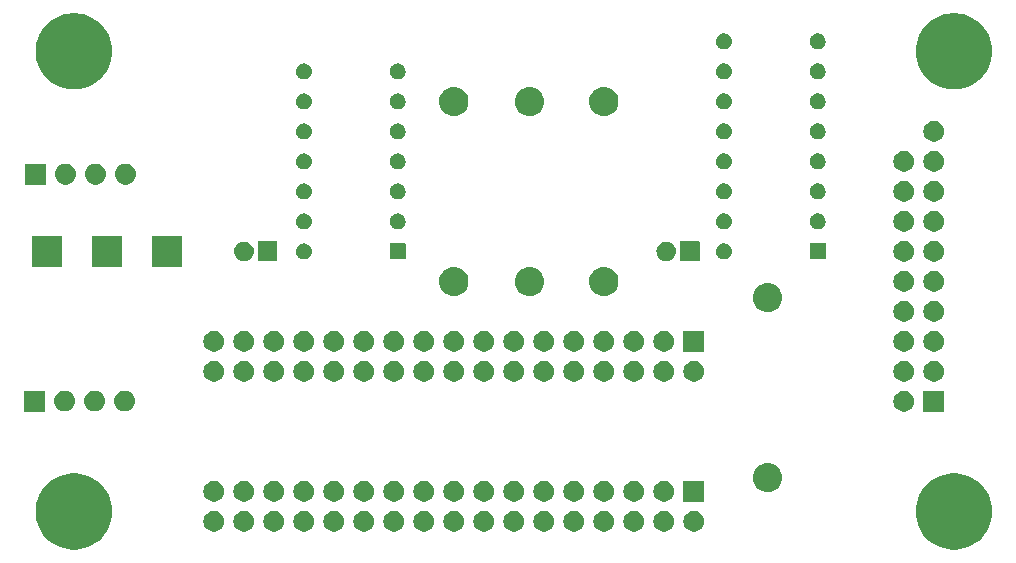
<source format=gts>
G04 #@! TF.GenerationSoftware,KiCad,Pcbnew,8.0.3*
G04 #@! TF.CreationDate,2024-06-26T21:01:40-07:00*
G04 #@! TF.ProjectId,PCTGotekAdapter,50435447-6f74-4656-9b41-646170746572,B*
G04 #@! TF.SameCoordinates,Original*
G04 #@! TF.FileFunction,Soldermask,Top*
G04 #@! TF.FilePolarity,Negative*
%FSLAX46Y46*%
G04 Gerber Fmt 4.6, Leading zero omitted, Abs format (unit mm)*
G04 Created by KiCad (PCBNEW 8.0.3) date 2024-06-26 21:01:40*
%MOMM*%
%LPD*%
G01*
G04 APERTURE LIST*
G04 APERTURE END LIST*
G36*
X130906794Y-115341712D02*
G01*
X131249201Y-115417081D01*
X131581451Y-115529029D01*
X131899651Y-115676244D01*
X132200068Y-115856999D01*
X132479181Y-116069175D01*
X132733717Y-116310285D01*
X132960693Y-116577502D01*
X133157448Y-116867693D01*
X133321673Y-117177455D01*
X133451445Y-117503158D01*
X133545241Y-117840982D01*
X133601963Y-118186967D01*
X133620944Y-118537056D01*
X133601963Y-118887145D01*
X133545241Y-119233130D01*
X133451445Y-119570954D01*
X133321673Y-119896657D01*
X133157448Y-120206419D01*
X132960693Y-120496610D01*
X132733717Y-120763827D01*
X132479181Y-121004937D01*
X132200068Y-121217113D01*
X131899651Y-121397868D01*
X131581451Y-121545083D01*
X131249201Y-121657031D01*
X130906794Y-121732400D01*
X130558246Y-121770307D01*
X130207642Y-121770307D01*
X129859094Y-121732400D01*
X129516687Y-121657031D01*
X129184437Y-121545083D01*
X128866237Y-121397868D01*
X128565820Y-121217113D01*
X128286707Y-121004937D01*
X128032171Y-120763827D01*
X127805195Y-120496610D01*
X127608440Y-120206419D01*
X127444215Y-119896657D01*
X127314443Y-119570954D01*
X127220647Y-119233130D01*
X127163925Y-118887145D01*
X127144944Y-118537056D01*
X127163925Y-118186967D01*
X127220647Y-117840982D01*
X127314443Y-117503158D01*
X127444215Y-117177455D01*
X127608440Y-116867693D01*
X127805195Y-116577502D01*
X128032171Y-116310285D01*
X128286707Y-116069175D01*
X128565820Y-115856999D01*
X128866237Y-115676244D01*
X129184437Y-115529029D01*
X129516687Y-115417081D01*
X129859094Y-115341712D01*
X130207642Y-115303805D01*
X130558246Y-115303805D01*
X130906794Y-115341712D01*
G37*
G36*
X205420906Y-115341712D02*
G01*
X205763313Y-115417081D01*
X206095563Y-115529029D01*
X206413763Y-115676244D01*
X206714180Y-115856999D01*
X206993293Y-116069175D01*
X207247829Y-116310285D01*
X207474805Y-116577502D01*
X207671560Y-116867693D01*
X207835785Y-117177455D01*
X207965557Y-117503158D01*
X208059353Y-117840982D01*
X208116075Y-118186967D01*
X208135056Y-118537056D01*
X208116075Y-118887145D01*
X208059353Y-119233130D01*
X207965557Y-119570954D01*
X207835785Y-119896657D01*
X207671560Y-120206419D01*
X207474805Y-120496610D01*
X207247829Y-120763827D01*
X206993293Y-121004937D01*
X206714180Y-121217113D01*
X206413763Y-121397868D01*
X206095563Y-121545083D01*
X205763313Y-121657031D01*
X205420906Y-121732400D01*
X205072358Y-121770307D01*
X204721754Y-121770307D01*
X204373206Y-121732400D01*
X204030799Y-121657031D01*
X203698549Y-121545083D01*
X203380349Y-121397868D01*
X203079932Y-121217113D01*
X202800819Y-121004937D01*
X202546283Y-120763827D01*
X202319307Y-120496610D01*
X202122552Y-120206419D01*
X201958327Y-119896657D01*
X201828555Y-119570954D01*
X201734759Y-119233130D01*
X201678037Y-118887145D01*
X201659056Y-118537056D01*
X201678037Y-118186967D01*
X201734759Y-117840982D01*
X201828555Y-117503158D01*
X201958327Y-117177455D01*
X202122552Y-116867693D01*
X202319307Y-116577502D01*
X202546283Y-116310285D01*
X202800819Y-116069175D01*
X203079932Y-115856999D01*
X203380349Y-115676244D01*
X203698549Y-115529029D01*
X204030799Y-115417081D01*
X204373206Y-115341712D01*
X204721754Y-115303805D01*
X205072358Y-115303805D01*
X205420906Y-115341712D01*
G37*
G36*
X142514407Y-118535462D02*
G01*
X142684000Y-118610969D01*
X142834188Y-118720087D01*
X142958407Y-118858047D01*
X143051228Y-119018818D01*
X143108595Y-119195374D01*
X143128000Y-119380000D01*
X143108595Y-119564626D01*
X143051228Y-119741182D01*
X142958407Y-119901953D01*
X142834188Y-120039913D01*
X142684000Y-120149031D01*
X142514407Y-120224538D01*
X142332821Y-120263135D01*
X142147179Y-120263135D01*
X141965593Y-120224538D01*
X141796000Y-120149031D01*
X141645812Y-120039913D01*
X141521593Y-119901953D01*
X141428772Y-119741182D01*
X141371405Y-119564626D01*
X141352000Y-119380000D01*
X141371405Y-119195374D01*
X141428772Y-119018818D01*
X141521593Y-118858047D01*
X141645812Y-118720087D01*
X141796000Y-118610969D01*
X141965593Y-118535462D01*
X142147179Y-118496865D01*
X142332821Y-118496865D01*
X142514407Y-118535462D01*
G37*
G36*
X145054407Y-118535462D02*
G01*
X145224000Y-118610969D01*
X145374188Y-118720087D01*
X145498407Y-118858047D01*
X145591228Y-119018818D01*
X145648595Y-119195374D01*
X145668000Y-119380000D01*
X145648595Y-119564626D01*
X145591228Y-119741182D01*
X145498407Y-119901953D01*
X145374188Y-120039913D01*
X145224000Y-120149031D01*
X145054407Y-120224538D01*
X144872821Y-120263135D01*
X144687179Y-120263135D01*
X144505593Y-120224538D01*
X144336000Y-120149031D01*
X144185812Y-120039913D01*
X144061593Y-119901953D01*
X143968772Y-119741182D01*
X143911405Y-119564626D01*
X143892000Y-119380000D01*
X143911405Y-119195374D01*
X143968772Y-119018818D01*
X144061593Y-118858047D01*
X144185812Y-118720087D01*
X144336000Y-118610969D01*
X144505593Y-118535462D01*
X144687179Y-118496865D01*
X144872821Y-118496865D01*
X145054407Y-118535462D01*
G37*
G36*
X147594407Y-118535462D02*
G01*
X147764000Y-118610969D01*
X147914188Y-118720087D01*
X148038407Y-118858047D01*
X148131228Y-119018818D01*
X148188595Y-119195374D01*
X148208000Y-119380000D01*
X148188595Y-119564626D01*
X148131228Y-119741182D01*
X148038407Y-119901953D01*
X147914188Y-120039913D01*
X147764000Y-120149031D01*
X147594407Y-120224538D01*
X147412821Y-120263135D01*
X147227179Y-120263135D01*
X147045593Y-120224538D01*
X146876000Y-120149031D01*
X146725812Y-120039913D01*
X146601593Y-119901953D01*
X146508772Y-119741182D01*
X146451405Y-119564626D01*
X146432000Y-119380000D01*
X146451405Y-119195374D01*
X146508772Y-119018818D01*
X146601593Y-118858047D01*
X146725812Y-118720087D01*
X146876000Y-118610969D01*
X147045593Y-118535462D01*
X147227179Y-118496865D01*
X147412821Y-118496865D01*
X147594407Y-118535462D01*
G37*
G36*
X150134407Y-118535462D02*
G01*
X150304000Y-118610969D01*
X150454188Y-118720087D01*
X150578407Y-118858047D01*
X150671228Y-119018818D01*
X150728595Y-119195374D01*
X150748000Y-119380000D01*
X150728595Y-119564626D01*
X150671228Y-119741182D01*
X150578407Y-119901953D01*
X150454188Y-120039913D01*
X150304000Y-120149031D01*
X150134407Y-120224538D01*
X149952821Y-120263135D01*
X149767179Y-120263135D01*
X149585593Y-120224538D01*
X149416000Y-120149031D01*
X149265812Y-120039913D01*
X149141593Y-119901953D01*
X149048772Y-119741182D01*
X148991405Y-119564626D01*
X148972000Y-119380000D01*
X148991405Y-119195374D01*
X149048772Y-119018818D01*
X149141593Y-118858047D01*
X149265812Y-118720087D01*
X149416000Y-118610969D01*
X149585593Y-118535462D01*
X149767179Y-118496865D01*
X149952821Y-118496865D01*
X150134407Y-118535462D01*
G37*
G36*
X152674407Y-118535462D02*
G01*
X152844000Y-118610969D01*
X152994188Y-118720087D01*
X153118407Y-118858047D01*
X153211228Y-119018818D01*
X153268595Y-119195374D01*
X153288000Y-119380000D01*
X153268595Y-119564626D01*
X153211228Y-119741182D01*
X153118407Y-119901953D01*
X152994188Y-120039913D01*
X152844000Y-120149031D01*
X152674407Y-120224538D01*
X152492821Y-120263135D01*
X152307179Y-120263135D01*
X152125593Y-120224538D01*
X151956000Y-120149031D01*
X151805812Y-120039913D01*
X151681593Y-119901953D01*
X151588772Y-119741182D01*
X151531405Y-119564626D01*
X151512000Y-119380000D01*
X151531405Y-119195374D01*
X151588772Y-119018818D01*
X151681593Y-118858047D01*
X151805812Y-118720087D01*
X151956000Y-118610969D01*
X152125593Y-118535462D01*
X152307179Y-118496865D01*
X152492821Y-118496865D01*
X152674407Y-118535462D01*
G37*
G36*
X155214407Y-118535462D02*
G01*
X155384000Y-118610969D01*
X155534188Y-118720087D01*
X155658407Y-118858047D01*
X155751228Y-119018818D01*
X155808595Y-119195374D01*
X155828000Y-119380000D01*
X155808595Y-119564626D01*
X155751228Y-119741182D01*
X155658407Y-119901953D01*
X155534188Y-120039913D01*
X155384000Y-120149031D01*
X155214407Y-120224538D01*
X155032821Y-120263135D01*
X154847179Y-120263135D01*
X154665593Y-120224538D01*
X154496000Y-120149031D01*
X154345812Y-120039913D01*
X154221593Y-119901953D01*
X154128772Y-119741182D01*
X154071405Y-119564626D01*
X154052000Y-119380000D01*
X154071405Y-119195374D01*
X154128772Y-119018818D01*
X154221593Y-118858047D01*
X154345812Y-118720087D01*
X154496000Y-118610969D01*
X154665593Y-118535462D01*
X154847179Y-118496865D01*
X155032821Y-118496865D01*
X155214407Y-118535462D01*
G37*
G36*
X157754407Y-118535462D02*
G01*
X157924000Y-118610969D01*
X158074188Y-118720087D01*
X158198407Y-118858047D01*
X158291228Y-119018818D01*
X158348595Y-119195374D01*
X158368000Y-119380000D01*
X158348595Y-119564626D01*
X158291228Y-119741182D01*
X158198407Y-119901953D01*
X158074188Y-120039913D01*
X157924000Y-120149031D01*
X157754407Y-120224538D01*
X157572821Y-120263135D01*
X157387179Y-120263135D01*
X157205593Y-120224538D01*
X157036000Y-120149031D01*
X156885812Y-120039913D01*
X156761593Y-119901953D01*
X156668772Y-119741182D01*
X156611405Y-119564626D01*
X156592000Y-119380000D01*
X156611405Y-119195374D01*
X156668772Y-119018818D01*
X156761593Y-118858047D01*
X156885812Y-118720087D01*
X157036000Y-118610969D01*
X157205593Y-118535462D01*
X157387179Y-118496865D01*
X157572821Y-118496865D01*
X157754407Y-118535462D01*
G37*
G36*
X160294407Y-118535462D02*
G01*
X160464000Y-118610969D01*
X160614188Y-118720087D01*
X160738407Y-118858047D01*
X160831228Y-119018818D01*
X160888595Y-119195374D01*
X160908000Y-119380000D01*
X160888595Y-119564626D01*
X160831228Y-119741182D01*
X160738407Y-119901953D01*
X160614188Y-120039913D01*
X160464000Y-120149031D01*
X160294407Y-120224538D01*
X160112821Y-120263135D01*
X159927179Y-120263135D01*
X159745593Y-120224538D01*
X159576000Y-120149031D01*
X159425812Y-120039913D01*
X159301593Y-119901953D01*
X159208772Y-119741182D01*
X159151405Y-119564626D01*
X159132000Y-119380000D01*
X159151405Y-119195374D01*
X159208772Y-119018818D01*
X159301593Y-118858047D01*
X159425812Y-118720087D01*
X159576000Y-118610969D01*
X159745593Y-118535462D01*
X159927179Y-118496865D01*
X160112821Y-118496865D01*
X160294407Y-118535462D01*
G37*
G36*
X162834407Y-118535462D02*
G01*
X163004000Y-118610969D01*
X163154188Y-118720087D01*
X163278407Y-118858047D01*
X163371228Y-119018818D01*
X163428595Y-119195374D01*
X163448000Y-119380000D01*
X163428595Y-119564626D01*
X163371228Y-119741182D01*
X163278407Y-119901953D01*
X163154188Y-120039913D01*
X163004000Y-120149031D01*
X162834407Y-120224538D01*
X162652821Y-120263135D01*
X162467179Y-120263135D01*
X162285593Y-120224538D01*
X162116000Y-120149031D01*
X161965812Y-120039913D01*
X161841593Y-119901953D01*
X161748772Y-119741182D01*
X161691405Y-119564626D01*
X161672000Y-119380000D01*
X161691405Y-119195374D01*
X161748772Y-119018818D01*
X161841593Y-118858047D01*
X161965812Y-118720087D01*
X162116000Y-118610969D01*
X162285593Y-118535462D01*
X162467179Y-118496865D01*
X162652821Y-118496865D01*
X162834407Y-118535462D01*
G37*
G36*
X165374407Y-118535462D02*
G01*
X165544000Y-118610969D01*
X165694188Y-118720087D01*
X165818407Y-118858047D01*
X165911228Y-119018818D01*
X165968595Y-119195374D01*
X165988000Y-119380000D01*
X165968595Y-119564626D01*
X165911228Y-119741182D01*
X165818407Y-119901953D01*
X165694188Y-120039913D01*
X165544000Y-120149031D01*
X165374407Y-120224538D01*
X165192821Y-120263135D01*
X165007179Y-120263135D01*
X164825593Y-120224538D01*
X164656000Y-120149031D01*
X164505812Y-120039913D01*
X164381593Y-119901953D01*
X164288772Y-119741182D01*
X164231405Y-119564626D01*
X164212000Y-119380000D01*
X164231405Y-119195374D01*
X164288772Y-119018818D01*
X164381593Y-118858047D01*
X164505812Y-118720087D01*
X164656000Y-118610969D01*
X164825593Y-118535462D01*
X165007179Y-118496865D01*
X165192821Y-118496865D01*
X165374407Y-118535462D01*
G37*
G36*
X167914407Y-118535462D02*
G01*
X168084000Y-118610969D01*
X168234188Y-118720087D01*
X168358407Y-118858047D01*
X168451228Y-119018818D01*
X168508595Y-119195374D01*
X168528000Y-119380000D01*
X168508595Y-119564626D01*
X168451228Y-119741182D01*
X168358407Y-119901953D01*
X168234188Y-120039913D01*
X168084000Y-120149031D01*
X167914407Y-120224538D01*
X167732821Y-120263135D01*
X167547179Y-120263135D01*
X167365593Y-120224538D01*
X167196000Y-120149031D01*
X167045812Y-120039913D01*
X166921593Y-119901953D01*
X166828772Y-119741182D01*
X166771405Y-119564626D01*
X166752000Y-119380000D01*
X166771405Y-119195374D01*
X166828772Y-119018818D01*
X166921593Y-118858047D01*
X167045812Y-118720087D01*
X167196000Y-118610969D01*
X167365593Y-118535462D01*
X167547179Y-118496865D01*
X167732821Y-118496865D01*
X167914407Y-118535462D01*
G37*
G36*
X170454407Y-118535462D02*
G01*
X170624000Y-118610969D01*
X170774188Y-118720087D01*
X170898407Y-118858047D01*
X170991228Y-119018818D01*
X171048595Y-119195374D01*
X171068000Y-119380000D01*
X171048595Y-119564626D01*
X170991228Y-119741182D01*
X170898407Y-119901953D01*
X170774188Y-120039913D01*
X170624000Y-120149031D01*
X170454407Y-120224538D01*
X170272821Y-120263135D01*
X170087179Y-120263135D01*
X169905593Y-120224538D01*
X169736000Y-120149031D01*
X169585812Y-120039913D01*
X169461593Y-119901953D01*
X169368772Y-119741182D01*
X169311405Y-119564626D01*
X169292000Y-119380000D01*
X169311405Y-119195374D01*
X169368772Y-119018818D01*
X169461593Y-118858047D01*
X169585812Y-118720087D01*
X169736000Y-118610969D01*
X169905593Y-118535462D01*
X170087179Y-118496865D01*
X170272821Y-118496865D01*
X170454407Y-118535462D01*
G37*
G36*
X172994407Y-118535462D02*
G01*
X173164000Y-118610969D01*
X173314188Y-118720087D01*
X173438407Y-118858047D01*
X173531228Y-119018818D01*
X173588595Y-119195374D01*
X173608000Y-119380000D01*
X173588595Y-119564626D01*
X173531228Y-119741182D01*
X173438407Y-119901953D01*
X173314188Y-120039913D01*
X173164000Y-120149031D01*
X172994407Y-120224538D01*
X172812821Y-120263135D01*
X172627179Y-120263135D01*
X172445593Y-120224538D01*
X172276000Y-120149031D01*
X172125812Y-120039913D01*
X172001593Y-119901953D01*
X171908772Y-119741182D01*
X171851405Y-119564626D01*
X171832000Y-119380000D01*
X171851405Y-119195374D01*
X171908772Y-119018818D01*
X172001593Y-118858047D01*
X172125812Y-118720087D01*
X172276000Y-118610969D01*
X172445593Y-118535462D01*
X172627179Y-118496865D01*
X172812821Y-118496865D01*
X172994407Y-118535462D01*
G37*
G36*
X175534407Y-118535462D02*
G01*
X175704000Y-118610969D01*
X175854188Y-118720087D01*
X175978407Y-118858047D01*
X176071228Y-119018818D01*
X176128595Y-119195374D01*
X176148000Y-119380000D01*
X176128595Y-119564626D01*
X176071228Y-119741182D01*
X175978407Y-119901953D01*
X175854188Y-120039913D01*
X175704000Y-120149031D01*
X175534407Y-120224538D01*
X175352821Y-120263135D01*
X175167179Y-120263135D01*
X174985593Y-120224538D01*
X174816000Y-120149031D01*
X174665812Y-120039913D01*
X174541593Y-119901953D01*
X174448772Y-119741182D01*
X174391405Y-119564626D01*
X174372000Y-119380000D01*
X174391405Y-119195374D01*
X174448772Y-119018818D01*
X174541593Y-118858047D01*
X174665812Y-118720087D01*
X174816000Y-118610969D01*
X174985593Y-118535462D01*
X175167179Y-118496865D01*
X175352821Y-118496865D01*
X175534407Y-118535462D01*
G37*
G36*
X178074407Y-118535462D02*
G01*
X178244000Y-118610969D01*
X178394188Y-118720087D01*
X178518407Y-118858047D01*
X178611228Y-119018818D01*
X178668595Y-119195374D01*
X178688000Y-119380000D01*
X178668595Y-119564626D01*
X178611228Y-119741182D01*
X178518407Y-119901953D01*
X178394188Y-120039913D01*
X178244000Y-120149031D01*
X178074407Y-120224538D01*
X177892821Y-120263135D01*
X177707179Y-120263135D01*
X177525593Y-120224538D01*
X177356000Y-120149031D01*
X177205812Y-120039913D01*
X177081593Y-119901953D01*
X176988772Y-119741182D01*
X176931405Y-119564626D01*
X176912000Y-119380000D01*
X176931405Y-119195374D01*
X176988772Y-119018818D01*
X177081593Y-118858047D01*
X177205812Y-118720087D01*
X177356000Y-118610969D01*
X177525593Y-118535462D01*
X177707179Y-118496865D01*
X177892821Y-118496865D01*
X178074407Y-118535462D01*
G37*
G36*
X180614407Y-118535462D02*
G01*
X180784000Y-118610969D01*
X180934188Y-118720087D01*
X181058407Y-118858047D01*
X181151228Y-119018818D01*
X181208595Y-119195374D01*
X181228000Y-119380000D01*
X181208595Y-119564626D01*
X181151228Y-119741182D01*
X181058407Y-119901953D01*
X180934188Y-120039913D01*
X180784000Y-120149031D01*
X180614407Y-120224538D01*
X180432821Y-120263135D01*
X180247179Y-120263135D01*
X180065593Y-120224538D01*
X179896000Y-120149031D01*
X179745812Y-120039913D01*
X179621593Y-119901953D01*
X179528772Y-119741182D01*
X179471405Y-119564626D01*
X179452000Y-119380000D01*
X179471405Y-119195374D01*
X179528772Y-119018818D01*
X179621593Y-118858047D01*
X179745812Y-118720087D01*
X179896000Y-118610969D01*
X180065593Y-118535462D01*
X180247179Y-118496865D01*
X180432821Y-118496865D01*
X180614407Y-118535462D01*
G37*
G36*
X183154407Y-118535462D02*
G01*
X183324000Y-118610969D01*
X183474188Y-118720087D01*
X183598407Y-118858047D01*
X183691228Y-119018818D01*
X183748595Y-119195374D01*
X183768000Y-119380000D01*
X183748595Y-119564626D01*
X183691228Y-119741182D01*
X183598407Y-119901953D01*
X183474188Y-120039913D01*
X183324000Y-120149031D01*
X183154407Y-120224538D01*
X182972821Y-120263135D01*
X182787179Y-120263135D01*
X182605593Y-120224538D01*
X182436000Y-120149031D01*
X182285812Y-120039913D01*
X182161593Y-119901953D01*
X182068772Y-119741182D01*
X182011405Y-119564626D01*
X181992000Y-119380000D01*
X182011405Y-119195374D01*
X182068772Y-119018818D01*
X182161593Y-118858047D01*
X182285812Y-118720087D01*
X182436000Y-118610969D01*
X182605593Y-118535462D01*
X182787179Y-118496865D01*
X182972821Y-118496865D01*
X183154407Y-118535462D01*
G37*
G36*
X183744542Y-115954893D02*
G01*
X183756870Y-115963130D01*
X183765107Y-115975458D01*
X183768000Y-115990000D01*
X183768000Y-117690000D01*
X183765107Y-117704542D01*
X183756870Y-117716870D01*
X183744542Y-117725107D01*
X183730000Y-117728000D01*
X182030000Y-117728000D01*
X182015458Y-117725107D01*
X182003130Y-117716870D01*
X181994893Y-117704542D01*
X181992000Y-117690000D01*
X181992000Y-115990000D01*
X181994893Y-115975458D01*
X182003130Y-115963130D01*
X182015458Y-115954893D01*
X182030000Y-115952000D01*
X183730000Y-115952000D01*
X183744542Y-115954893D01*
G37*
G36*
X142514407Y-115995462D02*
G01*
X142684000Y-116070969D01*
X142834188Y-116180087D01*
X142958407Y-116318047D01*
X143051228Y-116478818D01*
X143108595Y-116655374D01*
X143128000Y-116840000D01*
X143108595Y-117024626D01*
X143051228Y-117201182D01*
X142958407Y-117361953D01*
X142834188Y-117499913D01*
X142684000Y-117609031D01*
X142514407Y-117684538D01*
X142332821Y-117723135D01*
X142147179Y-117723135D01*
X141965593Y-117684538D01*
X141796000Y-117609031D01*
X141645812Y-117499913D01*
X141521593Y-117361953D01*
X141428772Y-117201182D01*
X141371405Y-117024626D01*
X141352000Y-116840000D01*
X141371405Y-116655374D01*
X141428772Y-116478818D01*
X141521593Y-116318047D01*
X141645812Y-116180087D01*
X141796000Y-116070969D01*
X141965593Y-115995462D01*
X142147179Y-115956865D01*
X142332821Y-115956865D01*
X142514407Y-115995462D01*
G37*
G36*
X145054407Y-115995462D02*
G01*
X145224000Y-116070969D01*
X145374188Y-116180087D01*
X145498407Y-116318047D01*
X145591228Y-116478818D01*
X145648595Y-116655374D01*
X145668000Y-116840000D01*
X145648595Y-117024626D01*
X145591228Y-117201182D01*
X145498407Y-117361953D01*
X145374188Y-117499913D01*
X145224000Y-117609031D01*
X145054407Y-117684538D01*
X144872821Y-117723135D01*
X144687179Y-117723135D01*
X144505593Y-117684538D01*
X144336000Y-117609031D01*
X144185812Y-117499913D01*
X144061593Y-117361953D01*
X143968772Y-117201182D01*
X143911405Y-117024626D01*
X143892000Y-116840000D01*
X143911405Y-116655374D01*
X143968772Y-116478818D01*
X144061593Y-116318047D01*
X144185812Y-116180087D01*
X144336000Y-116070969D01*
X144505593Y-115995462D01*
X144687179Y-115956865D01*
X144872821Y-115956865D01*
X145054407Y-115995462D01*
G37*
G36*
X147594407Y-115995462D02*
G01*
X147764000Y-116070969D01*
X147914188Y-116180087D01*
X148038407Y-116318047D01*
X148131228Y-116478818D01*
X148188595Y-116655374D01*
X148208000Y-116840000D01*
X148188595Y-117024626D01*
X148131228Y-117201182D01*
X148038407Y-117361953D01*
X147914188Y-117499913D01*
X147764000Y-117609031D01*
X147594407Y-117684538D01*
X147412821Y-117723135D01*
X147227179Y-117723135D01*
X147045593Y-117684538D01*
X146876000Y-117609031D01*
X146725812Y-117499913D01*
X146601593Y-117361953D01*
X146508772Y-117201182D01*
X146451405Y-117024626D01*
X146432000Y-116840000D01*
X146451405Y-116655374D01*
X146508772Y-116478818D01*
X146601593Y-116318047D01*
X146725812Y-116180087D01*
X146876000Y-116070969D01*
X147045593Y-115995462D01*
X147227179Y-115956865D01*
X147412821Y-115956865D01*
X147594407Y-115995462D01*
G37*
G36*
X150134407Y-115995462D02*
G01*
X150304000Y-116070969D01*
X150454188Y-116180087D01*
X150578407Y-116318047D01*
X150671228Y-116478818D01*
X150728595Y-116655374D01*
X150748000Y-116840000D01*
X150728595Y-117024626D01*
X150671228Y-117201182D01*
X150578407Y-117361953D01*
X150454188Y-117499913D01*
X150304000Y-117609031D01*
X150134407Y-117684538D01*
X149952821Y-117723135D01*
X149767179Y-117723135D01*
X149585593Y-117684538D01*
X149416000Y-117609031D01*
X149265812Y-117499913D01*
X149141593Y-117361953D01*
X149048772Y-117201182D01*
X148991405Y-117024626D01*
X148972000Y-116840000D01*
X148991405Y-116655374D01*
X149048772Y-116478818D01*
X149141593Y-116318047D01*
X149265812Y-116180087D01*
X149416000Y-116070969D01*
X149585593Y-115995462D01*
X149767179Y-115956865D01*
X149952821Y-115956865D01*
X150134407Y-115995462D01*
G37*
G36*
X152674407Y-115995462D02*
G01*
X152844000Y-116070969D01*
X152994188Y-116180087D01*
X153118407Y-116318047D01*
X153211228Y-116478818D01*
X153268595Y-116655374D01*
X153288000Y-116840000D01*
X153268595Y-117024626D01*
X153211228Y-117201182D01*
X153118407Y-117361953D01*
X152994188Y-117499913D01*
X152844000Y-117609031D01*
X152674407Y-117684538D01*
X152492821Y-117723135D01*
X152307179Y-117723135D01*
X152125593Y-117684538D01*
X151956000Y-117609031D01*
X151805812Y-117499913D01*
X151681593Y-117361953D01*
X151588772Y-117201182D01*
X151531405Y-117024626D01*
X151512000Y-116840000D01*
X151531405Y-116655374D01*
X151588772Y-116478818D01*
X151681593Y-116318047D01*
X151805812Y-116180087D01*
X151956000Y-116070969D01*
X152125593Y-115995462D01*
X152307179Y-115956865D01*
X152492821Y-115956865D01*
X152674407Y-115995462D01*
G37*
G36*
X155214407Y-115995462D02*
G01*
X155384000Y-116070969D01*
X155534188Y-116180087D01*
X155658407Y-116318047D01*
X155751228Y-116478818D01*
X155808595Y-116655374D01*
X155828000Y-116840000D01*
X155808595Y-117024626D01*
X155751228Y-117201182D01*
X155658407Y-117361953D01*
X155534188Y-117499913D01*
X155384000Y-117609031D01*
X155214407Y-117684538D01*
X155032821Y-117723135D01*
X154847179Y-117723135D01*
X154665593Y-117684538D01*
X154496000Y-117609031D01*
X154345812Y-117499913D01*
X154221593Y-117361953D01*
X154128772Y-117201182D01*
X154071405Y-117024626D01*
X154052000Y-116840000D01*
X154071405Y-116655374D01*
X154128772Y-116478818D01*
X154221593Y-116318047D01*
X154345812Y-116180087D01*
X154496000Y-116070969D01*
X154665593Y-115995462D01*
X154847179Y-115956865D01*
X155032821Y-115956865D01*
X155214407Y-115995462D01*
G37*
G36*
X157754407Y-115995462D02*
G01*
X157924000Y-116070969D01*
X158074188Y-116180087D01*
X158198407Y-116318047D01*
X158291228Y-116478818D01*
X158348595Y-116655374D01*
X158368000Y-116840000D01*
X158348595Y-117024626D01*
X158291228Y-117201182D01*
X158198407Y-117361953D01*
X158074188Y-117499913D01*
X157924000Y-117609031D01*
X157754407Y-117684538D01*
X157572821Y-117723135D01*
X157387179Y-117723135D01*
X157205593Y-117684538D01*
X157036000Y-117609031D01*
X156885812Y-117499913D01*
X156761593Y-117361953D01*
X156668772Y-117201182D01*
X156611405Y-117024626D01*
X156592000Y-116840000D01*
X156611405Y-116655374D01*
X156668772Y-116478818D01*
X156761593Y-116318047D01*
X156885812Y-116180087D01*
X157036000Y-116070969D01*
X157205593Y-115995462D01*
X157387179Y-115956865D01*
X157572821Y-115956865D01*
X157754407Y-115995462D01*
G37*
G36*
X160294407Y-115995462D02*
G01*
X160464000Y-116070969D01*
X160614188Y-116180087D01*
X160738407Y-116318047D01*
X160831228Y-116478818D01*
X160888595Y-116655374D01*
X160908000Y-116840000D01*
X160888595Y-117024626D01*
X160831228Y-117201182D01*
X160738407Y-117361953D01*
X160614188Y-117499913D01*
X160464000Y-117609031D01*
X160294407Y-117684538D01*
X160112821Y-117723135D01*
X159927179Y-117723135D01*
X159745593Y-117684538D01*
X159576000Y-117609031D01*
X159425812Y-117499913D01*
X159301593Y-117361953D01*
X159208772Y-117201182D01*
X159151405Y-117024626D01*
X159132000Y-116840000D01*
X159151405Y-116655374D01*
X159208772Y-116478818D01*
X159301593Y-116318047D01*
X159425812Y-116180087D01*
X159576000Y-116070969D01*
X159745593Y-115995462D01*
X159927179Y-115956865D01*
X160112821Y-115956865D01*
X160294407Y-115995462D01*
G37*
G36*
X162834407Y-115995462D02*
G01*
X163004000Y-116070969D01*
X163154188Y-116180087D01*
X163278407Y-116318047D01*
X163371228Y-116478818D01*
X163428595Y-116655374D01*
X163448000Y-116840000D01*
X163428595Y-117024626D01*
X163371228Y-117201182D01*
X163278407Y-117361953D01*
X163154188Y-117499913D01*
X163004000Y-117609031D01*
X162834407Y-117684538D01*
X162652821Y-117723135D01*
X162467179Y-117723135D01*
X162285593Y-117684538D01*
X162116000Y-117609031D01*
X161965812Y-117499913D01*
X161841593Y-117361953D01*
X161748772Y-117201182D01*
X161691405Y-117024626D01*
X161672000Y-116840000D01*
X161691405Y-116655374D01*
X161748772Y-116478818D01*
X161841593Y-116318047D01*
X161965812Y-116180087D01*
X162116000Y-116070969D01*
X162285593Y-115995462D01*
X162467179Y-115956865D01*
X162652821Y-115956865D01*
X162834407Y-115995462D01*
G37*
G36*
X165374407Y-115995462D02*
G01*
X165544000Y-116070969D01*
X165694188Y-116180087D01*
X165818407Y-116318047D01*
X165911228Y-116478818D01*
X165968595Y-116655374D01*
X165988000Y-116840000D01*
X165968595Y-117024626D01*
X165911228Y-117201182D01*
X165818407Y-117361953D01*
X165694188Y-117499913D01*
X165544000Y-117609031D01*
X165374407Y-117684538D01*
X165192821Y-117723135D01*
X165007179Y-117723135D01*
X164825593Y-117684538D01*
X164656000Y-117609031D01*
X164505812Y-117499913D01*
X164381593Y-117361953D01*
X164288772Y-117201182D01*
X164231405Y-117024626D01*
X164212000Y-116840000D01*
X164231405Y-116655374D01*
X164288772Y-116478818D01*
X164381593Y-116318047D01*
X164505812Y-116180087D01*
X164656000Y-116070969D01*
X164825593Y-115995462D01*
X165007179Y-115956865D01*
X165192821Y-115956865D01*
X165374407Y-115995462D01*
G37*
G36*
X167914407Y-115995462D02*
G01*
X168084000Y-116070969D01*
X168234188Y-116180087D01*
X168358407Y-116318047D01*
X168451228Y-116478818D01*
X168508595Y-116655374D01*
X168528000Y-116840000D01*
X168508595Y-117024626D01*
X168451228Y-117201182D01*
X168358407Y-117361953D01*
X168234188Y-117499913D01*
X168084000Y-117609031D01*
X167914407Y-117684538D01*
X167732821Y-117723135D01*
X167547179Y-117723135D01*
X167365593Y-117684538D01*
X167196000Y-117609031D01*
X167045812Y-117499913D01*
X166921593Y-117361953D01*
X166828772Y-117201182D01*
X166771405Y-117024626D01*
X166752000Y-116840000D01*
X166771405Y-116655374D01*
X166828772Y-116478818D01*
X166921593Y-116318047D01*
X167045812Y-116180087D01*
X167196000Y-116070969D01*
X167365593Y-115995462D01*
X167547179Y-115956865D01*
X167732821Y-115956865D01*
X167914407Y-115995462D01*
G37*
G36*
X170454407Y-115995462D02*
G01*
X170624000Y-116070969D01*
X170774188Y-116180087D01*
X170898407Y-116318047D01*
X170991228Y-116478818D01*
X171048595Y-116655374D01*
X171068000Y-116840000D01*
X171048595Y-117024626D01*
X170991228Y-117201182D01*
X170898407Y-117361953D01*
X170774188Y-117499913D01*
X170624000Y-117609031D01*
X170454407Y-117684538D01*
X170272821Y-117723135D01*
X170087179Y-117723135D01*
X169905593Y-117684538D01*
X169736000Y-117609031D01*
X169585812Y-117499913D01*
X169461593Y-117361953D01*
X169368772Y-117201182D01*
X169311405Y-117024626D01*
X169292000Y-116840000D01*
X169311405Y-116655374D01*
X169368772Y-116478818D01*
X169461593Y-116318047D01*
X169585812Y-116180087D01*
X169736000Y-116070969D01*
X169905593Y-115995462D01*
X170087179Y-115956865D01*
X170272821Y-115956865D01*
X170454407Y-115995462D01*
G37*
G36*
X172994407Y-115995462D02*
G01*
X173164000Y-116070969D01*
X173314188Y-116180087D01*
X173438407Y-116318047D01*
X173531228Y-116478818D01*
X173588595Y-116655374D01*
X173608000Y-116840000D01*
X173588595Y-117024626D01*
X173531228Y-117201182D01*
X173438407Y-117361953D01*
X173314188Y-117499913D01*
X173164000Y-117609031D01*
X172994407Y-117684538D01*
X172812821Y-117723135D01*
X172627179Y-117723135D01*
X172445593Y-117684538D01*
X172276000Y-117609031D01*
X172125812Y-117499913D01*
X172001593Y-117361953D01*
X171908772Y-117201182D01*
X171851405Y-117024626D01*
X171832000Y-116840000D01*
X171851405Y-116655374D01*
X171908772Y-116478818D01*
X172001593Y-116318047D01*
X172125812Y-116180087D01*
X172276000Y-116070969D01*
X172445593Y-115995462D01*
X172627179Y-115956865D01*
X172812821Y-115956865D01*
X172994407Y-115995462D01*
G37*
G36*
X175534407Y-115995462D02*
G01*
X175704000Y-116070969D01*
X175854188Y-116180087D01*
X175978407Y-116318047D01*
X176071228Y-116478818D01*
X176128595Y-116655374D01*
X176148000Y-116840000D01*
X176128595Y-117024626D01*
X176071228Y-117201182D01*
X175978407Y-117361953D01*
X175854188Y-117499913D01*
X175704000Y-117609031D01*
X175534407Y-117684538D01*
X175352821Y-117723135D01*
X175167179Y-117723135D01*
X174985593Y-117684538D01*
X174816000Y-117609031D01*
X174665812Y-117499913D01*
X174541593Y-117361953D01*
X174448772Y-117201182D01*
X174391405Y-117024626D01*
X174372000Y-116840000D01*
X174391405Y-116655374D01*
X174448772Y-116478818D01*
X174541593Y-116318047D01*
X174665812Y-116180087D01*
X174816000Y-116070969D01*
X174985593Y-115995462D01*
X175167179Y-115956865D01*
X175352821Y-115956865D01*
X175534407Y-115995462D01*
G37*
G36*
X178074407Y-115995462D02*
G01*
X178244000Y-116070969D01*
X178394188Y-116180087D01*
X178518407Y-116318047D01*
X178611228Y-116478818D01*
X178668595Y-116655374D01*
X178688000Y-116840000D01*
X178668595Y-117024626D01*
X178611228Y-117201182D01*
X178518407Y-117361953D01*
X178394188Y-117499913D01*
X178244000Y-117609031D01*
X178074407Y-117684538D01*
X177892821Y-117723135D01*
X177707179Y-117723135D01*
X177525593Y-117684538D01*
X177356000Y-117609031D01*
X177205812Y-117499913D01*
X177081593Y-117361953D01*
X176988772Y-117201182D01*
X176931405Y-117024626D01*
X176912000Y-116840000D01*
X176931405Y-116655374D01*
X176988772Y-116478818D01*
X177081593Y-116318047D01*
X177205812Y-116180087D01*
X177356000Y-116070969D01*
X177525593Y-115995462D01*
X177707179Y-115956865D01*
X177892821Y-115956865D01*
X178074407Y-115995462D01*
G37*
G36*
X180614407Y-115995462D02*
G01*
X180784000Y-116070969D01*
X180934188Y-116180087D01*
X181058407Y-116318047D01*
X181151228Y-116478818D01*
X181208595Y-116655374D01*
X181228000Y-116840000D01*
X181208595Y-117024626D01*
X181151228Y-117201182D01*
X181058407Y-117361953D01*
X180934188Y-117499913D01*
X180784000Y-117609031D01*
X180614407Y-117684538D01*
X180432821Y-117723135D01*
X180247179Y-117723135D01*
X180065593Y-117684538D01*
X179896000Y-117609031D01*
X179745812Y-117499913D01*
X179621593Y-117361953D01*
X179528772Y-117201182D01*
X179471405Y-117024626D01*
X179452000Y-116840000D01*
X179471405Y-116655374D01*
X179528772Y-116478818D01*
X179621593Y-116318047D01*
X179745812Y-116180087D01*
X179896000Y-116070969D01*
X180065593Y-115995462D01*
X180247179Y-115956865D01*
X180432821Y-115956865D01*
X180614407Y-115995462D01*
G37*
G36*
X189342554Y-114450551D02*
G01*
X189550999Y-114506404D01*
X189746578Y-114597604D01*
X189923349Y-114721380D01*
X190075941Y-114873972D01*
X190199717Y-115050743D01*
X190290917Y-115246322D01*
X190346770Y-115454767D01*
X190365578Y-115669743D01*
X190346770Y-115884719D01*
X190290917Y-116093164D01*
X190199717Y-116288743D01*
X190075941Y-116465514D01*
X189923349Y-116618106D01*
X189746578Y-116741882D01*
X189550999Y-116833082D01*
X189342554Y-116888935D01*
X189127578Y-116907743D01*
X188912602Y-116888935D01*
X188704157Y-116833082D01*
X188508578Y-116741882D01*
X188331807Y-116618106D01*
X188179215Y-116465514D01*
X188055439Y-116288743D01*
X187964239Y-116093164D01*
X187908386Y-115884719D01*
X187889578Y-115669743D01*
X187908386Y-115454767D01*
X187964239Y-115246322D01*
X188055439Y-115050743D01*
X188179215Y-114873972D01*
X188331807Y-114721380D01*
X188508578Y-114597604D01*
X188704157Y-114506404D01*
X188912602Y-114450551D01*
X189127578Y-114431743D01*
X189342554Y-114450551D01*
G37*
G36*
X204064542Y-108334893D02*
G01*
X204076870Y-108343130D01*
X204085107Y-108355458D01*
X204088000Y-108370000D01*
X204088000Y-110070000D01*
X204085107Y-110084542D01*
X204076870Y-110096870D01*
X204064542Y-110105107D01*
X204050000Y-110108000D01*
X202350000Y-110108000D01*
X202335458Y-110105107D01*
X202323130Y-110096870D01*
X202314893Y-110084542D01*
X202312000Y-110070000D01*
X202312000Y-108370000D01*
X202314893Y-108355458D01*
X202323130Y-108343130D01*
X202335458Y-108334893D01*
X202350000Y-108332000D01*
X204050000Y-108332000D01*
X204064542Y-108334893D01*
G37*
G36*
X200934407Y-108375462D02*
G01*
X201104000Y-108450969D01*
X201254188Y-108560087D01*
X201378407Y-108698047D01*
X201471228Y-108858818D01*
X201528595Y-109035374D01*
X201548000Y-109220000D01*
X201528595Y-109404626D01*
X201471228Y-109581182D01*
X201378407Y-109741953D01*
X201254188Y-109879913D01*
X201104000Y-109989031D01*
X200934407Y-110064538D01*
X200752821Y-110103135D01*
X200567179Y-110103135D01*
X200385593Y-110064538D01*
X200216000Y-109989031D01*
X200065812Y-109879913D01*
X199941593Y-109741953D01*
X199848772Y-109581182D01*
X199791405Y-109404626D01*
X199772000Y-109220000D01*
X199791405Y-109035374D01*
X199848772Y-108858818D01*
X199941593Y-108698047D01*
X200065812Y-108560087D01*
X200216000Y-108450969D01*
X200385593Y-108375462D01*
X200567179Y-108336865D01*
X200752821Y-108336865D01*
X200934407Y-108375462D01*
G37*
G36*
X127934542Y-108309893D02*
G01*
X127946870Y-108318130D01*
X127955107Y-108330458D01*
X127958000Y-108345000D01*
X127958000Y-110045000D01*
X127955107Y-110059542D01*
X127946870Y-110071870D01*
X127934542Y-110080107D01*
X127920000Y-110083000D01*
X126220000Y-110083000D01*
X126205458Y-110080107D01*
X126193130Y-110071870D01*
X126184893Y-110059542D01*
X126182000Y-110045000D01*
X126182000Y-108345000D01*
X126184893Y-108330458D01*
X126193130Y-108318130D01*
X126205458Y-108309893D01*
X126220000Y-108307000D01*
X127920000Y-108307000D01*
X127934542Y-108309893D01*
G37*
G36*
X129884407Y-108350462D02*
G01*
X130054000Y-108425969D01*
X130204188Y-108535087D01*
X130328407Y-108673047D01*
X130421228Y-108833818D01*
X130478595Y-109010374D01*
X130498000Y-109195000D01*
X130478595Y-109379626D01*
X130421228Y-109556182D01*
X130328407Y-109716953D01*
X130204188Y-109854913D01*
X130054000Y-109964031D01*
X129884407Y-110039538D01*
X129702821Y-110078135D01*
X129517179Y-110078135D01*
X129335593Y-110039538D01*
X129166000Y-109964031D01*
X129015812Y-109854913D01*
X128891593Y-109716953D01*
X128798772Y-109556182D01*
X128741405Y-109379626D01*
X128722000Y-109195000D01*
X128741405Y-109010374D01*
X128798772Y-108833818D01*
X128891593Y-108673047D01*
X129015812Y-108535087D01*
X129166000Y-108425969D01*
X129335593Y-108350462D01*
X129517179Y-108311865D01*
X129702821Y-108311865D01*
X129884407Y-108350462D01*
G37*
G36*
X132424407Y-108350462D02*
G01*
X132594000Y-108425969D01*
X132744188Y-108535087D01*
X132868407Y-108673047D01*
X132961228Y-108833818D01*
X133018595Y-109010374D01*
X133038000Y-109195000D01*
X133018595Y-109379626D01*
X132961228Y-109556182D01*
X132868407Y-109716953D01*
X132744188Y-109854913D01*
X132594000Y-109964031D01*
X132424407Y-110039538D01*
X132242821Y-110078135D01*
X132057179Y-110078135D01*
X131875593Y-110039538D01*
X131706000Y-109964031D01*
X131555812Y-109854913D01*
X131431593Y-109716953D01*
X131338772Y-109556182D01*
X131281405Y-109379626D01*
X131262000Y-109195000D01*
X131281405Y-109010374D01*
X131338772Y-108833818D01*
X131431593Y-108673047D01*
X131555812Y-108535087D01*
X131706000Y-108425969D01*
X131875593Y-108350462D01*
X132057179Y-108311865D01*
X132242821Y-108311865D01*
X132424407Y-108350462D01*
G37*
G36*
X134964407Y-108350462D02*
G01*
X135134000Y-108425969D01*
X135284188Y-108535087D01*
X135408407Y-108673047D01*
X135501228Y-108833818D01*
X135558595Y-109010374D01*
X135578000Y-109195000D01*
X135558595Y-109379626D01*
X135501228Y-109556182D01*
X135408407Y-109716953D01*
X135284188Y-109854913D01*
X135134000Y-109964031D01*
X134964407Y-110039538D01*
X134782821Y-110078135D01*
X134597179Y-110078135D01*
X134415593Y-110039538D01*
X134246000Y-109964031D01*
X134095812Y-109854913D01*
X133971593Y-109716953D01*
X133878772Y-109556182D01*
X133821405Y-109379626D01*
X133802000Y-109195000D01*
X133821405Y-109010374D01*
X133878772Y-108833818D01*
X133971593Y-108673047D01*
X134095812Y-108535087D01*
X134246000Y-108425969D01*
X134415593Y-108350462D01*
X134597179Y-108311865D01*
X134782821Y-108311865D01*
X134964407Y-108350462D01*
G37*
G36*
X142514407Y-105835462D02*
G01*
X142684000Y-105910969D01*
X142834188Y-106020087D01*
X142958407Y-106158047D01*
X143051228Y-106318818D01*
X143108595Y-106495374D01*
X143128000Y-106680000D01*
X143108595Y-106864626D01*
X143051228Y-107041182D01*
X142958407Y-107201953D01*
X142834188Y-107339913D01*
X142684000Y-107449031D01*
X142514407Y-107524538D01*
X142332821Y-107563135D01*
X142147179Y-107563135D01*
X141965593Y-107524538D01*
X141796000Y-107449031D01*
X141645812Y-107339913D01*
X141521593Y-107201953D01*
X141428772Y-107041182D01*
X141371405Y-106864626D01*
X141352000Y-106680000D01*
X141371405Y-106495374D01*
X141428772Y-106318818D01*
X141521593Y-106158047D01*
X141645812Y-106020087D01*
X141796000Y-105910969D01*
X141965593Y-105835462D01*
X142147179Y-105796865D01*
X142332821Y-105796865D01*
X142514407Y-105835462D01*
G37*
G36*
X145054407Y-105835462D02*
G01*
X145224000Y-105910969D01*
X145374188Y-106020087D01*
X145498407Y-106158047D01*
X145591228Y-106318818D01*
X145648595Y-106495374D01*
X145668000Y-106680000D01*
X145648595Y-106864626D01*
X145591228Y-107041182D01*
X145498407Y-107201953D01*
X145374188Y-107339913D01*
X145224000Y-107449031D01*
X145054407Y-107524538D01*
X144872821Y-107563135D01*
X144687179Y-107563135D01*
X144505593Y-107524538D01*
X144336000Y-107449031D01*
X144185812Y-107339913D01*
X144061593Y-107201953D01*
X143968772Y-107041182D01*
X143911405Y-106864626D01*
X143892000Y-106680000D01*
X143911405Y-106495374D01*
X143968772Y-106318818D01*
X144061593Y-106158047D01*
X144185812Y-106020087D01*
X144336000Y-105910969D01*
X144505593Y-105835462D01*
X144687179Y-105796865D01*
X144872821Y-105796865D01*
X145054407Y-105835462D01*
G37*
G36*
X147594407Y-105835462D02*
G01*
X147764000Y-105910969D01*
X147914188Y-106020087D01*
X148038407Y-106158047D01*
X148131228Y-106318818D01*
X148188595Y-106495374D01*
X148208000Y-106680000D01*
X148188595Y-106864626D01*
X148131228Y-107041182D01*
X148038407Y-107201953D01*
X147914188Y-107339913D01*
X147764000Y-107449031D01*
X147594407Y-107524538D01*
X147412821Y-107563135D01*
X147227179Y-107563135D01*
X147045593Y-107524538D01*
X146876000Y-107449031D01*
X146725812Y-107339913D01*
X146601593Y-107201953D01*
X146508772Y-107041182D01*
X146451405Y-106864626D01*
X146432000Y-106680000D01*
X146451405Y-106495374D01*
X146508772Y-106318818D01*
X146601593Y-106158047D01*
X146725812Y-106020087D01*
X146876000Y-105910969D01*
X147045593Y-105835462D01*
X147227179Y-105796865D01*
X147412821Y-105796865D01*
X147594407Y-105835462D01*
G37*
G36*
X150134407Y-105835462D02*
G01*
X150304000Y-105910969D01*
X150454188Y-106020087D01*
X150578407Y-106158047D01*
X150671228Y-106318818D01*
X150728595Y-106495374D01*
X150748000Y-106680000D01*
X150728595Y-106864626D01*
X150671228Y-107041182D01*
X150578407Y-107201953D01*
X150454188Y-107339913D01*
X150304000Y-107449031D01*
X150134407Y-107524538D01*
X149952821Y-107563135D01*
X149767179Y-107563135D01*
X149585593Y-107524538D01*
X149416000Y-107449031D01*
X149265812Y-107339913D01*
X149141593Y-107201953D01*
X149048772Y-107041182D01*
X148991405Y-106864626D01*
X148972000Y-106680000D01*
X148991405Y-106495374D01*
X149048772Y-106318818D01*
X149141593Y-106158047D01*
X149265812Y-106020087D01*
X149416000Y-105910969D01*
X149585593Y-105835462D01*
X149767179Y-105796865D01*
X149952821Y-105796865D01*
X150134407Y-105835462D01*
G37*
G36*
X152674407Y-105835462D02*
G01*
X152844000Y-105910969D01*
X152994188Y-106020087D01*
X153118407Y-106158047D01*
X153211228Y-106318818D01*
X153268595Y-106495374D01*
X153288000Y-106680000D01*
X153268595Y-106864626D01*
X153211228Y-107041182D01*
X153118407Y-107201953D01*
X152994188Y-107339913D01*
X152844000Y-107449031D01*
X152674407Y-107524538D01*
X152492821Y-107563135D01*
X152307179Y-107563135D01*
X152125593Y-107524538D01*
X151956000Y-107449031D01*
X151805812Y-107339913D01*
X151681593Y-107201953D01*
X151588772Y-107041182D01*
X151531405Y-106864626D01*
X151512000Y-106680000D01*
X151531405Y-106495374D01*
X151588772Y-106318818D01*
X151681593Y-106158047D01*
X151805812Y-106020087D01*
X151956000Y-105910969D01*
X152125593Y-105835462D01*
X152307179Y-105796865D01*
X152492821Y-105796865D01*
X152674407Y-105835462D01*
G37*
G36*
X155214407Y-105835462D02*
G01*
X155384000Y-105910969D01*
X155534188Y-106020087D01*
X155658407Y-106158047D01*
X155751228Y-106318818D01*
X155808595Y-106495374D01*
X155828000Y-106680000D01*
X155808595Y-106864626D01*
X155751228Y-107041182D01*
X155658407Y-107201953D01*
X155534188Y-107339913D01*
X155384000Y-107449031D01*
X155214407Y-107524538D01*
X155032821Y-107563135D01*
X154847179Y-107563135D01*
X154665593Y-107524538D01*
X154496000Y-107449031D01*
X154345812Y-107339913D01*
X154221593Y-107201953D01*
X154128772Y-107041182D01*
X154071405Y-106864626D01*
X154052000Y-106680000D01*
X154071405Y-106495374D01*
X154128772Y-106318818D01*
X154221593Y-106158047D01*
X154345812Y-106020087D01*
X154496000Y-105910969D01*
X154665593Y-105835462D01*
X154847179Y-105796865D01*
X155032821Y-105796865D01*
X155214407Y-105835462D01*
G37*
G36*
X157754407Y-105835462D02*
G01*
X157924000Y-105910969D01*
X158074188Y-106020087D01*
X158198407Y-106158047D01*
X158291228Y-106318818D01*
X158348595Y-106495374D01*
X158368000Y-106680000D01*
X158348595Y-106864626D01*
X158291228Y-107041182D01*
X158198407Y-107201953D01*
X158074188Y-107339913D01*
X157924000Y-107449031D01*
X157754407Y-107524538D01*
X157572821Y-107563135D01*
X157387179Y-107563135D01*
X157205593Y-107524538D01*
X157036000Y-107449031D01*
X156885812Y-107339913D01*
X156761593Y-107201953D01*
X156668772Y-107041182D01*
X156611405Y-106864626D01*
X156592000Y-106680000D01*
X156611405Y-106495374D01*
X156668772Y-106318818D01*
X156761593Y-106158047D01*
X156885812Y-106020087D01*
X157036000Y-105910969D01*
X157205593Y-105835462D01*
X157387179Y-105796865D01*
X157572821Y-105796865D01*
X157754407Y-105835462D01*
G37*
G36*
X160294407Y-105835462D02*
G01*
X160464000Y-105910969D01*
X160614188Y-106020087D01*
X160738407Y-106158047D01*
X160831228Y-106318818D01*
X160888595Y-106495374D01*
X160908000Y-106680000D01*
X160888595Y-106864626D01*
X160831228Y-107041182D01*
X160738407Y-107201953D01*
X160614188Y-107339913D01*
X160464000Y-107449031D01*
X160294407Y-107524538D01*
X160112821Y-107563135D01*
X159927179Y-107563135D01*
X159745593Y-107524538D01*
X159576000Y-107449031D01*
X159425812Y-107339913D01*
X159301593Y-107201953D01*
X159208772Y-107041182D01*
X159151405Y-106864626D01*
X159132000Y-106680000D01*
X159151405Y-106495374D01*
X159208772Y-106318818D01*
X159301593Y-106158047D01*
X159425812Y-106020087D01*
X159576000Y-105910969D01*
X159745593Y-105835462D01*
X159927179Y-105796865D01*
X160112821Y-105796865D01*
X160294407Y-105835462D01*
G37*
G36*
X162834407Y-105835462D02*
G01*
X163004000Y-105910969D01*
X163154188Y-106020087D01*
X163278407Y-106158047D01*
X163371228Y-106318818D01*
X163428595Y-106495374D01*
X163448000Y-106680000D01*
X163428595Y-106864626D01*
X163371228Y-107041182D01*
X163278407Y-107201953D01*
X163154188Y-107339913D01*
X163004000Y-107449031D01*
X162834407Y-107524538D01*
X162652821Y-107563135D01*
X162467179Y-107563135D01*
X162285593Y-107524538D01*
X162116000Y-107449031D01*
X161965812Y-107339913D01*
X161841593Y-107201953D01*
X161748772Y-107041182D01*
X161691405Y-106864626D01*
X161672000Y-106680000D01*
X161691405Y-106495374D01*
X161748772Y-106318818D01*
X161841593Y-106158047D01*
X161965812Y-106020087D01*
X162116000Y-105910969D01*
X162285593Y-105835462D01*
X162467179Y-105796865D01*
X162652821Y-105796865D01*
X162834407Y-105835462D01*
G37*
G36*
X165374407Y-105835462D02*
G01*
X165544000Y-105910969D01*
X165694188Y-106020087D01*
X165818407Y-106158047D01*
X165911228Y-106318818D01*
X165968595Y-106495374D01*
X165988000Y-106680000D01*
X165968595Y-106864626D01*
X165911228Y-107041182D01*
X165818407Y-107201953D01*
X165694188Y-107339913D01*
X165544000Y-107449031D01*
X165374407Y-107524538D01*
X165192821Y-107563135D01*
X165007179Y-107563135D01*
X164825593Y-107524538D01*
X164656000Y-107449031D01*
X164505812Y-107339913D01*
X164381593Y-107201953D01*
X164288772Y-107041182D01*
X164231405Y-106864626D01*
X164212000Y-106680000D01*
X164231405Y-106495374D01*
X164288772Y-106318818D01*
X164381593Y-106158047D01*
X164505812Y-106020087D01*
X164656000Y-105910969D01*
X164825593Y-105835462D01*
X165007179Y-105796865D01*
X165192821Y-105796865D01*
X165374407Y-105835462D01*
G37*
G36*
X167914407Y-105835462D02*
G01*
X168084000Y-105910969D01*
X168234188Y-106020087D01*
X168358407Y-106158047D01*
X168451228Y-106318818D01*
X168508595Y-106495374D01*
X168528000Y-106680000D01*
X168508595Y-106864626D01*
X168451228Y-107041182D01*
X168358407Y-107201953D01*
X168234188Y-107339913D01*
X168084000Y-107449031D01*
X167914407Y-107524538D01*
X167732821Y-107563135D01*
X167547179Y-107563135D01*
X167365593Y-107524538D01*
X167196000Y-107449031D01*
X167045812Y-107339913D01*
X166921593Y-107201953D01*
X166828772Y-107041182D01*
X166771405Y-106864626D01*
X166752000Y-106680000D01*
X166771405Y-106495374D01*
X166828772Y-106318818D01*
X166921593Y-106158047D01*
X167045812Y-106020087D01*
X167196000Y-105910969D01*
X167365593Y-105835462D01*
X167547179Y-105796865D01*
X167732821Y-105796865D01*
X167914407Y-105835462D01*
G37*
G36*
X170454407Y-105835462D02*
G01*
X170624000Y-105910969D01*
X170774188Y-106020087D01*
X170898407Y-106158047D01*
X170991228Y-106318818D01*
X171048595Y-106495374D01*
X171068000Y-106680000D01*
X171048595Y-106864626D01*
X170991228Y-107041182D01*
X170898407Y-107201953D01*
X170774188Y-107339913D01*
X170624000Y-107449031D01*
X170454407Y-107524538D01*
X170272821Y-107563135D01*
X170087179Y-107563135D01*
X169905593Y-107524538D01*
X169736000Y-107449031D01*
X169585812Y-107339913D01*
X169461593Y-107201953D01*
X169368772Y-107041182D01*
X169311405Y-106864626D01*
X169292000Y-106680000D01*
X169311405Y-106495374D01*
X169368772Y-106318818D01*
X169461593Y-106158047D01*
X169585812Y-106020087D01*
X169736000Y-105910969D01*
X169905593Y-105835462D01*
X170087179Y-105796865D01*
X170272821Y-105796865D01*
X170454407Y-105835462D01*
G37*
G36*
X172994407Y-105835462D02*
G01*
X173164000Y-105910969D01*
X173314188Y-106020087D01*
X173438407Y-106158047D01*
X173531228Y-106318818D01*
X173588595Y-106495374D01*
X173608000Y-106680000D01*
X173588595Y-106864626D01*
X173531228Y-107041182D01*
X173438407Y-107201953D01*
X173314188Y-107339913D01*
X173164000Y-107449031D01*
X172994407Y-107524538D01*
X172812821Y-107563135D01*
X172627179Y-107563135D01*
X172445593Y-107524538D01*
X172276000Y-107449031D01*
X172125812Y-107339913D01*
X172001593Y-107201953D01*
X171908772Y-107041182D01*
X171851405Y-106864626D01*
X171832000Y-106680000D01*
X171851405Y-106495374D01*
X171908772Y-106318818D01*
X172001593Y-106158047D01*
X172125812Y-106020087D01*
X172276000Y-105910969D01*
X172445593Y-105835462D01*
X172627179Y-105796865D01*
X172812821Y-105796865D01*
X172994407Y-105835462D01*
G37*
G36*
X175534407Y-105835462D02*
G01*
X175704000Y-105910969D01*
X175854188Y-106020087D01*
X175978407Y-106158047D01*
X176071228Y-106318818D01*
X176128595Y-106495374D01*
X176148000Y-106680000D01*
X176128595Y-106864626D01*
X176071228Y-107041182D01*
X175978407Y-107201953D01*
X175854188Y-107339913D01*
X175704000Y-107449031D01*
X175534407Y-107524538D01*
X175352821Y-107563135D01*
X175167179Y-107563135D01*
X174985593Y-107524538D01*
X174816000Y-107449031D01*
X174665812Y-107339913D01*
X174541593Y-107201953D01*
X174448772Y-107041182D01*
X174391405Y-106864626D01*
X174372000Y-106680000D01*
X174391405Y-106495374D01*
X174448772Y-106318818D01*
X174541593Y-106158047D01*
X174665812Y-106020087D01*
X174816000Y-105910969D01*
X174985593Y-105835462D01*
X175167179Y-105796865D01*
X175352821Y-105796865D01*
X175534407Y-105835462D01*
G37*
G36*
X178074407Y-105835462D02*
G01*
X178244000Y-105910969D01*
X178394188Y-106020087D01*
X178518407Y-106158047D01*
X178611228Y-106318818D01*
X178668595Y-106495374D01*
X178688000Y-106680000D01*
X178668595Y-106864626D01*
X178611228Y-107041182D01*
X178518407Y-107201953D01*
X178394188Y-107339913D01*
X178244000Y-107449031D01*
X178074407Y-107524538D01*
X177892821Y-107563135D01*
X177707179Y-107563135D01*
X177525593Y-107524538D01*
X177356000Y-107449031D01*
X177205812Y-107339913D01*
X177081593Y-107201953D01*
X176988772Y-107041182D01*
X176931405Y-106864626D01*
X176912000Y-106680000D01*
X176931405Y-106495374D01*
X176988772Y-106318818D01*
X177081593Y-106158047D01*
X177205812Y-106020087D01*
X177356000Y-105910969D01*
X177525593Y-105835462D01*
X177707179Y-105796865D01*
X177892821Y-105796865D01*
X178074407Y-105835462D01*
G37*
G36*
X180614407Y-105835462D02*
G01*
X180784000Y-105910969D01*
X180934188Y-106020087D01*
X181058407Y-106158047D01*
X181151228Y-106318818D01*
X181208595Y-106495374D01*
X181228000Y-106680000D01*
X181208595Y-106864626D01*
X181151228Y-107041182D01*
X181058407Y-107201953D01*
X180934188Y-107339913D01*
X180784000Y-107449031D01*
X180614407Y-107524538D01*
X180432821Y-107563135D01*
X180247179Y-107563135D01*
X180065593Y-107524538D01*
X179896000Y-107449031D01*
X179745812Y-107339913D01*
X179621593Y-107201953D01*
X179528772Y-107041182D01*
X179471405Y-106864626D01*
X179452000Y-106680000D01*
X179471405Y-106495374D01*
X179528772Y-106318818D01*
X179621593Y-106158047D01*
X179745812Y-106020087D01*
X179896000Y-105910969D01*
X180065593Y-105835462D01*
X180247179Y-105796865D01*
X180432821Y-105796865D01*
X180614407Y-105835462D01*
G37*
G36*
X183154407Y-105835462D02*
G01*
X183324000Y-105910969D01*
X183474188Y-106020087D01*
X183598407Y-106158047D01*
X183691228Y-106318818D01*
X183748595Y-106495374D01*
X183768000Y-106680000D01*
X183748595Y-106864626D01*
X183691228Y-107041182D01*
X183598407Y-107201953D01*
X183474188Y-107339913D01*
X183324000Y-107449031D01*
X183154407Y-107524538D01*
X182972821Y-107563135D01*
X182787179Y-107563135D01*
X182605593Y-107524538D01*
X182436000Y-107449031D01*
X182285812Y-107339913D01*
X182161593Y-107201953D01*
X182068772Y-107041182D01*
X182011405Y-106864626D01*
X181992000Y-106680000D01*
X182011405Y-106495374D01*
X182068772Y-106318818D01*
X182161593Y-106158047D01*
X182285812Y-106020087D01*
X182436000Y-105910969D01*
X182605593Y-105835462D01*
X182787179Y-105796865D01*
X182972821Y-105796865D01*
X183154407Y-105835462D01*
G37*
G36*
X200934407Y-105835462D02*
G01*
X201104000Y-105910969D01*
X201254188Y-106020087D01*
X201378407Y-106158047D01*
X201471228Y-106318818D01*
X201528595Y-106495374D01*
X201548000Y-106680000D01*
X201528595Y-106864626D01*
X201471228Y-107041182D01*
X201378407Y-107201953D01*
X201254188Y-107339913D01*
X201104000Y-107449031D01*
X200934407Y-107524538D01*
X200752821Y-107563135D01*
X200567179Y-107563135D01*
X200385593Y-107524538D01*
X200216000Y-107449031D01*
X200065812Y-107339913D01*
X199941593Y-107201953D01*
X199848772Y-107041182D01*
X199791405Y-106864626D01*
X199772000Y-106680000D01*
X199791405Y-106495374D01*
X199848772Y-106318818D01*
X199941593Y-106158047D01*
X200065812Y-106020087D01*
X200216000Y-105910969D01*
X200385593Y-105835462D01*
X200567179Y-105796865D01*
X200752821Y-105796865D01*
X200934407Y-105835462D01*
G37*
G36*
X203474407Y-105835462D02*
G01*
X203644000Y-105910969D01*
X203794188Y-106020087D01*
X203918407Y-106158047D01*
X204011228Y-106318818D01*
X204068595Y-106495374D01*
X204088000Y-106680000D01*
X204068595Y-106864626D01*
X204011228Y-107041182D01*
X203918407Y-107201953D01*
X203794188Y-107339913D01*
X203644000Y-107449031D01*
X203474407Y-107524538D01*
X203292821Y-107563135D01*
X203107179Y-107563135D01*
X202925593Y-107524538D01*
X202756000Y-107449031D01*
X202605812Y-107339913D01*
X202481593Y-107201953D01*
X202388772Y-107041182D01*
X202331405Y-106864626D01*
X202312000Y-106680000D01*
X202331405Y-106495374D01*
X202388772Y-106318818D01*
X202481593Y-106158047D01*
X202605812Y-106020087D01*
X202756000Y-105910969D01*
X202925593Y-105835462D01*
X203107179Y-105796865D01*
X203292821Y-105796865D01*
X203474407Y-105835462D01*
G37*
G36*
X183744542Y-103254893D02*
G01*
X183756870Y-103263130D01*
X183765107Y-103275458D01*
X183768000Y-103290000D01*
X183768000Y-104990000D01*
X183765107Y-105004542D01*
X183756870Y-105016870D01*
X183744542Y-105025107D01*
X183730000Y-105028000D01*
X182030000Y-105028000D01*
X182015458Y-105025107D01*
X182003130Y-105016870D01*
X181994893Y-105004542D01*
X181992000Y-104990000D01*
X181992000Y-103290000D01*
X181994893Y-103275458D01*
X182003130Y-103263130D01*
X182015458Y-103254893D01*
X182030000Y-103252000D01*
X183730000Y-103252000D01*
X183744542Y-103254893D01*
G37*
G36*
X142514407Y-103295462D02*
G01*
X142684000Y-103370969D01*
X142834188Y-103480087D01*
X142958407Y-103618047D01*
X143051228Y-103778818D01*
X143108595Y-103955374D01*
X143128000Y-104140000D01*
X143108595Y-104324626D01*
X143051228Y-104501182D01*
X142958407Y-104661953D01*
X142834188Y-104799913D01*
X142684000Y-104909031D01*
X142514407Y-104984538D01*
X142332821Y-105023135D01*
X142147179Y-105023135D01*
X141965593Y-104984538D01*
X141796000Y-104909031D01*
X141645812Y-104799913D01*
X141521593Y-104661953D01*
X141428772Y-104501182D01*
X141371405Y-104324626D01*
X141352000Y-104140000D01*
X141371405Y-103955374D01*
X141428772Y-103778818D01*
X141521593Y-103618047D01*
X141645812Y-103480087D01*
X141796000Y-103370969D01*
X141965593Y-103295462D01*
X142147179Y-103256865D01*
X142332821Y-103256865D01*
X142514407Y-103295462D01*
G37*
G36*
X145054407Y-103295462D02*
G01*
X145224000Y-103370969D01*
X145374188Y-103480087D01*
X145498407Y-103618047D01*
X145591228Y-103778818D01*
X145648595Y-103955374D01*
X145668000Y-104140000D01*
X145648595Y-104324626D01*
X145591228Y-104501182D01*
X145498407Y-104661953D01*
X145374188Y-104799913D01*
X145224000Y-104909031D01*
X145054407Y-104984538D01*
X144872821Y-105023135D01*
X144687179Y-105023135D01*
X144505593Y-104984538D01*
X144336000Y-104909031D01*
X144185812Y-104799913D01*
X144061593Y-104661953D01*
X143968772Y-104501182D01*
X143911405Y-104324626D01*
X143892000Y-104140000D01*
X143911405Y-103955374D01*
X143968772Y-103778818D01*
X144061593Y-103618047D01*
X144185812Y-103480087D01*
X144336000Y-103370969D01*
X144505593Y-103295462D01*
X144687179Y-103256865D01*
X144872821Y-103256865D01*
X145054407Y-103295462D01*
G37*
G36*
X147594407Y-103295462D02*
G01*
X147764000Y-103370969D01*
X147914188Y-103480087D01*
X148038407Y-103618047D01*
X148131228Y-103778818D01*
X148188595Y-103955374D01*
X148208000Y-104140000D01*
X148188595Y-104324626D01*
X148131228Y-104501182D01*
X148038407Y-104661953D01*
X147914188Y-104799913D01*
X147764000Y-104909031D01*
X147594407Y-104984538D01*
X147412821Y-105023135D01*
X147227179Y-105023135D01*
X147045593Y-104984538D01*
X146876000Y-104909031D01*
X146725812Y-104799913D01*
X146601593Y-104661953D01*
X146508772Y-104501182D01*
X146451405Y-104324626D01*
X146432000Y-104140000D01*
X146451405Y-103955374D01*
X146508772Y-103778818D01*
X146601593Y-103618047D01*
X146725812Y-103480087D01*
X146876000Y-103370969D01*
X147045593Y-103295462D01*
X147227179Y-103256865D01*
X147412821Y-103256865D01*
X147594407Y-103295462D01*
G37*
G36*
X150134407Y-103295462D02*
G01*
X150304000Y-103370969D01*
X150454188Y-103480087D01*
X150578407Y-103618047D01*
X150671228Y-103778818D01*
X150728595Y-103955374D01*
X150748000Y-104140000D01*
X150728595Y-104324626D01*
X150671228Y-104501182D01*
X150578407Y-104661953D01*
X150454188Y-104799913D01*
X150304000Y-104909031D01*
X150134407Y-104984538D01*
X149952821Y-105023135D01*
X149767179Y-105023135D01*
X149585593Y-104984538D01*
X149416000Y-104909031D01*
X149265812Y-104799913D01*
X149141593Y-104661953D01*
X149048772Y-104501182D01*
X148991405Y-104324626D01*
X148972000Y-104140000D01*
X148991405Y-103955374D01*
X149048772Y-103778818D01*
X149141593Y-103618047D01*
X149265812Y-103480087D01*
X149416000Y-103370969D01*
X149585593Y-103295462D01*
X149767179Y-103256865D01*
X149952821Y-103256865D01*
X150134407Y-103295462D01*
G37*
G36*
X152674407Y-103295462D02*
G01*
X152844000Y-103370969D01*
X152994188Y-103480087D01*
X153118407Y-103618047D01*
X153211228Y-103778818D01*
X153268595Y-103955374D01*
X153288000Y-104140000D01*
X153268595Y-104324626D01*
X153211228Y-104501182D01*
X153118407Y-104661953D01*
X152994188Y-104799913D01*
X152844000Y-104909031D01*
X152674407Y-104984538D01*
X152492821Y-105023135D01*
X152307179Y-105023135D01*
X152125593Y-104984538D01*
X151956000Y-104909031D01*
X151805812Y-104799913D01*
X151681593Y-104661953D01*
X151588772Y-104501182D01*
X151531405Y-104324626D01*
X151512000Y-104140000D01*
X151531405Y-103955374D01*
X151588772Y-103778818D01*
X151681593Y-103618047D01*
X151805812Y-103480087D01*
X151956000Y-103370969D01*
X152125593Y-103295462D01*
X152307179Y-103256865D01*
X152492821Y-103256865D01*
X152674407Y-103295462D01*
G37*
G36*
X155214407Y-103295462D02*
G01*
X155384000Y-103370969D01*
X155534188Y-103480087D01*
X155658407Y-103618047D01*
X155751228Y-103778818D01*
X155808595Y-103955374D01*
X155828000Y-104140000D01*
X155808595Y-104324626D01*
X155751228Y-104501182D01*
X155658407Y-104661953D01*
X155534188Y-104799913D01*
X155384000Y-104909031D01*
X155214407Y-104984538D01*
X155032821Y-105023135D01*
X154847179Y-105023135D01*
X154665593Y-104984538D01*
X154496000Y-104909031D01*
X154345812Y-104799913D01*
X154221593Y-104661953D01*
X154128772Y-104501182D01*
X154071405Y-104324626D01*
X154052000Y-104140000D01*
X154071405Y-103955374D01*
X154128772Y-103778818D01*
X154221593Y-103618047D01*
X154345812Y-103480087D01*
X154496000Y-103370969D01*
X154665593Y-103295462D01*
X154847179Y-103256865D01*
X155032821Y-103256865D01*
X155214407Y-103295462D01*
G37*
G36*
X157754407Y-103295462D02*
G01*
X157924000Y-103370969D01*
X158074188Y-103480087D01*
X158198407Y-103618047D01*
X158291228Y-103778818D01*
X158348595Y-103955374D01*
X158368000Y-104140000D01*
X158348595Y-104324626D01*
X158291228Y-104501182D01*
X158198407Y-104661953D01*
X158074188Y-104799913D01*
X157924000Y-104909031D01*
X157754407Y-104984538D01*
X157572821Y-105023135D01*
X157387179Y-105023135D01*
X157205593Y-104984538D01*
X157036000Y-104909031D01*
X156885812Y-104799913D01*
X156761593Y-104661953D01*
X156668772Y-104501182D01*
X156611405Y-104324626D01*
X156592000Y-104140000D01*
X156611405Y-103955374D01*
X156668772Y-103778818D01*
X156761593Y-103618047D01*
X156885812Y-103480087D01*
X157036000Y-103370969D01*
X157205593Y-103295462D01*
X157387179Y-103256865D01*
X157572821Y-103256865D01*
X157754407Y-103295462D01*
G37*
G36*
X160294407Y-103295462D02*
G01*
X160464000Y-103370969D01*
X160614188Y-103480087D01*
X160738407Y-103618047D01*
X160831228Y-103778818D01*
X160888595Y-103955374D01*
X160908000Y-104140000D01*
X160888595Y-104324626D01*
X160831228Y-104501182D01*
X160738407Y-104661953D01*
X160614188Y-104799913D01*
X160464000Y-104909031D01*
X160294407Y-104984538D01*
X160112821Y-105023135D01*
X159927179Y-105023135D01*
X159745593Y-104984538D01*
X159576000Y-104909031D01*
X159425812Y-104799913D01*
X159301593Y-104661953D01*
X159208772Y-104501182D01*
X159151405Y-104324626D01*
X159132000Y-104140000D01*
X159151405Y-103955374D01*
X159208772Y-103778818D01*
X159301593Y-103618047D01*
X159425812Y-103480087D01*
X159576000Y-103370969D01*
X159745593Y-103295462D01*
X159927179Y-103256865D01*
X160112821Y-103256865D01*
X160294407Y-103295462D01*
G37*
G36*
X162834407Y-103295462D02*
G01*
X163004000Y-103370969D01*
X163154188Y-103480087D01*
X163278407Y-103618047D01*
X163371228Y-103778818D01*
X163428595Y-103955374D01*
X163448000Y-104140000D01*
X163428595Y-104324626D01*
X163371228Y-104501182D01*
X163278407Y-104661953D01*
X163154188Y-104799913D01*
X163004000Y-104909031D01*
X162834407Y-104984538D01*
X162652821Y-105023135D01*
X162467179Y-105023135D01*
X162285593Y-104984538D01*
X162116000Y-104909031D01*
X161965812Y-104799913D01*
X161841593Y-104661953D01*
X161748772Y-104501182D01*
X161691405Y-104324626D01*
X161672000Y-104140000D01*
X161691405Y-103955374D01*
X161748772Y-103778818D01*
X161841593Y-103618047D01*
X161965812Y-103480087D01*
X162116000Y-103370969D01*
X162285593Y-103295462D01*
X162467179Y-103256865D01*
X162652821Y-103256865D01*
X162834407Y-103295462D01*
G37*
G36*
X165374407Y-103295462D02*
G01*
X165544000Y-103370969D01*
X165694188Y-103480087D01*
X165818407Y-103618047D01*
X165911228Y-103778818D01*
X165968595Y-103955374D01*
X165988000Y-104140000D01*
X165968595Y-104324626D01*
X165911228Y-104501182D01*
X165818407Y-104661953D01*
X165694188Y-104799913D01*
X165544000Y-104909031D01*
X165374407Y-104984538D01*
X165192821Y-105023135D01*
X165007179Y-105023135D01*
X164825593Y-104984538D01*
X164656000Y-104909031D01*
X164505812Y-104799913D01*
X164381593Y-104661953D01*
X164288772Y-104501182D01*
X164231405Y-104324626D01*
X164212000Y-104140000D01*
X164231405Y-103955374D01*
X164288772Y-103778818D01*
X164381593Y-103618047D01*
X164505812Y-103480087D01*
X164656000Y-103370969D01*
X164825593Y-103295462D01*
X165007179Y-103256865D01*
X165192821Y-103256865D01*
X165374407Y-103295462D01*
G37*
G36*
X167914407Y-103295462D02*
G01*
X168084000Y-103370969D01*
X168234188Y-103480087D01*
X168358407Y-103618047D01*
X168451228Y-103778818D01*
X168508595Y-103955374D01*
X168528000Y-104140000D01*
X168508595Y-104324626D01*
X168451228Y-104501182D01*
X168358407Y-104661953D01*
X168234188Y-104799913D01*
X168084000Y-104909031D01*
X167914407Y-104984538D01*
X167732821Y-105023135D01*
X167547179Y-105023135D01*
X167365593Y-104984538D01*
X167196000Y-104909031D01*
X167045812Y-104799913D01*
X166921593Y-104661953D01*
X166828772Y-104501182D01*
X166771405Y-104324626D01*
X166752000Y-104140000D01*
X166771405Y-103955374D01*
X166828772Y-103778818D01*
X166921593Y-103618047D01*
X167045812Y-103480087D01*
X167196000Y-103370969D01*
X167365593Y-103295462D01*
X167547179Y-103256865D01*
X167732821Y-103256865D01*
X167914407Y-103295462D01*
G37*
G36*
X170454407Y-103295462D02*
G01*
X170624000Y-103370969D01*
X170774188Y-103480087D01*
X170898407Y-103618047D01*
X170991228Y-103778818D01*
X171048595Y-103955374D01*
X171068000Y-104140000D01*
X171048595Y-104324626D01*
X170991228Y-104501182D01*
X170898407Y-104661953D01*
X170774188Y-104799913D01*
X170624000Y-104909031D01*
X170454407Y-104984538D01*
X170272821Y-105023135D01*
X170087179Y-105023135D01*
X169905593Y-104984538D01*
X169736000Y-104909031D01*
X169585812Y-104799913D01*
X169461593Y-104661953D01*
X169368772Y-104501182D01*
X169311405Y-104324626D01*
X169292000Y-104140000D01*
X169311405Y-103955374D01*
X169368772Y-103778818D01*
X169461593Y-103618047D01*
X169585812Y-103480087D01*
X169736000Y-103370969D01*
X169905593Y-103295462D01*
X170087179Y-103256865D01*
X170272821Y-103256865D01*
X170454407Y-103295462D01*
G37*
G36*
X172994407Y-103295462D02*
G01*
X173164000Y-103370969D01*
X173314188Y-103480087D01*
X173438407Y-103618047D01*
X173531228Y-103778818D01*
X173588595Y-103955374D01*
X173608000Y-104140000D01*
X173588595Y-104324626D01*
X173531228Y-104501182D01*
X173438407Y-104661953D01*
X173314188Y-104799913D01*
X173164000Y-104909031D01*
X172994407Y-104984538D01*
X172812821Y-105023135D01*
X172627179Y-105023135D01*
X172445593Y-104984538D01*
X172276000Y-104909031D01*
X172125812Y-104799913D01*
X172001593Y-104661953D01*
X171908772Y-104501182D01*
X171851405Y-104324626D01*
X171832000Y-104140000D01*
X171851405Y-103955374D01*
X171908772Y-103778818D01*
X172001593Y-103618047D01*
X172125812Y-103480087D01*
X172276000Y-103370969D01*
X172445593Y-103295462D01*
X172627179Y-103256865D01*
X172812821Y-103256865D01*
X172994407Y-103295462D01*
G37*
G36*
X175534407Y-103295462D02*
G01*
X175704000Y-103370969D01*
X175854188Y-103480087D01*
X175978407Y-103618047D01*
X176071228Y-103778818D01*
X176128595Y-103955374D01*
X176148000Y-104140000D01*
X176128595Y-104324626D01*
X176071228Y-104501182D01*
X175978407Y-104661953D01*
X175854188Y-104799913D01*
X175704000Y-104909031D01*
X175534407Y-104984538D01*
X175352821Y-105023135D01*
X175167179Y-105023135D01*
X174985593Y-104984538D01*
X174816000Y-104909031D01*
X174665812Y-104799913D01*
X174541593Y-104661953D01*
X174448772Y-104501182D01*
X174391405Y-104324626D01*
X174372000Y-104140000D01*
X174391405Y-103955374D01*
X174448772Y-103778818D01*
X174541593Y-103618047D01*
X174665812Y-103480087D01*
X174816000Y-103370969D01*
X174985593Y-103295462D01*
X175167179Y-103256865D01*
X175352821Y-103256865D01*
X175534407Y-103295462D01*
G37*
G36*
X178074407Y-103295462D02*
G01*
X178244000Y-103370969D01*
X178394188Y-103480087D01*
X178518407Y-103618047D01*
X178611228Y-103778818D01*
X178668595Y-103955374D01*
X178688000Y-104140000D01*
X178668595Y-104324626D01*
X178611228Y-104501182D01*
X178518407Y-104661953D01*
X178394188Y-104799913D01*
X178244000Y-104909031D01*
X178074407Y-104984538D01*
X177892821Y-105023135D01*
X177707179Y-105023135D01*
X177525593Y-104984538D01*
X177356000Y-104909031D01*
X177205812Y-104799913D01*
X177081593Y-104661953D01*
X176988772Y-104501182D01*
X176931405Y-104324626D01*
X176912000Y-104140000D01*
X176931405Y-103955374D01*
X176988772Y-103778818D01*
X177081593Y-103618047D01*
X177205812Y-103480087D01*
X177356000Y-103370969D01*
X177525593Y-103295462D01*
X177707179Y-103256865D01*
X177892821Y-103256865D01*
X178074407Y-103295462D01*
G37*
G36*
X180614407Y-103295462D02*
G01*
X180784000Y-103370969D01*
X180934188Y-103480087D01*
X181058407Y-103618047D01*
X181151228Y-103778818D01*
X181208595Y-103955374D01*
X181228000Y-104140000D01*
X181208595Y-104324626D01*
X181151228Y-104501182D01*
X181058407Y-104661953D01*
X180934188Y-104799913D01*
X180784000Y-104909031D01*
X180614407Y-104984538D01*
X180432821Y-105023135D01*
X180247179Y-105023135D01*
X180065593Y-104984538D01*
X179896000Y-104909031D01*
X179745812Y-104799913D01*
X179621593Y-104661953D01*
X179528772Y-104501182D01*
X179471405Y-104324626D01*
X179452000Y-104140000D01*
X179471405Y-103955374D01*
X179528772Y-103778818D01*
X179621593Y-103618047D01*
X179745812Y-103480087D01*
X179896000Y-103370969D01*
X180065593Y-103295462D01*
X180247179Y-103256865D01*
X180432821Y-103256865D01*
X180614407Y-103295462D01*
G37*
G36*
X200934407Y-103295462D02*
G01*
X201104000Y-103370969D01*
X201254188Y-103480087D01*
X201378407Y-103618047D01*
X201471228Y-103778818D01*
X201528595Y-103955374D01*
X201548000Y-104140000D01*
X201528595Y-104324626D01*
X201471228Y-104501182D01*
X201378407Y-104661953D01*
X201254188Y-104799913D01*
X201104000Y-104909031D01*
X200934407Y-104984538D01*
X200752821Y-105023135D01*
X200567179Y-105023135D01*
X200385593Y-104984538D01*
X200216000Y-104909031D01*
X200065812Y-104799913D01*
X199941593Y-104661953D01*
X199848772Y-104501182D01*
X199791405Y-104324626D01*
X199772000Y-104140000D01*
X199791405Y-103955374D01*
X199848772Y-103778818D01*
X199941593Y-103618047D01*
X200065812Y-103480087D01*
X200216000Y-103370969D01*
X200385593Y-103295462D01*
X200567179Y-103256865D01*
X200752821Y-103256865D01*
X200934407Y-103295462D01*
G37*
G36*
X203474407Y-103295462D02*
G01*
X203644000Y-103370969D01*
X203794188Y-103480087D01*
X203918407Y-103618047D01*
X204011228Y-103778818D01*
X204068595Y-103955374D01*
X204088000Y-104140000D01*
X204068595Y-104324626D01*
X204011228Y-104501182D01*
X203918407Y-104661953D01*
X203794188Y-104799913D01*
X203644000Y-104909031D01*
X203474407Y-104984538D01*
X203292821Y-105023135D01*
X203107179Y-105023135D01*
X202925593Y-104984538D01*
X202756000Y-104909031D01*
X202605812Y-104799913D01*
X202481593Y-104661953D01*
X202388772Y-104501182D01*
X202331405Y-104324626D01*
X202312000Y-104140000D01*
X202331405Y-103955374D01*
X202388772Y-103778818D01*
X202481593Y-103618047D01*
X202605812Y-103480087D01*
X202756000Y-103370969D01*
X202925593Y-103295462D01*
X203107179Y-103256865D01*
X203292821Y-103256865D01*
X203474407Y-103295462D01*
G37*
G36*
X200934407Y-100755462D02*
G01*
X201104000Y-100830969D01*
X201254188Y-100940087D01*
X201378407Y-101078047D01*
X201471228Y-101238818D01*
X201528595Y-101415374D01*
X201548000Y-101600000D01*
X201528595Y-101784626D01*
X201471228Y-101961182D01*
X201378407Y-102121953D01*
X201254188Y-102259913D01*
X201104000Y-102369031D01*
X200934407Y-102444538D01*
X200752821Y-102483135D01*
X200567179Y-102483135D01*
X200385593Y-102444538D01*
X200216000Y-102369031D01*
X200065812Y-102259913D01*
X199941593Y-102121953D01*
X199848772Y-101961182D01*
X199791405Y-101784626D01*
X199772000Y-101600000D01*
X199791405Y-101415374D01*
X199848772Y-101238818D01*
X199941593Y-101078047D01*
X200065812Y-100940087D01*
X200216000Y-100830969D01*
X200385593Y-100755462D01*
X200567179Y-100716865D01*
X200752821Y-100716865D01*
X200934407Y-100755462D01*
G37*
G36*
X203474407Y-100755462D02*
G01*
X203644000Y-100830969D01*
X203794188Y-100940087D01*
X203918407Y-101078047D01*
X204011228Y-101238818D01*
X204068595Y-101415374D01*
X204088000Y-101600000D01*
X204068595Y-101784626D01*
X204011228Y-101961182D01*
X203918407Y-102121953D01*
X203794188Y-102259913D01*
X203644000Y-102369031D01*
X203474407Y-102444538D01*
X203292821Y-102483135D01*
X203107179Y-102483135D01*
X202925593Y-102444538D01*
X202756000Y-102369031D01*
X202605812Y-102259913D01*
X202481593Y-102121953D01*
X202388772Y-101961182D01*
X202331405Y-101784626D01*
X202312000Y-101600000D01*
X202331405Y-101415374D01*
X202388772Y-101238818D01*
X202481593Y-101078047D01*
X202605812Y-100940087D01*
X202756000Y-100830969D01*
X202925593Y-100755462D01*
X203107179Y-100716865D01*
X203292821Y-100716865D01*
X203474407Y-100755462D01*
G37*
G36*
X189342554Y-99210551D02*
G01*
X189550999Y-99266404D01*
X189746578Y-99357604D01*
X189923349Y-99481380D01*
X190075941Y-99633972D01*
X190199717Y-99810743D01*
X190290917Y-100006322D01*
X190346770Y-100214767D01*
X190365578Y-100429743D01*
X190346770Y-100644719D01*
X190290917Y-100853164D01*
X190199717Y-101048743D01*
X190075941Y-101225514D01*
X189923349Y-101378106D01*
X189746578Y-101501882D01*
X189550999Y-101593082D01*
X189342554Y-101648935D01*
X189127578Y-101667743D01*
X188912602Y-101648935D01*
X188704157Y-101593082D01*
X188508578Y-101501882D01*
X188331807Y-101378106D01*
X188179215Y-101225514D01*
X188055439Y-101048743D01*
X187964239Y-100853164D01*
X187908386Y-100644719D01*
X187889578Y-100429743D01*
X187908386Y-100214767D01*
X187964239Y-100006322D01*
X188055439Y-99810743D01*
X188179215Y-99633972D01*
X188331807Y-99481380D01*
X188508578Y-99357604D01*
X188704157Y-99266404D01*
X188912602Y-99210551D01*
X189127578Y-99191743D01*
X189342554Y-99210551D01*
G37*
G36*
X169185707Y-97854394D02*
G01*
X169394152Y-97910247D01*
X169589731Y-98001447D01*
X169766502Y-98125223D01*
X169919094Y-98277815D01*
X170042870Y-98454586D01*
X170134070Y-98650165D01*
X170189923Y-98858610D01*
X170208731Y-99073586D01*
X170189923Y-99288562D01*
X170134070Y-99497007D01*
X170042870Y-99692586D01*
X169919094Y-99869357D01*
X169766502Y-100021949D01*
X169589731Y-100145725D01*
X169394152Y-100236925D01*
X169185707Y-100292778D01*
X168970731Y-100311586D01*
X168755755Y-100292778D01*
X168547310Y-100236925D01*
X168351731Y-100145725D01*
X168174960Y-100021949D01*
X168022368Y-99869357D01*
X167898592Y-99692586D01*
X167807392Y-99497007D01*
X167751539Y-99288562D01*
X167732731Y-99073586D01*
X167751539Y-98858610D01*
X167807392Y-98650165D01*
X167898592Y-98454586D01*
X168022368Y-98277815D01*
X168174960Y-98125223D01*
X168351731Y-98001447D01*
X168547310Y-97910247D01*
X168755755Y-97854394D01*
X168970731Y-97835586D01*
X169185707Y-97854394D01*
G37*
G36*
X162774976Y-97840808D02*
G01*
X162983421Y-97896661D01*
X163179000Y-97987861D01*
X163355771Y-98111637D01*
X163508363Y-98264229D01*
X163632139Y-98441000D01*
X163723339Y-98636579D01*
X163779192Y-98845024D01*
X163798000Y-99060000D01*
X163779192Y-99274976D01*
X163723339Y-99483421D01*
X163632139Y-99679000D01*
X163508363Y-99855771D01*
X163355771Y-100008363D01*
X163179000Y-100132139D01*
X162983421Y-100223339D01*
X162774976Y-100279192D01*
X162560000Y-100298000D01*
X162345024Y-100279192D01*
X162136579Y-100223339D01*
X161941000Y-100132139D01*
X161764229Y-100008363D01*
X161611637Y-99855771D01*
X161487861Y-99679000D01*
X161396661Y-99483421D01*
X161340808Y-99274976D01*
X161322000Y-99060000D01*
X161340808Y-98845024D01*
X161396661Y-98636579D01*
X161487861Y-98441000D01*
X161611637Y-98264229D01*
X161764229Y-98111637D01*
X161941000Y-97987861D01*
X162136579Y-97896661D01*
X162345024Y-97840808D01*
X162560000Y-97822000D01*
X162774976Y-97840808D01*
G37*
G36*
X175474976Y-97840808D02*
G01*
X175683421Y-97896661D01*
X175879000Y-97987861D01*
X176055771Y-98111637D01*
X176208363Y-98264229D01*
X176332139Y-98441000D01*
X176423339Y-98636579D01*
X176479192Y-98845024D01*
X176498000Y-99060000D01*
X176479192Y-99274976D01*
X176423339Y-99483421D01*
X176332139Y-99679000D01*
X176208363Y-99855771D01*
X176055771Y-100008363D01*
X175879000Y-100132139D01*
X175683421Y-100223339D01*
X175474976Y-100279192D01*
X175260000Y-100298000D01*
X175045024Y-100279192D01*
X174836579Y-100223339D01*
X174641000Y-100132139D01*
X174464229Y-100008363D01*
X174311637Y-99855771D01*
X174187861Y-99679000D01*
X174096661Y-99483421D01*
X174040808Y-99274976D01*
X174022000Y-99060000D01*
X174040808Y-98845024D01*
X174096661Y-98636579D01*
X174187861Y-98441000D01*
X174311637Y-98264229D01*
X174464229Y-98111637D01*
X174641000Y-97987861D01*
X174836579Y-97896661D01*
X175045024Y-97840808D01*
X175260000Y-97822000D01*
X175474976Y-97840808D01*
G37*
G36*
X200934407Y-98215462D02*
G01*
X201104000Y-98290969D01*
X201254188Y-98400087D01*
X201378407Y-98538047D01*
X201471228Y-98698818D01*
X201528595Y-98875374D01*
X201548000Y-99060000D01*
X201528595Y-99244626D01*
X201471228Y-99421182D01*
X201378407Y-99581953D01*
X201254188Y-99719913D01*
X201104000Y-99829031D01*
X200934407Y-99904538D01*
X200752821Y-99943135D01*
X200567179Y-99943135D01*
X200385593Y-99904538D01*
X200216000Y-99829031D01*
X200065812Y-99719913D01*
X199941593Y-99581953D01*
X199848772Y-99421182D01*
X199791405Y-99244626D01*
X199772000Y-99060000D01*
X199791405Y-98875374D01*
X199848772Y-98698818D01*
X199941593Y-98538047D01*
X200065812Y-98400087D01*
X200216000Y-98290969D01*
X200385593Y-98215462D01*
X200567179Y-98176865D01*
X200752821Y-98176865D01*
X200934407Y-98215462D01*
G37*
G36*
X203474407Y-98215462D02*
G01*
X203644000Y-98290969D01*
X203794188Y-98400087D01*
X203918407Y-98538047D01*
X204011228Y-98698818D01*
X204068595Y-98875374D01*
X204088000Y-99060000D01*
X204068595Y-99244626D01*
X204011228Y-99421182D01*
X203918407Y-99581953D01*
X203794188Y-99719913D01*
X203644000Y-99829031D01*
X203474407Y-99904538D01*
X203292821Y-99943135D01*
X203107179Y-99943135D01*
X202925593Y-99904538D01*
X202756000Y-99829031D01*
X202605812Y-99719913D01*
X202481593Y-99581953D01*
X202388772Y-99421182D01*
X202331405Y-99244626D01*
X202312000Y-99060000D01*
X202331405Y-98875374D01*
X202388772Y-98698818D01*
X202481593Y-98538047D01*
X202605812Y-98400087D01*
X202756000Y-98290969D01*
X202925593Y-98215462D01*
X203107179Y-98176865D01*
X203292821Y-98176865D01*
X203474407Y-98215462D01*
G37*
G36*
X129354542Y-95234893D02*
G01*
X129366870Y-95243130D01*
X129375107Y-95255458D01*
X129378000Y-95270000D01*
X129378000Y-97770000D01*
X129375107Y-97784542D01*
X129366870Y-97796870D01*
X129354542Y-97805107D01*
X129340000Y-97808000D01*
X126840000Y-97808000D01*
X126825458Y-97805107D01*
X126813130Y-97796870D01*
X126804893Y-97784542D01*
X126802000Y-97770000D01*
X126802000Y-95270000D01*
X126804893Y-95255458D01*
X126813130Y-95243130D01*
X126825458Y-95234893D01*
X126840000Y-95232000D01*
X129340000Y-95232000D01*
X129354542Y-95234893D01*
G37*
G36*
X134434542Y-95234893D02*
G01*
X134446870Y-95243130D01*
X134455107Y-95255458D01*
X134458000Y-95270000D01*
X134458000Y-97770000D01*
X134455107Y-97784542D01*
X134446870Y-97796870D01*
X134434542Y-97805107D01*
X134420000Y-97808000D01*
X131920000Y-97808000D01*
X131905458Y-97805107D01*
X131893130Y-97796870D01*
X131884893Y-97784542D01*
X131882000Y-97770000D01*
X131882000Y-95270000D01*
X131884893Y-95255458D01*
X131893130Y-95243130D01*
X131905458Y-95234893D01*
X131920000Y-95232000D01*
X134420000Y-95232000D01*
X134434542Y-95234893D01*
G37*
G36*
X139514542Y-95234893D02*
G01*
X139526870Y-95243130D01*
X139535107Y-95255458D01*
X139538000Y-95270000D01*
X139538000Y-97770000D01*
X139535107Y-97784542D01*
X139526870Y-97796870D01*
X139514542Y-97805107D01*
X139500000Y-97808000D01*
X137000000Y-97808000D01*
X136985458Y-97805107D01*
X136973130Y-97796870D01*
X136964893Y-97784542D01*
X136962000Y-97770000D01*
X136962000Y-95270000D01*
X136964893Y-95255458D01*
X136973130Y-95243130D01*
X136985458Y-95234893D01*
X137000000Y-95232000D01*
X139500000Y-95232000D01*
X139514542Y-95234893D01*
G37*
G36*
X200934407Y-95675462D02*
G01*
X201104000Y-95750969D01*
X201254188Y-95860087D01*
X201378407Y-95998047D01*
X201471228Y-96158818D01*
X201528595Y-96335374D01*
X201548000Y-96520000D01*
X201528595Y-96704626D01*
X201471228Y-96881182D01*
X201378407Y-97041953D01*
X201254188Y-97179913D01*
X201104000Y-97289031D01*
X200934407Y-97364538D01*
X200752821Y-97403135D01*
X200567179Y-97403135D01*
X200385593Y-97364538D01*
X200216000Y-97289031D01*
X200065812Y-97179913D01*
X199941593Y-97041953D01*
X199848772Y-96881182D01*
X199791405Y-96704626D01*
X199772000Y-96520000D01*
X199791405Y-96335374D01*
X199848772Y-96158818D01*
X199941593Y-95998047D01*
X200065812Y-95860087D01*
X200216000Y-95750969D01*
X200385593Y-95675462D01*
X200567179Y-95636865D01*
X200752821Y-95636865D01*
X200934407Y-95675462D01*
G37*
G36*
X203474407Y-95675462D02*
G01*
X203644000Y-95750969D01*
X203794188Y-95860087D01*
X203918407Y-95998047D01*
X204011228Y-96158818D01*
X204068595Y-96335374D01*
X204088000Y-96520000D01*
X204068595Y-96704626D01*
X204011228Y-96881182D01*
X203918407Y-97041953D01*
X203794188Y-97179913D01*
X203644000Y-97289031D01*
X203474407Y-97364538D01*
X203292821Y-97403135D01*
X203107179Y-97403135D01*
X202925593Y-97364538D01*
X202756000Y-97289031D01*
X202605812Y-97179913D01*
X202481593Y-97041953D01*
X202388772Y-96881182D01*
X202331405Y-96704626D01*
X202312000Y-96520000D01*
X202331405Y-96335374D01*
X202388772Y-96158818D01*
X202481593Y-95998047D01*
X202605812Y-95860087D01*
X202756000Y-95750969D01*
X202925593Y-95675462D01*
X203107179Y-95636865D01*
X203292821Y-95636865D01*
X203474407Y-95675462D01*
G37*
G36*
X147594542Y-95684893D02*
G01*
X147606870Y-95693130D01*
X147615107Y-95705458D01*
X147618000Y-95720000D01*
X147618000Y-97320000D01*
X147615107Y-97334542D01*
X147606870Y-97346870D01*
X147594542Y-97355107D01*
X147580000Y-97358000D01*
X145980000Y-97358000D01*
X145965458Y-97355107D01*
X145953130Y-97346870D01*
X145944893Y-97334542D01*
X145942000Y-97320000D01*
X145942000Y-95720000D01*
X145944893Y-95705458D01*
X145953130Y-95693130D01*
X145965458Y-95684893D01*
X145980000Y-95682000D01*
X147580000Y-95682000D01*
X147594542Y-95684893D01*
G37*
G36*
X183351840Y-95684893D02*
G01*
X183364168Y-95693130D01*
X183372405Y-95705458D01*
X183375298Y-95720000D01*
X183375298Y-97320000D01*
X183372405Y-97334542D01*
X183364168Y-97346870D01*
X183351840Y-97355107D01*
X183337298Y-97358000D01*
X181737298Y-97358000D01*
X181722756Y-97355107D01*
X181710428Y-97346870D01*
X181702191Y-97334542D01*
X181699298Y-97320000D01*
X181699298Y-95720000D01*
X181702191Y-95705458D01*
X181710428Y-95693130D01*
X181722756Y-95684893D01*
X181737298Y-95682000D01*
X183337298Y-95682000D01*
X183351840Y-95684893D01*
G37*
G36*
X145038956Y-95723015D02*
G01*
X145199000Y-95794271D01*
X145340731Y-95897245D01*
X145457956Y-96027436D01*
X145545551Y-96179155D01*
X145599688Y-96345770D01*
X145618000Y-96520000D01*
X145599688Y-96694230D01*
X145545551Y-96860845D01*
X145457956Y-97012564D01*
X145340731Y-97142755D01*
X145199000Y-97245729D01*
X145038956Y-97316985D01*
X144867595Y-97353409D01*
X144692405Y-97353409D01*
X144521044Y-97316985D01*
X144361000Y-97245729D01*
X144219269Y-97142755D01*
X144102044Y-97012564D01*
X144014449Y-96860845D01*
X143960312Y-96694230D01*
X143942000Y-96520000D01*
X143960312Y-96345770D01*
X144014449Y-96179155D01*
X144102044Y-96027436D01*
X144219269Y-95897245D01*
X144361000Y-95794271D01*
X144521044Y-95723015D01*
X144692405Y-95686591D01*
X144867595Y-95686591D01*
X145038956Y-95723015D01*
G37*
G36*
X180796254Y-95723015D02*
G01*
X180956298Y-95794271D01*
X181098029Y-95897245D01*
X181215254Y-96027436D01*
X181302849Y-96179155D01*
X181356986Y-96345770D01*
X181375298Y-96520000D01*
X181356986Y-96694230D01*
X181302849Y-96860845D01*
X181215254Y-97012564D01*
X181098029Y-97142755D01*
X180956298Y-97245729D01*
X180796254Y-97316985D01*
X180624893Y-97353409D01*
X180449703Y-97353409D01*
X180278342Y-97316985D01*
X180118298Y-97245729D01*
X179976567Y-97142755D01*
X179859342Y-97012564D01*
X179771747Y-96860845D01*
X179717610Y-96694230D01*
X179699298Y-96520000D01*
X179717610Y-96345770D01*
X179771747Y-96179155D01*
X179859342Y-96027436D01*
X179976567Y-95897245D01*
X180118298Y-95794271D01*
X180278342Y-95723015D01*
X180449703Y-95686591D01*
X180624893Y-95686591D01*
X180796254Y-95723015D01*
G37*
G36*
X194014542Y-95844893D02*
G01*
X194026870Y-95853130D01*
X194035107Y-95865458D01*
X194038000Y-95880000D01*
X194038000Y-97160000D01*
X194035107Y-97174542D01*
X194026870Y-97186870D01*
X194014542Y-97195107D01*
X194000000Y-97198000D01*
X192720000Y-97198000D01*
X192705458Y-97195107D01*
X192693130Y-97186870D01*
X192684893Y-97174542D01*
X192682000Y-97160000D01*
X192682000Y-95880000D01*
X192684893Y-95865458D01*
X192693130Y-95853130D01*
X192705458Y-95844893D01*
X192720000Y-95842000D01*
X194000000Y-95842000D01*
X194014542Y-95844893D01*
G37*
G36*
X185461066Y-95846943D02*
G01*
X185501724Y-95846943D01*
X185535959Y-95855381D01*
X185570800Y-95859307D01*
X185615870Y-95875077D01*
X185660422Y-95886059D01*
X185686766Y-95899885D01*
X185714037Y-95909428D01*
X185760127Y-95938388D01*
X185805148Y-95962017D01*
X185823237Y-95978042D01*
X185842525Y-95990162D01*
X185886078Y-96033715D01*
X185927490Y-96070403D01*
X185938017Y-96085654D01*
X185949837Y-96097474D01*
X185986994Y-96156610D01*
X186020339Y-96204918D01*
X186024892Y-96216925D01*
X186030571Y-96225962D01*
X186057418Y-96302686D01*
X186078299Y-96357744D01*
X186079157Y-96364813D01*
X186080692Y-96369199D01*
X186093599Y-96483761D01*
X186098000Y-96520000D01*
X186093599Y-96556241D01*
X186080692Y-96670800D01*
X186079157Y-96675185D01*
X186078299Y-96682256D01*
X186057413Y-96737325D01*
X186030571Y-96814037D01*
X186024893Y-96823072D01*
X186020339Y-96835082D01*
X185986987Y-96883399D01*
X185949837Y-96942525D01*
X185938019Y-96954342D01*
X185927490Y-96969597D01*
X185886069Y-97006292D01*
X185842525Y-97049837D01*
X185823241Y-97061953D01*
X185805148Y-97077983D01*
X185760117Y-97101616D01*
X185714037Y-97130571D01*
X185686771Y-97140111D01*
X185660422Y-97153941D01*
X185615860Y-97164924D01*
X185570800Y-97180692D01*
X185535967Y-97184616D01*
X185501724Y-97193057D01*
X185461057Y-97193057D01*
X185420000Y-97197683D01*
X185378943Y-97193057D01*
X185338276Y-97193057D01*
X185304033Y-97184616D01*
X185269199Y-97180692D01*
X185224135Y-97164923D01*
X185179578Y-97153941D01*
X185153230Y-97140112D01*
X185125962Y-97130571D01*
X185079876Y-97101613D01*
X185034852Y-97077983D01*
X185016761Y-97061955D01*
X184997474Y-97049837D01*
X184953921Y-97006284D01*
X184912510Y-96969597D01*
X184901982Y-96954345D01*
X184890162Y-96942525D01*
X184853000Y-96883383D01*
X184819661Y-96835082D01*
X184815107Y-96823076D01*
X184809428Y-96814037D01*
X184782573Y-96737291D01*
X184761701Y-96682256D01*
X184760843Y-96675189D01*
X184759307Y-96670800D01*
X184746386Y-96556127D01*
X184742000Y-96520000D01*
X184746386Y-96483875D01*
X184759307Y-96369199D01*
X184760843Y-96364808D01*
X184761701Y-96357744D01*
X184782568Y-96302720D01*
X184809428Y-96225962D01*
X184815108Y-96216921D01*
X184819661Y-96204918D01*
X184852993Y-96156626D01*
X184890162Y-96097474D01*
X184901985Y-96085650D01*
X184912510Y-96070403D01*
X184953913Y-96033722D01*
X184997474Y-95990162D01*
X185016765Y-95978040D01*
X185034852Y-95962017D01*
X185079866Y-95938391D01*
X185125962Y-95909428D01*
X185153235Y-95899884D01*
X185179578Y-95886059D01*
X185224126Y-95875078D01*
X185269199Y-95859307D01*
X185304040Y-95855381D01*
X185338276Y-95846943D01*
X185378934Y-95846943D01*
X185420000Y-95842316D01*
X185461066Y-95846943D01*
G37*
G36*
X158449542Y-95849893D02*
G01*
X158461870Y-95858130D01*
X158470107Y-95870458D01*
X158473000Y-95885000D01*
X158473000Y-97155000D01*
X158470107Y-97169542D01*
X158461870Y-97181870D01*
X158449542Y-97190107D01*
X158435000Y-97193000D01*
X157165000Y-97193000D01*
X157150458Y-97190107D01*
X157138130Y-97181870D01*
X157129893Y-97169542D01*
X157127000Y-97155000D01*
X157127000Y-95885000D01*
X157129893Y-95870458D01*
X157138130Y-95858130D01*
X157150458Y-95849893D01*
X157165000Y-95847000D01*
X158435000Y-95847000D01*
X158449542Y-95849893D01*
G37*
G36*
X149900746Y-95851907D02*
G01*
X149941121Y-95851907D01*
X149975120Y-95860287D01*
X150009689Y-95864182D01*
X150054405Y-95879828D01*
X150098649Y-95890734D01*
X150124811Y-95904465D01*
X150151866Y-95913932D01*
X150197588Y-95942661D01*
X150242308Y-95966132D01*
X150260277Y-95982051D01*
X150279408Y-95994072D01*
X150322601Y-96037265D01*
X150363748Y-96073718D01*
X150374208Y-96088872D01*
X150385927Y-96100591D01*
X150422770Y-96159227D01*
X150455912Y-96207241D01*
X150460437Y-96219173D01*
X150466067Y-96228133D01*
X150492690Y-96304217D01*
X150513444Y-96358941D01*
X150514296Y-96365966D01*
X150515817Y-96370310D01*
X150528600Y-96483765D01*
X150533000Y-96520000D01*
X150528599Y-96556237D01*
X150515817Y-96669689D01*
X150514297Y-96674032D01*
X150513444Y-96681059D01*
X150492685Y-96735794D01*
X150466067Y-96811866D01*
X150460438Y-96820823D01*
X150455912Y-96832759D01*
X150422763Y-96880782D01*
X150385927Y-96939408D01*
X150374210Y-96951124D01*
X150363748Y-96966282D01*
X150322593Y-97002741D01*
X150279408Y-97045927D01*
X150260281Y-97057945D01*
X150242308Y-97073868D01*
X150197579Y-97097343D01*
X150151866Y-97126067D01*
X150124817Y-97135531D01*
X150098649Y-97149266D01*
X150054395Y-97160173D01*
X150009689Y-97175817D01*
X149975127Y-97179711D01*
X149941121Y-97188093D01*
X149900737Y-97188093D01*
X149860000Y-97192683D01*
X149819263Y-97188093D01*
X149778879Y-97188093D01*
X149744873Y-97179711D01*
X149710310Y-97175817D01*
X149665600Y-97160172D01*
X149621351Y-97149266D01*
X149595184Y-97135532D01*
X149568133Y-97126067D01*
X149522414Y-97097340D01*
X149477692Y-97073868D01*
X149459721Y-97057947D01*
X149440591Y-97045927D01*
X149397398Y-97002734D01*
X149356252Y-96966282D01*
X149345791Y-96951127D01*
X149334072Y-96939408D01*
X149297225Y-96880766D01*
X149264088Y-96832759D01*
X149259563Y-96820827D01*
X149253932Y-96811866D01*
X149227301Y-96735760D01*
X149206556Y-96681059D01*
X149205703Y-96674036D01*
X149204182Y-96669689D01*
X149191386Y-96556123D01*
X149187000Y-96520000D01*
X149191385Y-96483879D01*
X149204182Y-96370310D01*
X149205703Y-96365961D01*
X149206556Y-96358941D01*
X149227297Y-96304251D01*
X149253932Y-96228133D01*
X149259564Y-96219169D01*
X149264088Y-96207241D01*
X149297218Y-96159243D01*
X149334072Y-96100591D01*
X149345794Y-96088868D01*
X149356252Y-96073718D01*
X149397389Y-96037273D01*
X149440591Y-95994072D01*
X149459725Y-95982049D01*
X149477692Y-95966132D01*
X149522404Y-95942664D01*
X149568133Y-95913932D01*
X149595190Y-95904464D01*
X149621351Y-95890734D01*
X149665591Y-95879829D01*
X149710310Y-95864182D01*
X149744880Y-95860286D01*
X149778879Y-95851907D01*
X149819254Y-95851907D01*
X149860000Y-95847316D01*
X149900746Y-95851907D01*
G37*
G36*
X200934407Y-93135462D02*
G01*
X201104000Y-93210969D01*
X201254188Y-93320087D01*
X201378407Y-93458047D01*
X201471228Y-93618818D01*
X201528595Y-93795374D01*
X201548000Y-93980000D01*
X201528595Y-94164626D01*
X201471228Y-94341182D01*
X201378407Y-94501953D01*
X201254188Y-94639913D01*
X201104000Y-94749031D01*
X200934407Y-94824538D01*
X200752821Y-94863135D01*
X200567179Y-94863135D01*
X200385593Y-94824538D01*
X200216000Y-94749031D01*
X200065812Y-94639913D01*
X199941593Y-94501953D01*
X199848772Y-94341182D01*
X199791405Y-94164626D01*
X199772000Y-93980000D01*
X199791405Y-93795374D01*
X199848772Y-93618818D01*
X199941593Y-93458047D01*
X200065812Y-93320087D01*
X200216000Y-93210969D01*
X200385593Y-93135462D01*
X200567179Y-93096865D01*
X200752821Y-93096865D01*
X200934407Y-93135462D01*
G37*
G36*
X203474407Y-93135462D02*
G01*
X203644000Y-93210969D01*
X203794188Y-93320087D01*
X203918407Y-93458047D01*
X204011228Y-93618818D01*
X204068595Y-93795374D01*
X204088000Y-93980000D01*
X204068595Y-94164626D01*
X204011228Y-94341182D01*
X203918407Y-94501953D01*
X203794188Y-94639913D01*
X203644000Y-94749031D01*
X203474407Y-94824538D01*
X203292821Y-94863135D01*
X203107179Y-94863135D01*
X202925593Y-94824538D01*
X202756000Y-94749031D01*
X202605812Y-94639913D01*
X202481593Y-94501953D01*
X202388772Y-94341182D01*
X202331405Y-94164626D01*
X202312000Y-93980000D01*
X202331405Y-93795374D01*
X202388772Y-93618818D01*
X202481593Y-93458047D01*
X202605812Y-93320087D01*
X202756000Y-93210969D01*
X202925593Y-93135462D01*
X203107179Y-93096865D01*
X203292821Y-93096865D01*
X203474407Y-93135462D01*
G37*
G36*
X185461066Y-93306943D02*
G01*
X185501724Y-93306943D01*
X185535959Y-93315381D01*
X185570800Y-93319307D01*
X185615870Y-93335077D01*
X185660422Y-93346059D01*
X185686766Y-93359885D01*
X185714037Y-93369428D01*
X185760127Y-93398388D01*
X185805148Y-93422017D01*
X185823237Y-93438042D01*
X185842525Y-93450162D01*
X185886078Y-93493715D01*
X185927490Y-93530403D01*
X185938017Y-93545654D01*
X185949837Y-93557474D01*
X185986994Y-93616610D01*
X186020339Y-93664918D01*
X186024892Y-93676925D01*
X186030571Y-93685962D01*
X186057418Y-93762686D01*
X186078299Y-93817744D01*
X186079157Y-93824813D01*
X186080692Y-93829199D01*
X186093599Y-93943761D01*
X186098000Y-93980000D01*
X186093599Y-94016241D01*
X186080692Y-94130800D01*
X186079157Y-94135185D01*
X186078299Y-94142256D01*
X186057413Y-94197325D01*
X186030571Y-94274037D01*
X186024893Y-94283072D01*
X186020339Y-94295082D01*
X185986987Y-94343399D01*
X185949837Y-94402525D01*
X185938019Y-94414342D01*
X185927490Y-94429597D01*
X185886069Y-94466292D01*
X185842525Y-94509837D01*
X185823241Y-94521953D01*
X185805148Y-94537983D01*
X185760117Y-94561616D01*
X185714037Y-94590571D01*
X185686771Y-94600111D01*
X185660422Y-94613941D01*
X185615860Y-94624924D01*
X185570800Y-94640692D01*
X185535967Y-94644616D01*
X185501724Y-94653057D01*
X185461057Y-94653057D01*
X185420000Y-94657683D01*
X185378943Y-94653057D01*
X185338276Y-94653057D01*
X185304033Y-94644616D01*
X185269199Y-94640692D01*
X185224135Y-94624923D01*
X185179578Y-94613941D01*
X185153230Y-94600112D01*
X185125962Y-94590571D01*
X185079876Y-94561613D01*
X185034852Y-94537983D01*
X185016761Y-94521955D01*
X184997474Y-94509837D01*
X184953921Y-94466284D01*
X184912510Y-94429597D01*
X184901982Y-94414345D01*
X184890162Y-94402525D01*
X184853000Y-94343383D01*
X184819661Y-94295082D01*
X184815107Y-94283076D01*
X184809428Y-94274037D01*
X184782573Y-94197291D01*
X184761701Y-94142256D01*
X184760843Y-94135189D01*
X184759307Y-94130800D01*
X184746386Y-94016127D01*
X184742000Y-93980000D01*
X184746386Y-93943875D01*
X184759307Y-93829199D01*
X184760843Y-93824808D01*
X184761701Y-93817744D01*
X184782568Y-93762720D01*
X184809428Y-93685962D01*
X184815108Y-93676921D01*
X184819661Y-93664918D01*
X184852993Y-93616626D01*
X184890162Y-93557474D01*
X184901985Y-93545650D01*
X184912510Y-93530403D01*
X184953913Y-93493722D01*
X184997474Y-93450162D01*
X185016765Y-93438040D01*
X185034852Y-93422017D01*
X185079866Y-93398391D01*
X185125962Y-93369428D01*
X185153235Y-93359884D01*
X185179578Y-93346059D01*
X185224126Y-93335078D01*
X185269199Y-93319307D01*
X185304040Y-93315381D01*
X185338276Y-93306943D01*
X185378934Y-93306943D01*
X185420000Y-93302316D01*
X185461066Y-93306943D01*
G37*
G36*
X193401066Y-93306943D02*
G01*
X193441724Y-93306943D01*
X193475959Y-93315381D01*
X193510800Y-93319307D01*
X193555870Y-93335077D01*
X193600422Y-93346059D01*
X193626766Y-93359885D01*
X193654037Y-93369428D01*
X193700127Y-93398388D01*
X193745148Y-93422017D01*
X193763237Y-93438042D01*
X193782525Y-93450162D01*
X193826078Y-93493715D01*
X193867490Y-93530403D01*
X193878017Y-93545654D01*
X193889837Y-93557474D01*
X193926994Y-93616610D01*
X193960339Y-93664918D01*
X193964892Y-93676925D01*
X193970571Y-93685962D01*
X193997418Y-93762686D01*
X194018299Y-93817744D01*
X194019157Y-93824813D01*
X194020692Y-93829199D01*
X194033599Y-93943761D01*
X194038000Y-93980000D01*
X194033599Y-94016241D01*
X194020692Y-94130800D01*
X194019157Y-94135185D01*
X194018299Y-94142256D01*
X193997413Y-94197325D01*
X193970571Y-94274037D01*
X193964893Y-94283072D01*
X193960339Y-94295082D01*
X193926987Y-94343399D01*
X193889837Y-94402525D01*
X193878019Y-94414342D01*
X193867490Y-94429597D01*
X193826069Y-94466292D01*
X193782525Y-94509837D01*
X193763241Y-94521953D01*
X193745148Y-94537983D01*
X193700117Y-94561616D01*
X193654037Y-94590571D01*
X193626771Y-94600111D01*
X193600422Y-94613941D01*
X193555860Y-94624924D01*
X193510800Y-94640692D01*
X193475967Y-94644616D01*
X193441724Y-94653057D01*
X193401057Y-94653057D01*
X193360000Y-94657683D01*
X193318943Y-94653057D01*
X193278276Y-94653057D01*
X193244033Y-94644616D01*
X193209199Y-94640692D01*
X193164135Y-94624923D01*
X193119578Y-94613941D01*
X193093230Y-94600112D01*
X193065962Y-94590571D01*
X193019876Y-94561613D01*
X192974852Y-94537983D01*
X192956761Y-94521955D01*
X192937474Y-94509837D01*
X192893921Y-94466284D01*
X192852510Y-94429597D01*
X192841982Y-94414345D01*
X192830162Y-94402525D01*
X192793000Y-94343383D01*
X192759661Y-94295082D01*
X192755107Y-94283076D01*
X192749428Y-94274037D01*
X192722573Y-94197291D01*
X192701701Y-94142256D01*
X192700843Y-94135189D01*
X192699307Y-94130800D01*
X192686386Y-94016127D01*
X192682000Y-93980000D01*
X192686386Y-93943875D01*
X192699307Y-93829199D01*
X192700843Y-93824808D01*
X192701701Y-93817744D01*
X192722568Y-93762720D01*
X192749428Y-93685962D01*
X192755108Y-93676921D01*
X192759661Y-93664918D01*
X192792993Y-93616626D01*
X192830162Y-93557474D01*
X192841985Y-93545650D01*
X192852510Y-93530403D01*
X192893913Y-93493722D01*
X192937474Y-93450162D01*
X192956765Y-93438040D01*
X192974852Y-93422017D01*
X193019866Y-93398391D01*
X193065962Y-93369428D01*
X193093235Y-93359884D01*
X193119578Y-93346059D01*
X193164126Y-93335078D01*
X193209199Y-93319307D01*
X193244040Y-93315381D01*
X193278276Y-93306943D01*
X193318934Y-93306943D01*
X193360000Y-93302316D01*
X193401066Y-93306943D01*
G37*
G36*
X149900746Y-93311907D02*
G01*
X149941121Y-93311907D01*
X149975120Y-93320287D01*
X150009689Y-93324182D01*
X150054405Y-93339828D01*
X150098649Y-93350734D01*
X150124811Y-93364465D01*
X150151866Y-93373932D01*
X150197588Y-93402661D01*
X150242308Y-93426132D01*
X150260277Y-93442051D01*
X150279408Y-93454072D01*
X150322601Y-93497265D01*
X150363748Y-93533718D01*
X150374208Y-93548872D01*
X150385927Y-93560591D01*
X150422770Y-93619227D01*
X150455912Y-93667241D01*
X150460437Y-93679173D01*
X150466067Y-93688133D01*
X150492690Y-93764217D01*
X150513444Y-93818941D01*
X150514296Y-93825966D01*
X150515817Y-93830310D01*
X150528600Y-93943765D01*
X150533000Y-93980000D01*
X150528599Y-94016237D01*
X150515817Y-94129689D01*
X150514297Y-94134032D01*
X150513444Y-94141059D01*
X150492685Y-94195794D01*
X150466067Y-94271866D01*
X150460438Y-94280823D01*
X150455912Y-94292759D01*
X150422763Y-94340782D01*
X150385927Y-94399408D01*
X150374210Y-94411124D01*
X150363748Y-94426282D01*
X150322593Y-94462741D01*
X150279408Y-94505927D01*
X150260281Y-94517945D01*
X150242308Y-94533868D01*
X150197579Y-94557343D01*
X150151866Y-94586067D01*
X150124817Y-94595531D01*
X150098649Y-94609266D01*
X150054395Y-94620173D01*
X150009689Y-94635817D01*
X149975127Y-94639711D01*
X149941121Y-94648093D01*
X149900737Y-94648093D01*
X149860000Y-94652683D01*
X149819263Y-94648093D01*
X149778879Y-94648093D01*
X149744873Y-94639711D01*
X149710310Y-94635817D01*
X149665600Y-94620172D01*
X149621351Y-94609266D01*
X149595184Y-94595532D01*
X149568133Y-94586067D01*
X149522414Y-94557340D01*
X149477692Y-94533868D01*
X149459721Y-94517947D01*
X149440591Y-94505927D01*
X149397398Y-94462734D01*
X149356252Y-94426282D01*
X149345791Y-94411127D01*
X149334072Y-94399408D01*
X149297225Y-94340766D01*
X149264088Y-94292759D01*
X149259563Y-94280827D01*
X149253932Y-94271866D01*
X149227301Y-94195760D01*
X149206556Y-94141059D01*
X149205703Y-94134036D01*
X149204182Y-94129689D01*
X149191386Y-94016123D01*
X149187000Y-93980000D01*
X149191385Y-93943879D01*
X149204182Y-93830310D01*
X149205703Y-93825961D01*
X149206556Y-93818941D01*
X149227297Y-93764251D01*
X149253932Y-93688133D01*
X149259564Y-93679169D01*
X149264088Y-93667241D01*
X149297218Y-93619243D01*
X149334072Y-93560591D01*
X149345794Y-93548868D01*
X149356252Y-93533718D01*
X149397389Y-93497273D01*
X149440591Y-93454072D01*
X149459725Y-93442049D01*
X149477692Y-93426132D01*
X149522404Y-93402664D01*
X149568133Y-93373932D01*
X149595190Y-93364464D01*
X149621351Y-93350734D01*
X149665591Y-93339829D01*
X149710310Y-93324182D01*
X149744880Y-93320286D01*
X149778879Y-93311907D01*
X149819254Y-93311907D01*
X149860000Y-93307316D01*
X149900746Y-93311907D01*
G37*
G36*
X157840746Y-93311907D02*
G01*
X157881121Y-93311907D01*
X157915120Y-93320287D01*
X157949689Y-93324182D01*
X157994405Y-93339828D01*
X158038649Y-93350734D01*
X158064811Y-93364465D01*
X158091866Y-93373932D01*
X158137588Y-93402661D01*
X158182308Y-93426132D01*
X158200277Y-93442051D01*
X158219408Y-93454072D01*
X158262601Y-93497265D01*
X158303748Y-93533718D01*
X158314208Y-93548872D01*
X158325927Y-93560591D01*
X158362770Y-93619227D01*
X158395912Y-93667241D01*
X158400437Y-93679173D01*
X158406067Y-93688133D01*
X158432690Y-93764217D01*
X158453444Y-93818941D01*
X158454296Y-93825966D01*
X158455817Y-93830310D01*
X158468600Y-93943765D01*
X158473000Y-93980000D01*
X158468599Y-94016237D01*
X158455817Y-94129689D01*
X158454297Y-94134032D01*
X158453444Y-94141059D01*
X158432685Y-94195794D01*
X158406067Y-94271866D01*
X158400438Y-94280823D01*
X158395912Y-94292759D01*
X158362763Y-94340782D01*
X158325927Y-94399408D01*
X158314210Y-94411124D01*
X158303748Y-94426282D01*
X158262593Y-94462741D01*
X158219408Y-94505927D01*
X158200281Y-94517945D01*
X158182308Y-94533868D01*
X158137579Y-94557343D01*
X158091866Y-94586067D01*
X158064817Y-94595531D01*
X158038649Y-94609266D01*
X157994395Y-94620173D01*
X157949689Y-94635817D01*
X157915127Y-94639711D01*
X157881121Y-94648093D01*
X157840737Y-94648093D01*
X157800000Y-94652683D01*
X157759263Y-94648093D01*
X157718879Y-94648093D01*
X157684873Y-94639711D01*
X157650310Y-94635817D01*
X157605600Y-94620172D01*
X157561351Y-94609266D01*
X157535184Y-94595532D01*
X157508133Y-94586067D01*
X157462414Y-94557340D01*
X157417692Y-94533868D01*
X157399721Y-94517947D01*
X157380591Y-94505927D01*
X157337398Y-94462734D01*
X157296252Y-94426282D01*
X157285791Y-94411127D01*
X157274072Y-94399408D01*
X157237225Y-94340766D01*
X157204088Y-94292759D01*
X157199563Y-94280827D01*
X157193932Y-94271866D01*
X157167301Y-94195760D01*
X157146556Y-94141059D01*
X157145703Y-94134036D01*
X157144182Y-94129689D01*
X157131386Y-94016123D01*
X157127000Y-93980000D01*
X157131385Y-93943879D01*
X157144182Y-93830310D01*
X157145703Y-93825961D01*
X157146556Y-93818941D01*
X157167297Y-93764251D01*
X157193932Y-93688133D01*
X157199564Y-93679169D01*
X157204088Y-93667241D01*
X157237218Y-93619243D01*
X157274072Y-93560591D01*
X157285794Y-93548868D01*
X157296252Y-93533718D01*
X157337389Y-93497273D01*
X157380591Y-93454072D01*
X157399725Y-93442049D01*
X157417692Y-93426132D01*
X157462404Y-93402664D01*
X157508133Y-93373932D01*
X157535190Y-93364464D01*
X157561351Y-93350734D01*
X157605591Y-93339829D01*
X157650310Y-93324182D01*
X157684880Y-93320286D01*
X157718879Y-93311907D01*
X157759254Y-93311907D01*
X157800000Y-93307316D01*
X157840746Y-93311907D01*
G37*
G36*
X200934407Y-90595462D02*
G01*
X201104000Y-90670969D01*
X201254188Y-90780087D01*
X201378407Y-90918047D01*
X201471228Y-91078818D01*
X201528595Y-91255374D01*
X201548000Y-91440000D01*
X201528595Y-91624626D01*
X201471228Y-91801182D01*
X201378407Y-91961953D01*
X201254188Y-92099913D01*
X201104000Y-92209031D01*
X200934407Y-92284538D01*
X200752821Y-92323135D01*
X200567179Y-92323135D01*
X200385593Y-92284538D01*
X200216000Y-92209031D01*
X200065812Y-92099913D01*
X199941593Y-91961953D01*
X199848772Y-91801182D01*
X199791405Y-91624626D01*
X199772000Y-91440000D01*
X199791405Y-91255374D01*
X199848772Y-91078818D01*
X199941593Y-90918047D01*
X200065812Y-90780087D01*
X200216000Y-90670969D01*
X200385593Y-90595462D01*
X200567179Y-90556865D01*
X200752821Y-90556865D01*
X200934407Y-90595462D01*
G37*
G36*
X203474407Y-90595462D02*
G01*
X203644000Y-90670969D01*
X203794188Y-90780087D01*
X203918407Y-90918047D01*
X204011228Y-91078818D01*
X204068595Y-91255374D01*
X204088000Y-91440000D01*
X204068595Y-91624626D01*
X204011228Y-91801182D01*
X203918407Y-91961953D01*
X203794188Y-92099913D01*
X203644000Y-92209031D01*
X203474407Y-92284538D01*
X203292821Y-92323135D01*
X203107179Y-92323135D01*
X202925593Y-92284538D01*
X202756000Y-92209031D01*
X202605812Y-92099913D01*
X202481593Y-91961953D01*
X202388772Y-91801182D01*
X202331405Y-91624626D01*
X202312000Y-91440000D01*
X202331405Y-91255374D01*
X202388772Y-91078818D01*
X202481593Y-90918047D01*
X202605812Y-90780087D01*
X202756000Y-90670969D01*
X202925593Y-90595462D01*
X203107179Y-90556865D01*
X203292821Y-90556865D01*
X203474407Y-90595462D01*
G37*
G36*
X185461066Y-90766943D02*
G01*
X185501724Y-90766943D01*
X185535959Y-90775381D01*
X185570800Y-90779307D01*
X185615870Y-90795077D01*
X185660422Y-90806059D01*
X185686766Y-90819885D01*
X185714037Y-90829428D01*
X185760127Y-90858388D01*
X185805148Y-90882017D01*
X185823237Y-90898042D01*
X185842525Y-90910162D01*
X185886078Y-90953715D01*
X185927490Y-90990403D01*
X185938017Y-91005654D01*
X185949837Y-91017474D01*
X185986994Y-91076610D01*
X186020339Y-91124918D01*
X186024892Y-91136925D01*
X186030571Y-91145962D01*
X186057418Y-91222686D01*
X186078299Y-91277744D01*
X186079157Y-91284813D01*
X186080692Y-91289199D01*
X186093599Y-91403761D01*
X186098000Y-91440000D01*
X186093599Y-91476241D01*
X186080692Y-91590800D01*
X186079157Y-91595185D01*
X186078299Y-91602256D01*
X186057413Y-91657325D01*
X186030571Y-91734037D01*
X186024893Y-91743072D01*
X186020339Y-91755082D01*
X185986987Y-91803399D01*
X185949837Y-91862525D01*
X185938019Y-91874342D01*
X185927490Y-91889597D01*
X185886069Y-91926292D01*
X185842525Y-91969837D01*
X185823241Y-91981953D01*
X185805148Y-91997983D01*
X185760117Y-92021616D01*
X185714037Y-92050571D01*
X185686771Y-92060111D01*
X185660422Y-92073941D01*
X185615860Y-92084924D01*
X185570800Y-92100692D01*
X185535967Y-92104616D01*
X185501724Y-92113057D01*
X185461057Y-92113057D01*
X185420000Y-92117683D01*
X185378943Y-92113057D01*
X185338276Y-92113057D01*
X185304033Y-92104616D01*
X185269199Y-92100692D01*
X185224135Y-92084923D01*
X185179578Y-92073941D01*
X185153230Y-92060112D01*
X185125962Y-92050571D01*
X185079876Y-92021613D01*
X185034852Y-91997983D01*
X185016761Y-91981955D01*
X184997474Y-91969837D01*
X184953921Y-91926284D01*
X184912510Y-91889597D01*
X184901982Y-91874345D01*
X184890162Y-91862525D01*
X184853000Y-91803383D01*
X184819661Y-91755082D01*
X184815107Y-91743076D01*
X184809428Y-91734037D01*
X184782573Y-91657291D01*
X184761701Y-91602256D01*
X184760843Y-91595189D01*
X184759307Y-91590800D01*
X184746386Y-91476127D01*
X184742000Y-91440000D01*
X184746386Y-91403875D01*
X184759307Y-91289199D01*
X184760843Y-91284808D01*
X184761701Y-91277744D01*
X184782568Y-91222720D01*
X184809428Y-91145962D01*
X184815108Y-91136921D01*
X184819661Y-91124918D01*
X184852993Y-91076626D01*
X184890162Y-91017474D01*
X184901985Y-91005650D01*
X184912510Y-90990403D01*
X184953913Y-90953722D01*
X184997474Y-90910162D01*
X185016765Y-90898040D01*
X185034852Y-90882017D01*
X185079866Y-90858391D01*
X185125962Y-90829428D01*
X185153235Y-90819884D01*
X185179578Y-90806059D01*
X185224126Y-90795078D01*
X185269199Y-90779307D01*
X185304040Y-90775381D01*
X185338276Y-90766943D01*
X185378934Y-90766943D01*
X185420000Y-90762316D01*
X185461066Y-90766943D01*
G37*
G36*
X193401066Y-90766943D02*
G01*
X193441724Y-90766943D01*
X193475959Y-90775381D01*
X193510800Y-90779307D01*
X193555870Y-90795077D01*
X193600422Y-90806059D01*
X193626766Y-90819885D01*
X193654037Y-90829428D01*
X193700127Y-90858388D01*
X193745148Y-90882017D01*
X193763237Y-90898042D01*
X193782525Y-90910162D01*
X193826078Y-90953715D01*
X193867490Y-90990403D01*
X193878017Y-91005654D01*
X193889837Y-91017474D01*
X193926994Y-91076610D01*
X193960339Y-91124918D01*
X193964892Y-91136925D01*
X193970571Y-91145962D01*
X193997418Y-91222686D01*
X194018299Y-91277744D01*
X194019157Y-91284813D01*
X194020692Y-91289199D01*
X194033599Y-91403761D01*
X194038000Y-91440000D01*
X194033599Y-91476241D01*
X194020692Y-91590800D01*
X194019157Y-91595185D01*
X194018299Y-91602256D01*
X193997413Y-91657325D01*
X193970571Y-91734037D01*
X193964893Y-91743072D01*
X193960339Y-91755082D01*
X193926987Y-91803399D01*
X193889837Y-91862525D01*
X193878019Y-91874342D01*
X193867490Y-91889597D01*
X193826069Y-91926292D01*
X193782525Y-91969837D01*
X193763241Y-91981953D01*
X193745148Y-91997983D01*
X193700117Y-92021616D01*
X193654037Y-92050571D01*
X193626771Y-92060111D01*
X193600422Y-92073941D01*
X193555860Y-92084924D01*
X193510800Y-92100692D01*
X193475967Y-92104616D01*
X193441724Y-92113057D01*
X193401057Y-92113057D01*
X193360000Y-92117683D01*
X193318943Y-92113057D01*
X193278276Y-92113057D01*
X193244033Y-92104616D01*
X193209199Y-92100692D01*
X193164135Y-92084923D01*
X193119578Y-92073941D01*
X193093230Y-92060112D01*
X193065962Y-92050571D01*
X193019876Y-92021613D01*
X192974852Y-91997983D01*
X192956761Y-91981955D01*
X192937474Y-91969837D01*
X192893921Y-91926284D01*
X192852510Y-91889597D01*
X192841982Y-91874345D01*
X192830162Y-91862525D01*
X192793000Y-91803383D01*
X192759661Y-91755082D01*
X192755107Y-91743076D01*
X192749428Y-91734037D01*
X192722573Y-91657291D01*
X192701701Y-91602256D01*
X192700843Y-91595189D01*
X192699307Y-91590800D01*
X192686386Y-91476127D01*
X192682000Y-91440000D01*
X192686386Y-91403875D01*
X192699307Y-91289199D01*
X192700843Y-91284808D01*
X192701701Y-91277744D01*
X192722568Y-91222720D01*
X192749428Y-91145962D01*
X192755108Y-91136921D01*
X192759661Y-91124918D01*
X192792993Y-91076626D01*
X192830162Y-91017474D01*
X192841985Y-91005650D01*
X192852510Y-90990403D01*
X192893913Y-90953722D01*
X192937474Y-90910162D01*
X192956765Y-90898040D01*
X192974852Y-90882017D01*
X193019866Y-90858391D01*
X193065962Y-90829428D01*
X193093235Y-90819884D01*
X193119578Y-90806059D01*
X193164126Y-90795078D01*
X193209199Y-90779307D01*
X193244040Y-90775381D01*
X193278276Y-90766943D01*
X193318934Y-90766943D01*
X193360000Y-90762316D01*
X193401066Y-90766943D01*
G37*
G36*
X149900746Y-90771907D02*
G01*
X149941121Y-90771907D01*
X149975120Y-90780287D01*
X150009689Y-90784182D01*
X150054405Y-90799828D01*
X150098649Y-90810734D01*
X150124811Y-90824465D01*
X150151866Y-90833932D01*
X150197588Y-90862661D01*
X150242308Y-90886132D01*
X150260277Y-90902051D01*
X150279408Y-90914072D01*
X150322601Y-90957265D01*
X150363748Y-90993718D01*
X150374208Y-91008872D01*
X150385927Y-91020591D01*
X150422770Y-91079227D01*
X150455912Y-91127241D01*
X150460437Y-91139173D01*
X150466067Y-91148133D01*
X150492690Y-91224217D01*
X150513444Y-91278941D01*
X150514296Y-91285966D01*
X150515817Y-91290310D01*
X150528600Y-91403765D01*
X150533000Y-91440000D01*
X150528599Y-91476237D01*
X150515817Y-91589689D01*
X150514297Y-91594032D01*
X150513444Y-91601059D01*
X150492685Y-91655794D01*
X150466067Y-91731866D01*
X150460438Y-91740823D01*
X150455912Y-91752759D01*
X150422763Y-91800782D01*
X150385927Y-91859408D01*
X150374210Y-91871124D01*
X150363748Y-91886282D01*
X150322593Y-91922741D01*
X150279408Y-91965927D01*
X150260281Y-91977945D01*
X150242308Y-91993868D01*
X150197579Y-92017343D01*
X150151866Y-92046067D01*
X150124817Y-92055531D01*
X150098649Y-92069266D01*
X150054395Y-92080173D01*
X150009689Y-92095817D01*
X149975127Y-92099711D01*
X149941121Y-92108093D01*
X149900737Y-92108093D01*
X149860000Y-92112683D01*
X149819263Y-92108093D01*
X149778879Y-92108093D01*
X149744873Y-92099711D01*
X149710310Y-92095817D01*
X149665600Y-92080172D01*
X149621351Y-92069266D01*
X149595184Y-92055532D01*
X149568133Y-92046067D01*
X149522414Y-92017340D01*
X149477692Y-91993868D01*
X149459721Y-91977947D01*
X149440591Y-91965927D01*
X149397398Y-91922734D01*
X149356252Y-91886282D01*
X149345791Y-91871127D01*
X149334072Y-91859408D01*
X149297225Y-91800766D01*
X149264088Y-91752759D01*
X149259563Y-91740827D01*
X149253932Y-91731866D01*
X149227301Y-91655760D01*
X149206556Y-91601059D01*
X149205703Y-91594036D01*
X149204182Y-91589689D01*
X149191386Y-91476123D01*
X149187000Y-91440000D01*
X149191385Y-91403879D01*
X149204182Y-91290310D01*
X149205703Y-91285961D01*
X149206556Y-91278941D01*
X149227297Y-91224251D01*
X149253932Y-91148133D01*
X149259564Y-91139169D01*
X149264088Y-91127241D01*
X149297218Y-91079243D01*
X149334072Y-91020591D01*
X149345794Y-91008868D01*
X149356252Y-90993718D01*
X149397389Y-90957273D01*
X149440591Y-90914072D01*
X149459725Y-90902049D01*
X149477692Y-90886132D01*
X149522404Y-90862664D01*
X149568133Y-90833932D01*
X149595190Y-90824464D01*
X149621351Y-90810734D01*
X149665591Y-90799829D01*
X149710310Y-90784182D01*
X149744880Y-90780286D01*
X149778879Y-90771907D01*
X149819254Y-90771907D01*
X149860000Y-90767316D01*
X149900746Y-90771907D01*
G37*
G36*
X157840746Y-90771907D02*
G01*
X157881121Y-90771907D01*
X157915120Y-90780287D01*
X157949689Y-90784182D01*
X157994405Y-90799828D01*
X158038649Y-90810734D01*
X158064811Y-90824465D01*
X158091866Y-90833932D01*
X158137588Y-90862661D01*
X158182308Y-90886132D01*
X158200277Y-90902051D01*
X158219408Y-90914072D01*
X158262601Y-90957265D01*
X158303748Y-90993718D01*
X158314208Y-91008872D01*
X158325927Y-91020591D01*
X158362770Y-91079227D01*
X158395912Y-91127241D01*
X158400437Y-91139173D01*
X158406067Y-91148133D01*
X158432690Y-91224217D01*
X158453444Y-91278941D01*
X158454296Y-91285966D01*
X158455817Y-91290310D01*
X158468600Y-91403765D01*
X158473000Y-91440000D01*
X158468599Y-91476237D01*
X158455817Y-91589689D01*
X158454297Y-91594032D01*
X158453444Y-91601059D01*
X158432685Y-91655794D01*
X158406067Y-91731866D01*
X158400438Y-91740823D01*
X158395912Y-91752759D01*
X158362763Y-91800782D01*
X158325927Y-91859408D01*
X158314210Y-91871124D01*
X158303748Y-91886282D01*
X158262593Y-91922741D01*
X158219408Y-91965927D01*
X158200281Y-91977945D01*
X158182308Y-91993868D01*
X158137579Y-92017343D01*
X158091866Y-92046067D01*
X158064817Y-92055531D01*
X158038649Y-92069266D01*
X157994395Y-92080173D01*
X157949689Y-92095817D01*
X157915127Y-92099711D01*
X157881121Y-92108093D01*
X157840737Y-92108093D01*
X157800000Y-92112683D01*
X157759263Y-92108093D01*
X157718879Y-92108093D01*
X157684873Y-92099711D01*
X157650310Y-92095817D01*
X157605600Y-92080172D01*
X157561351Y-92069266D01*
X157535184Y-92055532D01*
X157508133Y-92046067D01*
X157462414Y-92017340D01*
X157417692Y-91993868D01*
X157399721Y-91977947D01*
X157380591Y-91965927D01*
X157337398Y-91922734D01*
X157296252Y-91886282D01*
X157285791Y-91871127D01*
X157274072Y-91859408D01*
X157237225Y-91800766D01*
X157204088Y-91752759D01*
X157199563Y-91740827D01*
X157193932Y-91731866D01*
X157167301Y-91655760D01*
X157146556Y-91601059D01*
X157145703Y-91594036D01*
X157144182Y-91589689D01*
X157131386Y-91476123D01*
X157127000Y-91440000D01*
X157131385Y-91403879D01*
X157144182Y-91290310D01*
X157145703Y-91285961D01*
X157146556Y-91278941D01*
X157167297Y-91224251D01*
X157193932Y-91148133D01*
X157199564Y-91139169D01*
X157204088Y-91127241D01*
X157237218Y-91079243D01*
X157274072Y-91020591D01*
X157285794Y-91008868D01*
X157296252Y-90993718D01*
X157337389Y-90957273D01*
X157380591Y-90914072D01*
X157399725Y-90902049D01*
X157417692Y-90886132D01*
X157462404Y-90862664D01*
X157508133Y-90833932D01*
X157535190Y-90824464D01*
X157561351Y-90810734D01*
X157605591Y-90799829D01*
X157650310Y-90784182D01*
X157684880Y-90780286D01*
X157718879Y-90771907D01*
X157759254Y-90771907D01*
X157800000Y-90767316D01*
X157840746Y-90771907D01*
G37*
G36*
X127986060Y-89100759D02*
G01*
X127998388Y-89108996D01*
X128006625Y-89121324D01*
X128009518Y-89135866D01*
X128009518Y-90835866D01*
X128006625Y-90850408D01*
X127998388Y-90862736D01*
X127986060Y-90870973D01*
X127971518Y-90873866D01*
X126271518Y-90873866D01*
X126256976Y-90870973D01*
X126244648Y-90862736D01*
X126236411Y-90850408D01*
X126233518Y-90835866D01*
X126233518Y-89135866D01*
X126236411Y-89121324D01*
X126244648Y-89108996D01*
X126256976Y-89100759D01*
X126271518Y-89097866D01*
X127971518Y-89097866D01*
X127986060Y-89100759D01*
G37*
G36*
X129935925Y-89141328D02*
G01*
X130105518Y-89216835D01*
X130255706Y-89325953D01*
X130379925Y-89463913D01*
X130472746Y-89624684D01*
X130530113Y-89801240D01*
X130549518Y-89985866D01*
X130530113Y-90170492D01*
X130472746Y-90347048D01*
X130379925Y-90507819D01*
X130255706Y-90645779D01*
X130105518Y-90754897D01*
X129935925Y-90830404D01*
X129754339Y-90869001D01*
X129568697Y-90869001D01*
X129387111Y-90830404D01*
X129217518Y-90754897D01*
X129067330Y-90645779D01*
X128943111Y-90507819D01*
X128850290Y-90347048D01*
X128792923Y-90170492D01*
X128773518Y-89985866D01*
X128792923Y-89801240D01*
X128850290Y-89624684D01*
X128943111Y-89463913D01*
X129067330Y-89325953D01*
X129217518Y-89216835D01*
X129387111Y-89141328D01*
X129568697Y-89102731D01*
X129754339Y-89102731D01*
X129935925Y-89141328D01*
G37*
G36*
X132475925Y-89141328D02*
G01*
X132645518Y-89216835D01*
X132795706Y-89325953D01*
X132919925Y-89463913D01*
X133012746Y-89624684D01*
X133070113Y-89801240D01*
X133089518Y-89985866D01*
X133070113Y-90170492D01*
X133012746Y-90347048D01*
X132919925Y-90507819D01*
X132795706Y-90645779D01*
X132645518Y-90754897D01*
X132475925Y-90830404D01*
X132294339Y-90869001D01*
X132108697Y-90869001D01*
X131927111Y-90830404D01*
X131757518Y-90754897D01*
X131607330Y-90645779D01*
X131483111Y-90507819D01*
X131390290Y-90347048D01*
X131332923Y-90170492D01*
X131313518Y-89985866D01*
X131332923Y-89801240D01*
X131390290Y-89624684D01*
X131483111Y-89463913D01*
X131607330Y-89325953D01*
X131757518Y-89216835D01*
X131927111Y-89141328D01*
X132108697Y-89102731D01*
X132294339Y-89102731D01*
X132475925Y-89141328D01*
G37*
G36*
X135015925Y-89141328D02*
G01*
X135185518Y-89216835D01*
X135335706Y-89325953D01*
X135459925Y-89463913D01*
X135552746Y-89624684D01*
X135610113Y-89801240D01*
X135629518Y-89985866D01*
X135610113Y-90170492D01*
X135552746Y-90347048D01*
X135459925Y-90507819D01*
X135335706Y-90645779D01*
X135185518Y-90754897D01*
X135015925Y-90830404D01*
X134834339Y-90869001D01*
X134648697Y-90869001D01*
X134467111Y-90830404D01*
X134297518Y-90754897D01*
X134147330Y-90645779D01*
X134023111Y-90507819D01*
X133930290Y-90347048D01*
X133872923Y-90170492D01*
X133853518Y-89985866D01*
X133872923Y-89801240D01*
X133930290Y-89624684D01*
X134023111Y-89463913D01*
X134147330Y-89325953D01*
X134297518Y-89216835D01*
X134467111Y-89141328D01*
X134648697Y-89102731D01*
X134834339Y-89102731D01*
X135015925Y-89141328D01*
G37*
G36*
X200934407Y-88055462D02*
G01*
X201104000Y-88130969D01*
X201254188Y-88240087D01*
X201378407Y-88378047D01*
X201471228Y-88538818D01*
X201528595Y-88715374D01*
X201548000Y-88900000D01*
X201528595Y-89084626D01*
X201471228Y-89261182D01*
X201378407Y-89421953D01*
X201254188Y-89559913D01*
X201104000Y-89669031D01*
X200934407Y-89744538D01*
X200752821Y-89783135D01*
X200567179Y-89783135D01*
X200385593Y-89744538D01*
X200216000Y-89669031D01*
X200065812Y-89559913D01*
X199941593Y-89421953D01*
X199848772Y-89261182D01*
X199791405Y-89084626D01*
X199772000Y-88900000D01*
X199791405Y-88715374D01*
X199848772Y-88538818D01*
X199941593Y-88378047D01*
X200065812Y-88240087D01*
X200216000Y-88130969D01*
X200385593Y-88055462D01*
X200567179Y-88016865D01*
X200752821Y-88016865D01*
X200934407Y-88055462D01*
G37*
G36*
X203474407Y-88055462D02*
G01*
X203644000Y-88130969D01*
X203794188Y-88240087D01*
X203918407Y-88378047D01*
X204011228Y-88538818D01*
X204068595Y-88715374D01*
X204088000Y-88900000D01*
X204068595Y-89084626D01*
X204011228Y-89261182D01*
X203918407Y-89421953D01*
X203794188Y-89559913D01*
X203644000Y-89669031D01*
X203474407Y-89744538D01*
X203292821Y-89783135D01*
X203107179Y-89783135D01*
X202925593Y-89744538D01*
X202756000Y-89669031D01*
X202605812Y-89559913D01*
X202481593Y-89421953D01*
X202388772Y-89261182D01*
X202331405Y-89084626D01*
X202312000Y-88900000D01*
X202331405Y-88715374D01*
X202388772Y-88538818D01*
X202481593Y-88378047D01*
X202605812Y-88240087D01*
X202756000Y-88130969D01*
X202925593Y-88055462D01*
X203107179Y-88016865D01*
X203292821Y-88016865D01*
X203474407Y-88055462D01*
G37*
G36*
X185461066Y-88226943D02*
G01*
X185501724Y-88226943D01*
X185535959Y-88235381D01*
X185570800Y-88239307D01*
X185615870Y-88255077D01*
X185660422Y-88266059D01*
X185686766Y-88279885D01*
X185714037Y-88289428D01*
X185760127Y-88318388D01*
X185805148Y-88342017D01*
X185823237Y-88358042D01*
X185842525Y-88370162D01*
X185886078Y-88413715D01*
X185927490Y-88450403D01*
X185938017Y-88465654D01*
X185949837Y-88477474D01*
X185986994Y-88536610D01*
X186020339Y-88584918D01*
X186024892Y-88596925D01*
X186030571Y-88605962D01*
X186057418Y-88682686D01*
X186078299Y-88737744D01*
X186079157Y-88744813D01*
X186080692Y-88749199D01*
X186093599Y-88863761D01*
X186098000Y-88900000D01*
X186093599Y-88936241D01*
X186080692Y-89050800D01*
X186079157Y-89055185D01*
X186078299Y-89062256D01*
X186057413Y-89117325D01*
X186030571Y-89194037D01*
X186024893Y-89203072D01*
X186020339Y-89215082D01*
X185986987Y-89263399D01*
X185949837Y-89322525D01*
X185938019Y-89334342D01*
X185927490Y-89349597D01*
X185886069Y-89386292D01*
X185842525Y-89429837D01*
X185823241Y-89441953D01*
X185805148Y-89457983D01*
X185760117Y-89481616D01*
X185714037Y-89510571D01*
X185686771Y-89520111D01*
X185660422Y-89533941D01*
X185615860Y-89544924D01*
X185570800Y-89560692D01*
X185535967Y-89564616D01*
X185501724Y-89573057D01*
X185461057Y-89573057D01*
X185420000Y-89577683D01*
X185378943Y-89573057D01*
X185338276Y-89573057D01*
X185304033Y-89564616D01*
X185269199Y-89560692D01*
X185224135Y-89544923D01*
X185179578Y-89533941D01*
X185153230Y-89520112D01*
X185125962Y-89510571D01*
X185079876Y-89481613D01*
X185034852Y-89457983D01*
X185016761Y-89441955D01*
X184997474Y-89429837D01*
X184953921Y-89386284D01*
X184912510Y-89349597D01*
X184901982Y-89334345D01*
X184890162Y-89322525D01*
X184853000Y-89263383D01*
X184819661Y-89215082D01*
X184815107Y-89203076D01*
X184809428Y-89194037D01*
X184782573Y-89117291D01*
X184761701Y-89062256D01*
X184760843Y-89055189D01*
X184759307Y-89050800D01*
X184746386Y-88936127D01*
X184742000Y-88900000D01*
X184746386Y-88863875D01*
X184759307Y-88749199D01*
X184760843Y-88744808D01*
X184761701Y-88737744D01*
X184782568Y-88682720D01*
X184809428Y-88605962D01*
X184815108Y-88596921D01*
X184819661Y-88584918D01*
X184852993Y-88536626D01*
X184890162Y-88477474D01*
X184901985Y-88465650D01*
X184912510Y-88450403D01*
X184953913Y-88413722D01*
X184997474Y-88370162D01*
X185016765Y-88358040D01*
X185034852Y-88342017D01*
X185079866Y-88318391D01*
X185125962Y-88289428D01*
X185153235Y-88279884D01*
X185179578Y-88266059D01*
X185224126Y-88255078D01*
X185269199Y-88239307D01*
X185304040Y-88235381D01*
X185338276Y-88226943D01*
X185378934Y-88226943D01*
X185420000Y-88222316D01*
X185461066Y-88226943D01*
G37*
G36*
X193401066Y-88226943D02*
G01*
X193441724Y-88226943D01*
X193475959Y-88235381D01*
X193510800Y-88239307D01*
X193555870Y-88255077D01*
X193600422Y-88266059D01*
X193626766Y-88279885D01*
X193654037Y-88289428D01*
X193700127Y-88318388D01*
X193745148Y-88342017D01*
X193763237Y-88358042D01*
X193782525Y-88370162D01*
X193826078Y-88413715D01*
X193867490Y-88450403D01*
X193878017Y-88465654D01*
X193889837Y-88477474D01*
X193926994Y-88536610D01*
X193960339Y-88584918D01*
X193964892Y-88596925D01*
X193970571Y-88605962D01*
X193997418Y-88682686D01*
X194018299Y-88737744D01*
X194019157Y-88744813D01*
X194020692Y-88749199D01*
X194033599Y-88863761D01*
X194038000Y-88900000D01*
X194033599Y-88936241D01*
X194020692Y-89050800D01*
X194019157Y-89055185D01*
X194018299Y-89062256D01*
X193997413Y-89117325D01*
X193970571Y-89194037D01*
X193964893Y-89203072D01*
X193960339Y-89215082D01*
X193926987Y-89263399D01*
X193889837Y-89322525D01*
X193878019Y-89334342D01*
X193867490Y-89349597D01*
X193826069Y-89386292D01*
X193782525Y-89429837D01*
X193763241Y-89441953D01*
X193745148Y-89457983D01*
X193700117Y-89481616D01*
X193654037Y-89510571D01*
X193626771Y-89520111D01*
X193600422Y-89533941D01*
X193555860Y-89544924D01*
X193510800Y-89560692D01*
X193475967Y-89564616D01*
X193441724Y-89573057D01*
X193401057Y-89573057D01*
X193360000Y-89577683D01*
X193318943Y-89573057D01*
X193278276Y-89573057D01*
X193244033Y-89564616D01*
X193209199Y-89560692D01*
X193164135Y-89544923D01*
X193119578Y-89533941D01*
X193093230Y-89520112D01*
X193065962Y-89510571D01*
X193019876Y-89481613D01*
X192974852Y-89457983D01*
X192956761Y-89441955D01*
X192937474Y-89429837D01*
X192893921Y-89386284D01*
X192852510Y-89349597D01*
X192841982Y-89334345D01*
X192830162Y-89322525D01*
X192793000Y-89263383D01*
X192759661Y-89215082D01*
X192755107Y-89203076D01*
X192749428Y-89194037D01*
X192722573Y-89117291D01*
X192701701Y-89062256D01*
X192700843Y-89055189D01*
X192699307Y-89050800D01*
X192686386Y-88936127D01*
X192682000Y-88900000D01*
X192686386Y-88863875D01*
X192699307Y-88749199D01*
X192700843Y-88744808D01*
X192701701Y-88737744D01*
X192722568Y-88682720D01*
X192749428Y-88605962D01*
X192755108Y-88596921D01*
X192759661Y-88584918D01*
X192792993Y-88536626D01*
X192830162Y-88477474D01*
X192841985Y-88465650D01*
X192852510Y-88450403D01*
X192893913Y-88413722D01*
X192937474Y-88370162D01*
X192956765Y-88358040D01*
X192974852Y-88342017D01*
X193019866Y-88318391D01*
X193065962Y-88289428D01*
X193093235Y-88279884D01*
X193119578Y-88266059D01*
X193164126Y-88255078D01*
X193209199Y-88239307D01*
X193244040Y-88235381D01*
X193278276Y-88226943D01*
X193318934Y-88226943D01*
X193360000Y-88222316D01*
X193401066Y-88226943D01*
G37*
G36*
X149900746Y-88231907D02*
G01*
X149941121Y-88231907D01*
X149975120Y-88240287D01*
X150009689Y-88244182D01*
X150054405Y-88259828D01*
X150098649Y-88270734D01*
X150124811Y-88284465D01*
X150151866Y-88293932D01*
X150197588Y-88322661D01*
X150242308Y-88346132D01*
X150260277Y-88362051D01*
X150279408Y-88374072D01*
X150322601Y-88417265D01*
X150363748Y-88453718D01*
X150374208Y-88468872D01*
X150385927Y-88480591D01*
X150422770Y-88539227D01*
X150455912Y-88587241D01*
X150460437Y-88599173D01*
X150466067Y-88608133D01*
X150492690Y-88684217D01*
X150513444Y-88738941D01*
X150514296Y-88745966D01*
X150515817Y-88750310D01*
X150528600Y-88863765D01*
X150533000Y-88900000D01*
X150528599Y-88936237D01*
X150515817Y-89049689D01*
X150514297Y-89054032D01*
X150513444Y-89061059D01*
X150492685Y-89115794D01*
X150466067Y-89191866D01*
X150460438Y-89200823D01*
X150455912Y-89212759D01*
X150422763Y-89260782D01*
X150385927Y-89319408D01*
X150374210Y-89331124D01*
X150363748Y-89346282D01*
X150322593Y-89382741D01*
X150279408Y-89425927D01*
X150260281Y-89437945D01*
X150242308Y-89453868D01*
X150197579Y-89477343D01*
X150151866Y-89506067D01*
X150124817Y-89515531D01*
X150098649Y-89529266D01*
X150054395Y-89540173D01*
X150009689Y-89555817D01*
X149975127Y-89559711D01*
X149941121Y-89568093D01*
X149900737Y-89568093D01*
X149860000Y-89572683D01*
X149819263Y-89568093D01*
X149778879Y-89568093D01*
X149744873Y-89559711D01*
X149710310Y-89555817D01*
X149665600Y-89540172D01*
X149621351Y-89529266D01*
X149595184Y-89515532D01*
X149568133Y-89506067D01*
X149522414Y-89477340D01*
X149477692Y-89453868D01*
X149459721Y-89437947D01*
X149440591Y-89425927D01*
X149397398Y-89382734D01*
X149356252Y-89346282D01*
X149345791Y-89331127D01*
X149334072Y-89319408D01*
X149297225Y-89260766D01*
X149264088Y-89212759D01*
X149259563Y-89200827D01*
X149253932Y-89191866D01*
X149227301Y-89115760D01*
X149206556Y-89061059D01*
X149205703Y-89054036D01*
X149204182Y-89049689D01*
X149191386Y-88936123D01*
X149187000Y-88900000D01*
X149191385Y-88863879D01*
X149204182Y-88750310D01*
X149205703Y-88745961D01*
X149206556Y-88738941D01*
X149227297Y-88684251D01*
X149253932Y-88608133D01*
X149259564Y-88599169D01*
X149264088Y-88587241D01*
X149297218Y-88539243D01*
X149334072Y-88480591D01*
X149345794Y-88468868D01*
X149356252Y-88453718D01*
X149397389Y-88417273D01*
X149440591Y-88374072D01*
X149459725Y-88362049D01*
X149477692Y-88346132D01*
X149522404Y-88322664D01*
X149568133Y-88293932D01*
X149595190Y-88284464D01*
X149621351Y-88270734D01*
X149665591Y-88259829D01*
X149710310Y-88244182D01*
X149744880Y-88240286D01*
X149778879Y-88231907D01*
X149819254Y-88231907D01*
X149860000Y-88227316D01*
X149900746Y-88231907D01*
G37*
G36*
X157840746Y-88231907D02*
G01*
X157881121Y-88231907D01*
X157915120Y-88240287D01*
X157949689Y-88244182D01*
X157994405Y-88259828D01*
X158038649Y-88270734D01*
X158064811Y-88284465D01*
X158091866Y-88293932D01*
X158137588Y-88322661D01*
X158182308Y-88346132D01*
X158200277Y-88362051D01*
X158219408Y-88374072D01*
X158262601Y-88417265D01*
X158303748Y-88453718D01*
X158314208Y-88468872D01*
X158325927Y-88480591D01*
X158362770Y-88539227D01*
X158395912Y-88587241D01*
X158400437Y-88599173D01*
X158406067Y-88608133D01*
X158432690Y-88684217D01*
X158453444Y-88738941D01*
X158454296Y-88745966D01*
X158455817Y-88750310D01*
X158468600Y-88863765D01*
X158473000Y-88900000D01*
X158468599Y-88936237D01*
X158455817Y-89049689D01*
X158454297Y-89054032D01*
X158453444Y-89061059D01*
X158432685Y-89115794D01*
X158406067Y-89191866D01*
X158400438Y-89200823D01*
X158395912Y-89212759D01*
X158362763Y-89260782D01*
X158325927Y-89319408D01*
X158314210Y-89331124D01*
X158303748Y-89346282D01*
X158262593Y-89382741D01*
X158219408Y-89425927D01*
X158200281Y-89437945D01*
X158182308Y-89453868D01*
X158137579Y-89477343D01*
X158091866Y-89506067D01*
X158064817Y-89515531D01*
X158038649Y-89529266D01*
X157994395Y-89540173D01*
X157949689Y-89555817D01*
X157915127Y-89559711D01*
X157881121Y-89568093D01*
X157840737Y-89568093D01*
X157800000Y-89572683D01*
X157759263Y-89568093D01*
X157718879Y-89568093D01*
X157684873Y-89559711D01*
X157650310Y-89555817D01*
X157605600Y-89540172D01*
X157561351Y-89529266D01*
X157535184Y-89515532D01*
X157508133Y-89506067D01*
X157462414Y-89477340D01*
X157417692Y-89453868D01*
X157399721Y-89437947D01*
X157380591Y-89425927D01*
X157337398Y-89382734D01*
X157296252Y-89346282D01*
X157285791Y-89331127D01*
X157274072Y-89319408D01*
X157237225Y-89260766D01*
X157204088Y-89212759D01*
X157199563Y-89200827D01*
X157193932Y-89191866D01*
X157167301Y-89115760D01*
X157146556Y-89061059D01*
X157145703Y-89054036D01*
X157144182Y-89049689D01*
X157131386Y-88936123D01*
X157127000Y-88900000D01*
X157131385Y-88863879D01*
X157144182Y-88750310D01*
X157145703Y-88745961D01*
X157146556Y-88738941D01*
X157167297Y-88684251D01*
X157193932Y-88608133D01*
X157199564Y-88599169D01*
X157204088Y-88587241D01*
X157237218Y-88539243D01*
X157274072Y-88480591D01*
X157285794Y-88468868D01*
X157296252Y-88453718D01*
X157337389Y-88417273D01*
X157380591Y-88374072D01*
X157399725Y-88362049D01*
X157417692Y-88346132D01*
X157462404Y-88322664D01*
X157508133Y-88293932D01*
X157535190Y-88284464D01*
X157561351Y-88270734D01*
X157605591Y-88259829D01*
X157650310Y-88244182D01*
X157684880Y-88240286D01*
X157718879Y-88231907D01*
X157759254Y-88231907D01*
X157800000Y-88227316D01*
X157840746Y-88231907D01*
G37*
G36*
X203474407Y-85515462D02*
G01*
X203644000Y-85590969D01*
X203794188Y-85700087D01*
X203918407Y-85838047D01*
X204011228Y-85998818D01*
X204068595Y-86175374D01*
X204088000Y-86360000D01*
X204068595Y-86544626D01*
X204011228Y-86721182D01*
X203918407Y-86881953D01*
X203794188Y-87019913D01*
X203644000Y-87129031D01*
X203474407Y-87204538D01*
X203292821Y-87243135D01*
X203107179Y-87243135D01*
X202925593Y-87204538D01*
X202756000Y-87129031D01*
X202605812Y-87019913D01*
X202481593Y-86881953D01*
X202388772Y-86721182D01*
X202331405Y-86544626D01*
X202312000Y-86360000D01*
X202331405Y-86175374D01*
X202388772Y-85998818D01*
X202481593Y-85838047D01*
X202605812Y-85700087D01*
X202756000Y-85590969D01*
X202925593Y-85515462D01*
X203107179Y-85476865D01*
X203292821Y-85476865D01*
X203474407Y-85515462D01*
G37*
G36*
X185461066Y-85686943D02*
G01*
X185501724Y-85686943D01*
X185535959Y-85695381D01*
X185570800Y-85699307D01*
X185615870Y-85715077D01*
X185660422Y-85726059D01*
X185686766Y-85739885D01*
X185714037Y-85749428D01*
X185760127Y-85778388D01*
X185805148Y-85802017D01*
X185823237Y-85818042D01*
X185842525Y-85830162D01*
X185886078Y-85873715D01*
X185927490Y-85910403D01*
X185938017Y-85925654D01*
X185949837Y-85937474D01*
X185986994Y-85996610D01*
X186020339Y-86044918D01*
X186024892Y-86056925D01*
X186030571Y-86065962D01*
X186057418Y-86142686D01*
X186078299Y-86197744D01*
X186079157Y-86204813D01*
X186080692Y-86209199D01*
X186093599Y-86323761D01*
X186098000Y-86360000D01*
X186093599Y-86396241D01*
X186080692Y-86510800D01*
X186079157Y-86515185D01*
X186078299Y-86522256D01*
X186057413Y-86577325D01*
X186030571Y-86654037D01*
X186024893Y-86663072D01*
X186020339Y-86675082D01*
X185986987Y-86723399D01*
X185949837Y-86782525D01*
X185938019Y-86794342D01*
X185927490Y-86809597D01*
X185886069Y-86846292D01*
X185842525Y-86889837D01*
X185823241Y-86901953D01*
X185805148Y-86917983D01*
X185760117Y-86941616D01*
X185714037Y-86970571D01*
X185686771Y-86980111D01*
X185660422Y-86993941D01*
X185615860Y-87004924D01*
X185570800Y-87020692D01*
X185535967Y-87024616D01*
X185501724Y-87033057D01*
X185461057Y-87033057D01*
X185420000Y-87037683D01*
X185378943Y-87033057D01*
X185338276Y-87033057D01*
X185304033Y-87024616D01*
X185269199Y-87020692D01*
X185224135Y-87004923D01*
X185179578Y-86993941D01*
X185153230Y-86980112D01*
X185125962Y-86970571D01*
X185079876Y-86941613D01*
X185034852Y-86917983D01*
X185016761Y-86901955D01*
X184997474Y-86889837D01*
X184953921Y-86846284D01*
X184912510Y-86809597D01*
X184901982Y-86794345D01*
X184890162Y-86782525D01*
X184853000Y-86723383D01*
X184819661Y-86675082D01*
X184815107Y-86663076D01*
X184809428Y-86654037D01*
X184782573Y-86577291D01*
X184761701Y-86522256D01*
X184760843Y-86515189D01*
X184759307Y-86510800D01*
X184746386Y-86396127D01*
X184742000Y-86360000D01*
X184746386Y-86323875D01*
X184759307Y-86209199D01*
X184760843Y-86204808D01*
X184761701Y-86197744D01*
X184782568Y-86142720D01*
X184809428Y-86065962D01*
X184815108Y-86056921D01*
X184819661Y-86044918D01*
X184852993Y-85996626D01*
X184890162Y-85937474D01*
X184901985Y-85925650D01*
X184912510Y-85910403D01*
X184953913Y-85873722D01*
X184997474Y-85830162D01*
X185016765Y-85818040D01*
X185034852Y-85802017D01*
X185079866Y-85778391D01*
X185125962Y-85749428D01*
X185153235Y-85739884D01*
X185179578Y-85726059D01*
X185224126Y-85715078D01*
X185269199Y-85699307D01*
X185304040Y-85695381D01*
X185338276Y-85686943D01*
X185378934Y-85686943D01*
X185420000Y-85682316D01*
X185461066Y-85686943D01*
G37*
G36*
X193401066Y-85686943D02*
G01*
X193441724Y-85686943D01*
X193475959Y-85695381D01*
X193510800Y-85699307D01*
X193555870Y-85715077D01*
X193600422Y-85726059D01*
X193626766Y-85739885D01*
X193654037Y-85749428D01*
X193700127Y-85778388D01*
X193745148Y-85802017D01*
X193763237Y-85818042D01*
X193782525Y-85830162D01*
X193826078Y-85873715D01*
X193867490Y-85910403D01*
X193878017Y-85925654D01*
X193889837Y-85937474D01*
X193926994Y-85996610D01*
X193960339Y-86044918D01*
X193964892Y-86056925D01*
X193970571Y-86065962D01*
X193997418Y-86142686D01*
X194018299Y-86197744D01*
X194019157Y-86204813D01*
X194020692Y-86209199D01*
X194033599Y-86323761D01*
X194038000Y-86360000D01*
X194033599Y-86396241D01*
X194020692Y-86510800D01*
X194019157Y-86515185D01*
X194018299Y-86522256D01*
X193997413Y-86577325D01*
X193970571Y-86654037D01*
X193964893Y-86663072D01*
X193960339Y-86675082D01*
X193926987Y-86723399D01*
X193889837Y-86782525D01*
X193878019Y-86794342D01*
X193867490Y-86809597D01*
X193826069Y-86846292D01*
X193782525Y-86889837D01*
X193763241Y-86901953D01*
X193745148Y-86917983D01*
X193700117Y-86941616D01*
X193654037Y-86970571D01*
X193626771Y-86980111D01*
X193600422Y-86993941D01*
X193555860Y-87004924D01*
X193510800Y-87020692D01*
X193475967Y-87024616D01*
X193441724Y-87033057D01*
X193401057Y-87033057D01*
X193360000Y-87037683D01*
X193318943Y-87033057D01*
X193278276Y-87033057D01*
X193244033Y-87024616D01*
X193209199Y-87020692D01*
X193164135Y-87004923D01*
X193119578Y-86993941D01*
X193093230Y-86980112D01*
X193065962Y-86970571D01*
X193019876Y-86941613D01*
X192974852Y-86917983D01*
X192956761Y-86901955D01*
X192937474Y-86889837D01*
X192893921Y-86846284D01*
X192852510Y-86809597D01*
X192841982Y-86794345D01*
X192830162Y-86782525D01*
X192793000Y-86723383D01*
X192759661Y-86675082D01*
X192755107Y-86663076D01*
X192749428Y-86654037D01*
X192722573Y-86577291D01*
X192701701Y-86522256D01*
X192700843Y-86515189D01*
X192699307Y-86510800D01*
X192686386Y-86396127D01*
X192682000Y-86360000D01*
X192686386Y-86323875D01*
X192699307Y-86209199D01*
X192700843Y-86204808D01*
X192701701Y-86197744D01*
X192722568Y-86142720D01*
X192749428Y-86065962D01*
X192755108Y-86056921D01*
X192759661Y-86044918D01*
X192792993Y-85996626D01*
X192830162Y-85937474D01*
X192841985Y-85925650D01*
X192852510Y-85910403D01*
X192893913Y-85873722D01*
X192937474Y-85830162D01*
X192956765Y-85818040D01*
X192974852Y-85802017D01*
X193019866Y-85778391D01*
X193065962Y-85749428D01*
X193093235Y-85739884D01*
X193119578Y-85726059D01*
X193164126Y-85715078D01*
X193209199Y-85699307D01*
X193244040Y-85695381D01*
X193278276Y-85686943D01*
X193318934Y-85686943D01*
X193360000Y-85682316D01*
X193401066Y-85686943D01*
G37*
G36*
X149900746Y-85691907D02*
G01*
X149941121Y-85691907D01*
X149975120Y-85700287D01*
X150009689Y-85704182D01*
X150054405Y-85719828D01*
X150098649Y-85730734D01*
X150124811Y-85744465D01*
X150151866Y-85753932D01*
X150197588Y-85782661D01*
X150242308Y-85806132D01*
X150260277Y-85822051D01*
X150279408Y-85834072D01*
X150322601Y-85877265D01*
X150363748Y-85913718D01*
X150374208Y-85928872D01*
X150385927Y-85940591D01*
X150422770Y-85999227D01*
X150455912Y-86047241D01*
X150460437Y-86059173D01*
X150466067Y-86068133D01*
X150492690Y-86144217D01*
X150513444Y-86198941D01*
X150514296Y-86205966D01*
X150515817Y-86210310D01*
X150528600Y-86323765D01*
X150533000Y-86360000D01*
X150528599Y-86396237D01*
X150515817Y-86509689D01*
X150514297Y-86514032D01*
X150513444Y-86521059D01*
X150492685Y-86575794D01*
X150466067Y-86651866D01*
X150460438Y-86660823D01*
X150455912Y-86672759D01*
X150422763Y-86720782D01*
X150385927Y-86779408D01*
X150374210Y-86791124D01*
X150363748Y-86806282D01*
X150322593Y-86842741D01*
X150279408Y-86885927D01*
X150260281Y-86897945D01*
X150242308Y-86913868D01*
X150197579Y-86937343D01*
X150151866Y-86966067D01*
X150124817Y-86975531D01*
X150098649Y-86989266D01*
X150054395Y-87000173D01*
X150009689Y-87015817D01*
X149975127Y-87019711D01*
X149941121Y-87028093D01*
X149900737Y-87028093D01*
X149860000Y-87032683D01*
X149819263Y-87028093D01*
X149778879Y-87028093D01*
X149744873Y-87019711D01*
X149710310Y-87015817D01*
X149665600Y-87000172D01*
X149621351Y-86989266D01*
X149595184Y-86975532D01*
X149568133Y-86966067D01*
X149522414Y-86937340D01*
X149477692Y-86913868D01*
X149459721Y-86897947D01*
X149440591Y-86885927D01*
X149397398Y-86842734D01*
X149356252Y-86806282D01*
X149345791Y-86791127D01*
X149334072Y-86779408D01*
X149297225Y-86720766D01*
X149264088Y-86672759D01*
X149259563Y-86660827D01*
X149253932Y-86651866D01*
X149227301Y-86575760D01*
X149206556Y-86521059D01*
X149205703Y-86514036D01*
X149204182Y-86509689D01*
X149191386Y-86396123D01*
X149187000Y-86360000D01*
X149191385Y-86323879D01*
X149204182Y-86210310D01*
X149205703Y-86205961D01*
X149206556Y-86198941D01*
X149227297Y-86144251D01*
X149253932Y-86068133D01*
X149259564Y-86059169D01*
X149264088Y-86047241D01*
X149297218Y-85999243D01*
X149334072Y-85940591D01*
X149345794Y-85928868D01*
X149356252Y-85913718D01*
X149397389Y-85877273D01*
X149440591Y-85834072D01*
X149459725Y-85822049D01*
X149477692Y-85806132D01*
X149522404Y-85782664D01*
X149568133Y-85753932D01*
X149595190Y-85744464D01*
X149621351Y-85730734D01*
X149665591Y-85719829D01*
X149710310Y-85704182D01*
X149744880Y-85700286D01*
X149778879Y-85691907D01*
X149819254Y-85691907D01*
X149860000Y-85687316D01*
X149900746Y-85691907D01*
G37*
G36*
X157840746Y-85691907D02*
G01*
X157881121Y-85691907D01*
X157915120Y-85700287D01*
X157949689Y-85704182D01*
X157994405Y-85719828D01*
X158038649Y-85730734D01*
X158064811Y-85744465D01*
X158091866Y-85753932D01*
X158137588Y-85782661D01*
X158182308Y-85806132D01*
X158200277Y-85822051D01*
X158219408Y-85834072D01*
X158262601Y-85877265D01*
X158303748Y-85913718D01*
X158314208Y-85928872D01*
X158325927Y-85940591D01*
X158362770Y-85999227D01*
X158395912Y-86047241D01*
X158400437Y-86059173D01*
X158406067Y-86068133D01*
X158432690Y-86144217D01*
X158453444Y-86198941D01*
X158454296Y-86205966D01*
X158455817Y-86210310D01*
X158468600Y-86323765D01*
X158473000Y-86360000D01*
X158468599Y-86396237D01*
X158455817Y-86509689D01*
X158454297Y-86514032D01*
X158453444Y-86521059D01*
X158432685Y-86575794D01*
X158406067Y-86651866D01*
X158400438Y-86660823D01*
X158395912Y-86672759D01*
X158362763Y-86720782D01*
X158325927Y-86779408D01*
X158314210Y-86791124D01*
X158303748Y-86806282D01*
X158262593Y-86842741D01*
X158219408Y-86885927D01*
X158200281Y-86897945D01*
X158182308Y-86913868D01*
X158137579Y-86937343D01*
X158091866Y-86966067D01*
X158064817Y-86975531D01*
X158038649Y-86989266D01*
X157994395Y-87000173D01*
X157949689Y-87015817D01*
X157915127Y-87019711D01*
X157881121Y-87028093D01*
X157840737Y-87028093D01*
X157800000Y-87032683D01*
X157759263Y-87028093D01*
X157718879Y-87028093D01*
X157684873Y-87019711D01*
X157650310Y-87015817D01*
X157605600Y-87000172D01*
X157561351Y-86989266D01*
X157535184Y-86975532D01*
X157508133Y-86966067D01*
X157462414Y-86937340D01*
X157417692Y-86913868D01*
X157399721Y-86897947D01*
X157380591Y-86885927D01*
X157337398Y-86842734D01*
X157296252Y-86806282D01*
X157285791Y-86791127D01*
X157274072Y-86779408D01*
X157237225Y-86720766D01*
X157204088Y-86672759D01*
X157199563Y-86660827D01*
X157193932Y-86651866D01*
X157167301Y-86575760D01*
X157146556Y-86521059D01*
X157145703Y-86514036D01*
X157144182Y-86509689D01*
X157131386Y-86396123D01*
X157127000Y-86360000D01*
X157131385Y-86323879D01*
X157144182Y-86210310D01*
X157145703Y-86205961D01*
X157146556Y-86198941D01*
X157167297Y-86144251D01*
X157193932Y-86068133D01*
X157199564Y-86059169D01*
X157204088Y-86047241D01*
X157237218Y-85999243D01*
X157274072Y-85940591D01*
X157285794Y-85928868D01*
X157296252Y-85913718D01*
X157337389Y-85877273D01*
X157380591Y-85834072D01*
X157399725Y-85822049D01*
X157417692Y-85806132D01*
X157462404Y-85782664D01*
X157508133Y-85753932D01*
X157535190Y-85744464D01*
X157561351Y-85730734D01*
X157605591Y-85719829D01*
X157650310Y-85704182D01*
X157684880Y-85700286D01*
X157718879Y-85691907D01*
X157759254Y-85691907D01*
X157800000Y-85687316D01*
X157840746Y-85691907D01*
G37*
G36*
X169185707Y-82614394D02*
G01*
X169394152Y-82670247D01*
X169589731Y-82761447D01*
X169766502Y-82885223D01*
X169919094Y-83037815D01*
X170042870Y-83214586D01*
X170134070Y-83410165D01*
X170189923Y-83618610D01*
X170208731Y-83833586D01*
X170189923Y-84048562D01*
X170134070Y-84257007D01*
X170042870Y-84452586D01*
X169919094Y-84629357D01*
X169766502Y-84781949D01*
X169589731Y-84905725D01*
X169394152Y-84996925D01*
X169185707Y-85052778D01*
X168970731Y-85071586D01*
X168755755Y-85052778D01*
X168547310Y-84996925D01*
X168351731Y-84905725D01*
X168174960Y-84781949D01*
X168022368Y-84629357D01*
X167898592Y-84452586D01*
X167807392Y-84257007D01*
X167751539Y-84048562D01*
X167732731Y-83833586D01*
X167751539Y-83618610D01*
X167807392Y-83410165D01*
X167898592Y-83214586D01*
X168022368Y-83037815D01*
X168174960Y-82885223D01*
X168351731Y-82761447D01*
X168547310Y-82670247D01*
X168755755Y-82614394D01*
X168970731Y-82595586D01*
X169185707Y-82614394D01*
G37*
G36*
X162774976Y-82600808D02*
G01*
X162983421Y-82656661D01*
X163179000Y-82747861D01*
X163355771Y-82871637D01*
X163508363Y-83024229D01*
X163632139Y-83201000D01*
X163723339Y-83396579D01*
X163779192Y-83605024D01*
X163798000Y-83820000D01*
X163779192Y-84034976D01*
X163723339Y-84243421D01*
X163632139Y-84439000D01*
X163508363Y-84615771D01*
X163355771Y-84768363D01*
X163179000Y-84892139D01*
X162983421Y-84983339D01*
X162774976Y-85039192D01*
X162560000Y-85058000D01*
X162345024Y-85039192D01*
X162136579Y-84983339D01*
X161941000Y-84892139D01*
X161764229Y-84768363D01*
X161611637Y-84615771D01*
X161487861Y-84439000D01*
X161396661Y-84243421D01*
X161340808Y-84034976D01*
X161322000Y-83820000D01*
X161340808Y-83605024D01*
X161396661Y-83396579D01*
X161487861Y-83201000D01*
X161611637Y-83024229D01*
X161764229Y-82871637D01*
X161941000Y-82747861D01*
X162136579Y-82656661D01*
X162345024Y-82600808D01*
X162560000Y-82582000D01*
X162774976Y-82600808D01*
G37*
G36*
X175474976Y-82600808D02*
G01*
X175683421Y-82656661D01*
X175879000Y-82747861D01*
X176055771Y-82871637D01*
X176208363Y-83024229D01*
X176332139Y-83201000D01*
X176423339Y-83396579D01*
X176479192Y-83605024D01*
X176498000Y-83820000D01*
X176479192Y-84034976D01*
X176423339Y-84243421D01*
X176332139Y-84439000D01*
X176208363Y-84615771D01*
X176055771Y-84768363D01*
X175879000Y-84892139D01*
X175683421Y-84983339D01*
X175474976Y-85039192D01*
X175260000Y-85058000D01*
X175045024Y-85039192D01*
X174836579Y-84983339D01*
X174641000Y-84892139D01*
X174464229Y-84768363D01*
X174311637Y-84615771D01*
X174187861Y-84439000D01*
X174096661Y-84243421D01*
X174040808Y-84034976D01*
X174022000Y-83820000D01*
X174040808Y-83605024D01*
X174096661Y-83396579D01*
X174187861Y-83201000D01*
X174311637Y-83024229D01*
X174464229Y-82871637D01*
X174641000Y-82747861D01*
X174836579Y-82656661D01*
X175045024Y-82600808D01*
X175260000Y-82582000D01*
X175474976Y-82600808D01*
G37*
G36*
X185461066Y-83146943D02*
G01*
X185501724Y-83146943D01*
X185535959Y-83155381D01*
X185570800Y-83159307D01*
X185615870Y-83175077D01*
X185660422Y-83186059D01*
X185686766Y-83199885D01*
X185714037Y-83209428D01*
X185760127Y-83238388D01*
X185805148Y-83262017D01*
X185823237Y-83278042D01*
X185842525Y-83290162D01*
X185886078Y-83333715D01*
X185927490Y-83370403D01*
X185938017Y-83385654D01*
X185949837Y-83397474D01*
X185986994Y-83456610D01*
X186020339Y-83504918D01*
X186024892Y-83516925D01*
X186030571Y-83525962D01*
X186057418Y-83602686D01*
X186078299Y-83657744D01*
X186079157Y-83664813D01*
X186080692Y-83669199D01*
X186093599Y-83783761D01*
X186098000Y-83820000D01*
X186093599Y-83856241D01*
X186080692Y-83970800D01*
X186079157Y-83975185D01*
X186078299Y-83982256D01*
X186057413Y-84037325D01*
X186030571Y-84114037D01*
X186024893Y-84123072D01*
X186020339Y-84135082D01*
X185986987Y-84183399D01*
X185949837Y-84242525D01*
X185938019Y-84254342D01*
X185927490Y-84269597D01*
X185886069Y-84306292D01*
X185842525Y-84349837D01*
X185823241Y-84361953D01*
X185805148Y-84377983D01*
X185760117Y-84401616D01*
X185714037Y-84430571D01*
X185686771Y-84440111D01*
X185660422Y-84453941D01*
X185615860Y-84464924D01*
X185570800Y-84480692D01*
X185535967Y-84484616D01*
X185501724Y-84493057D01*
X185461057Y-84493057D01*
X185420000Y-84497683D01*
X185378943Y-84493057D01*
X185338276Y-84493057D01*
X185304033Y-84484616D01*
X185269199Y-84480692D01*
X185224135Y-84464923D01*
X185179578Y-84453941D01*
X185153230Y-84440112D01*
X185125962Y-84430571D01*
X185079876Y-84401613D01*
X185034852Y-84377983D01*
X185016761Y-84361955D01*
X184997474Y-84349837D01*
X184953921Y-84306284D01*
X184912510Y-84269597D01*
X184901982Y-84254345D01*
X184890162Y-84242525D01*
X184853000Y-84183383D01*
X184819661Y-84135082D01*
X184815107Y-84123076D01*
X184809428Y-84114037D01*
X184782573Y-84037291D01*
X184761701Y-83982256D01*
X184760843Y-83975189D01*
X184759307Y-83970800D01*
X184746386Y-83856127D01*
X184742000Y-83820000D01*
X184746386Y-83783875D01*
X184759307Y-83669199D01*
X184760843Y-83664808D01*
X184761701Y-83657744D01*
X184782568Y-83602720D01*
X184809428Y-83525962D01*
X184815108Y-83516921D01*
X184819661Y-83504918D01*
X184852993Y-83456626D01*
X184890162Y-83397474D01*
X184901985Y-83385650D01*
X184912510Y-83370403D01*
X184953913Y-83333722D01*
X184997474Y-83290162D01*
X185016765Y-83278040D01*
X185034852Y-83262017D01*
X185079866Y-83238391D01*
X185125962Y-83209428D01*
X185153235Y-83199884D01*
X185179578Y-83186059D01*
X185224126Y-83175078D01*
X185269199Y-83159307D01*
X185304040Y-83155381D01*
X185338276Y-83146943D01*
X185378934Y-83146943D01*
X185420000Y-83142316D01*
X185461066Y-83146943D01*
G37*
G36*
X193401066Y-83146943D02*
G01*
X193441724Y-83146943D01*
X193475959Y-83155381D01*
X193510800Y-83159307D01*
X193555870Y-83175077D01*
X193600422Y-83186059D01*
X193626766Y-83199885D01*
X193654037Y-83209428D01*
X193700127Y-83238388D01*
X193745148Y-83262017D01*
X193763237Y-83278042D01*
X193782525Y-83290162D01*
X193826078Y-83333715D01*
X193867490Y-83370403D01*
X193878017Y-83385654D01*
X193889837Y-83397474D01*
X193926994Y-83456610D01*
X193960339Y-83504918D01*
X193964892Y-83516925D01*
X193970571Y-83525962D01*
X193997418Y-83602686D01*
X194018299Y-83657744D01*
X194019157Y-83664813D01*
X194020692Y-83669199D01*
X194033599Y-83783761D01*
X194038000Y-83820000D01*
X194033599Y-83856241D01*
X194020692Y-83970800D01*
X194019157Y-83975185D01*
X194018299Y-83982256D01*
X193997413Y-84037325D01*
X193970571Y-84114037D01*
X193964893Y-84123072D01*
X193960339Y-84135082D01*
X193926987Y-84183399D01*
X193889837Y-84242525D01*
X193878019Y-84254342D01*
X193867490Y-84269597D01*
X193826069Y-84306292D01*
X193782525Y-84349837D01*
X193763241Y-84361953D01*
X193745148Y-84377983D01*
X193700117Y-84401616D01*
X193654037Y-84430571D01*
X193626771Y-84440111D01*
X193600422Y-84453941D01*
X193555860Y-84464924D01*
X193510800Y-84480692D01*
X193475967Y-84484616D01*
X193441724Y-84493057D01*
X193401057Y-84493057D01*
X193360000Y-84497683D01*
X193318943Y-84493057D01*
X193278276Y-84493057D01*
X193244033Y-84484616D01*
X193209199Y-84480692D01*
X193164135Y-84464923D01*
X193119578Y-84453941D01*
X193093230Y-84440112D01*
X193065962Y-84430571D01*
X193019876Y-84401613D01*
X192974852Y-84377983D01*
X192956761Y-84361955D01*
X192937474Y-84349837D01*
X192893921Y-84306284D01*
X192852510Y-84269597D01*
X192841982Y-84254345D01*
X192830162Y-84242525D01*
X192793000Y-84183383D01*
X192759661Y-84135082D01*
X192755107Y-84123076D01*
X192749428Y-84114037D01*
X192722573Y-84037291D01*
X192701701Y-83982256D01*
X192700843Y-83975189D01*
X192699307Y-83970800D01*
X192686386Y-83856127D01*
X192682000Y-83820000D01*
X192686386Y-83783875D01*
X192699307Y-83669199D01*
X192700843Y-83664808D01*
X192701701Y-83657744D01*
X192722568Y-83602720D01*
X192749428Y-83525962D01*
X192755108Y-83516921D01*
X192759661Y-83504918D01*
X192792993Y-83456626D01*
X192830162Y-83397474D01*
X192841985Y-83385650D01*
X192852510Y-83370403D01*
X192893913Y-83333722D01*
X192937474Y-83290162D01*
X192956765Y-83278040D01*
X192974852Y-83262017D01*
X193019866Y-83238391D01*
X193065962Y-83209428D01*
X193093235Y-83199884D01*
X193119578Y-83186059D01*
X193164126Y-83175078D01*
X193209199Y-83159307D01*
X193244040Y-83155381D01*
X193278276Y-83146943D01*
X193318934Y-83146943D01*
X193360000Y-83142316D01*
X193401066Y-83146943D01*
G37*
G36*
X149900746Y-83151907D02*
G01*
X149941121Y-83151907D01*
X149975120Y-83160287D01*
X150009689Y-83164182D01*
X150054405Y-83179828D01*
X150098649Y-83190734D01*
X150124811Y-83204465D01*
X150151866Y-83213932D01*
X150197588Y-83242661D01*
X150242308Y-83266132D01*
X150260277Y-83282051D01*
X150279408Y-83294072D01*
X150322601Y-83337265D01*
X150363748Y-83373718D01*
X150374208Y-83388872D01*
X150385927Y-83400591D01*
X150422770Y-83459227D01*
X150455912Y-83507241D01*
X150460437Y-83519173D01*
X150466067Y-83528133D01*
X150492690Y-83604217D01*
X150513444Y-83658941D01*
X150514296Y-83665966D01*
X150515817Y-83670310D01*
X150528600Y-83783765D01*
X150533000Y-83820000D01*
X150528599Y-83856237D01*
X150515817Y-83969689D01*
X150514297Y-83974032D01*
X150513444Y-83981059D01*
X150492685Y-84035794D01*
X150466067Y-84111866D01*
X150460438Y-84120823D01*
X150455912Y-84132759D01*
X150422763Y-84180782D01*
X150385927Y-84239408D01*
X150374210Y-84251124D01*
X150363748Y-84266282D01*
X150322593Y-84302741D01*
X150279408Y-84345927D01*
X150260281Y-84357945D01*
X150242308Y-84373868D01*
X150197579Y-84397343D01*
X150151866Y-84426067D01*
X150124817Y-84435531D01*
X150098649Y-84449266D01*
X150054395Y-84460173D01*
X150009689Y-84475817D01*
X149975127Y-84479711D01*
X149941121Y-84488093D01*
X149900737Y-84488093D01*
X149860000Y-84492683D01*
X149819263Y-84488093D01*
X149778879Y-84488093D01*
X149744873Y-84479711D01*
X149710310Y-84475817D01*
X149665600Y-84460172D01*
X149621351Y-84449266D01*
X149595184Y-84435532D01*
X149568133Y-84426067D01*
X149522414Y-84397340D01*
X149477692Y-84373868D01*
X149459721Y-84357947D01*
X149440591Y-84345927D01*
X149397398Y-84302734D01*
X149356252Y-84266282D01*
X149345791Y-84251127D01*
X149334072Y-84239408D01*
X149297225Y-84180766D01*
X149264088Y-84132759D01*
X149259563Y-84120827D01*
X149253932Y-84111866D01*
X149227301Y-84035760D01*
X149206556Y-83981059D01*
X149205703Y-83974036D01*
X149204182Y-83969689D01*
X149191386Y-83856123D01*
X149187000Y-83820000D01*
X149191385Y-83783879D01*
X149204182Y-83670310D01*
X149205703Y-83665961D01*
X149206556Y-83658941D01*
X149227297Y-83604251D01*
X149253932Y-83528133D01*
X149259564Y-83519169D01*
X149264088Y-83507241D01*
X149297218Y-83459243D01*
X149334072Y-83400591D01*
X149345794Y-83388868D01*
X149356252Y-83373718D01*
X149397389Y-83337273D01*
X149440591Y-83294072D01*
X149459725Y-83282049D01*
X149477692Y-83266132D01*
X149522404Y-83242664D01*
X149568133Y-83213932D01*
X149595190Y-83204464D01*
X149621351Y-83190734D01*
X149665591Y-83179829D01*
X149710310Y-83164182D01*
X149744880Y-83160286D01*
X149778879Y-83151907D01*
X149819254Y-83151907D01*
X149860000Y-83147316D01*
X149900746Y-83151907D01*
G37*
G36*
X157840746Y-83151907D02*
G01*
X157881121Y-83151907D01*
X157915120Y-83160287D01*
X157949689Y-83164182D01*
X157994405Y-83179828D01*
X158038649Y-83190734D01*
X158064811Y-83204465D01*
X158091866Y-83213932D01*
X158137588Y-83242661D01*
X158182308Y-83266132D01*
X158200277Y-83282051D01*
X158219408Y-83294072D01*
X158262601Y-83337265D01*
X158303748Y-83373718D01*
X158314208Y-83388872D01*
X158325927Y-83400591D01*
X158362770Y-83459227D01*
X158395912Y-83507241D01*
X158400437Y-83519173D01*
X158406067Y-83528133D01*
X158432690Y-83604217D01*
X158453444Y-83658941D01*
X158454296Y-83665966D01*
X158455817Y-83670310D01*
X158468600Y-83783765D01*
X158473000Y-83820000D01*
X158468599Y-83856237D01*
X158455817Y-83969689D01*
X158454297Y-83974032D01*
X158453444Y-83981059D01*
X158432685Y-84035794D01*
X158406067Y-84111866D01*
X158400438Y-84120823D01*
X158395912Y-84132759D01*
X158362763Y-84180782D01*
X158325927Y-84239408D01*
X158314210Y-84251124D01*
X158303748Y-84266282D01*
X158262593Y-84302741D01*
X158219408Y-84345927D01*
X158200281Y-84357945D01*
X158182308Y-84373868D01*
X158137579Y-84397343D01*
X158091866Y-84426067D01*
X158064817Y-84435531D01*
X158038649Y-84449266D01*
X157994395Y-84460173D01*
X157949689Y-84475817D01*
X157915127Y-84479711D01*
X157881121Y-84488093D01*
X157840737Y-84488093D01*
X157800000Y-84492683D01*
X157759263Y-84488093D01*
X157718879Y-84488093D01*
X157684873Y-84479711D01*
X157650310Y-84475817D01*
X157605600Y-84460172D01*
X157561351Y-84449266D01*
X157535184Y-84435532D01*
X157508133Y-84426067D01*
X157462414Y-84397340D01*
X157417692Y-84373868D01*
X157399721Y-84357947D01*
X157380591Y-84345927D01*
X157337398Y-84302734D01*
X157296252Y-84266282D01*
X157285791Y-84251127D01*
X157274072Y-84239408D01*
X157237225Y-84180766D01*
X157204088Y-84132759D01*
X157199563Y-84120827D01*
X157193932Y-84111866D01*
X157167301Y-84035760D01*
X157146556Y-83981059D01*
X157145703Y-83974036D01*
X157144182Y-83969689D01*
X157131386Y-83856123D01*
X157127000Y-83820000D01*
X157131385Y-83783879D01*
X157144182Y-83670310D01*
X157145703Y-83665961D01*
X157146556Y-83658941D01*
X157167297Y-83604251D01*
X157193932Y-83528133D01*
X157199564Y-83519169D01*
X157204088Y-83507241D01*
X157237218Y-83459243D01*
X157274072Y-83400591D01*
X157285794Y-83388868D01*
X157296252Y-83373718D01*
X157337389Y-83337273D01*
X157380591Y-83294072D01*
X157399725Y-83282049D01*
X157417692Y-83266132D01*
X157462404Y-83242664D01*
X157508133Y-83213932D01*
X157535190Y-83204464D01*
X157561351Y-83190734D01*
X157605591Y-83179829D01*
X157650310Y-83164182D01*
X157684880Y-83160286D01*
X157718879Y-83151907D01*
X157759254Y-83151907D01*
X157800000Y-83147316D01*
X157840746Y-83151907D01*
G37*
G36*
X130906794Y-76387600D02*
G01*
X131249201Y-76462969D01*
X131581451Y-76574917D01*
X131899651Y-76722132D01*
X132200068Y-76902887D01*
X132479181Y-77115063D01*
X132733717Y-77356173D01*
X132960693Y-77623390D01*
X133157448Y-77913581D01*
X133321673Y-78223343D01*
X133451445Y-78549046D01*
X133545241Y-78886870D01*
X133601963Y-79232855D01*
X133620944Y-79582944D01*
X133601963Y-79933033D01*
X133545241Y-80279018D01*
X133451445Y-80616842D01*
X133321673Y-80942545D01*
X133157448Y-81252307D01*
X132960693Y-81542498D01*
X132733717Y-81809715D01*
X132479181Y-82050825D01*
X132200068Y-82263001D01*
X131899651Y-82443756D01*
X131581451Y-82590971D01*
X131249201Y-82702919D01*
X130906794Y-82778288D01*
X130558246Y-82816195D01*
X130207642Y-82816195D01*
X129859094Y-82778288D01*
X129516687Y-82702919D01*
X129184437Y-82590971D01*
X128866237Y-82443756D01*
X128565820Y-82263001D01*
X128286707Y-82050825D01*
X128032171Y-81809715D01*
X127805195Y-81542498D01*
X127608440Y-81252307D01*
X127444215Y-80942545D01*
X127314443Y-80616842D01*
X127220647Y-80279018D01*
X127163925Y-79933033D01*
X127144944Y-79582944D01*
X127163925Y-79232855D01*
X127220647Y-78886870D01*
X127314443Y-78549046D01*
X127444215Y-78223343D01*
X127608440Y-77913581D01*
X127805195Y-77623390D01*
X128032171Y-77356173D01*
X128286707Y-77115063D01*
X128565820Y-76902887D01*
X128866237Y-76722132D01*
X129184437Y-76574917D01*
X129516687Y-76462969D01*
X129859094Y-76387600D01*
X130207642Y-76349693D01*
X130558246Y-76349693D01*
X130906794Y-76387600D01*
G37*
G36*
X205420906Y-76387600D02*
G01*
X205763313Y-76462969D01*
X206095563Y-76574917D01*
X206413763Y-76722132D01*
X206714180Y-76902887D01*
X206993293Y-77115063D01*
X207247829Y-77356173D01*
X207474805Y-77623390D01*
X207671560Y-77913581D01*
X207835785Y-78223343D01*
X207965557Y-78549046D01*
X208059353Y-78886870D01*
X208116075Y-79232855D01*
X208135056Y-79582944D01*
X208116075Y-79933033D01*
X208059353Y-80279018D01*
X207965557Y-80616842D01*
X207835785Y-80942545D01*
X207671560Y-81252307D01*
X207474805Y-81542498D01*
X207247829Y-81809715D01*
X206993293Y-82050825D01*
X206714180Y-82263001D01*
X206413763Y-82443756D01*
X206095563Y-82590971D01*
X205763313Y-82702919D01*
X205420906Y-82778288D01*
X205072358Y-82816195D01*
X204721754Y-82816195D01*
X204373206Y-82778288D01*
X204030799Y-82702919D01*
X203698549Y-82590971D01*
X203380349Y-82443756D01*
X203079932Y-82263001D01*
X202800819Y-82050825D01*
X202546283Y-81809715D01*
X202319307Y-81542498D01*
X202122552Y-81252307D01*
X201958327Y-80942545D01*
X201828555Y-80616842D01*
X201734759Y-80279018D01*
X201678037Y-79933033D01*
X201659056Y-79582944D01*
X201678037Y-79232855D01*
X201734759Y-78886870D01*
X201828555Y-78549046D01*
X201958327Y-78223343D01*
X202122552Y-77913581D01*
X202319307Y-77623390D01*
X202546283Y-77356173D01*
X202800819Y-77115063D01*
X203079932Y-76902887D01*
X203380349Y-76722132D01*
X203698549Y-76574917D01*
X204030799Y-76462969D01*
X204373206Y-76387600D01*
X204721754Y-76349693D01*
X205072358Y-76349693D01*
X205420906Y-76387600D01*
G37*
G36*
X185461066Y-80606943D02*
G01*
X185501724Y-80606943D01*
X185535959Y-80615381D01*
X185570800Y-80619307D01*
X185615870Y-80635077D01*
X185660422Y-80646059D01*
X185686766Y-80659885D01*
X185714037Y-80669428D01*
X185760127Y-80698388D01*
X185805148Y-80722017D01*
X185823237Y-80738042D01*
X185842525Y-80750162D01*
X185886078Y-80793715D01*
X185927490Y-80830403D01*
X185938017Y-80845654D01*
X185949837Y-80857474D01*
X185986994Y-80916610D01*
X186020339Y-80964918D01*
X186024892Y-80976925D01*
X186030571Y-80985962D01*
X186057418Y-81062686D01*
X186078299Y-81117744D01*
X186079157Y-81124813D01*
X186080692Y-81129199D01*
X186093599Y-81243761D01*
X186098000Y-81280000D01*
X186093599Y-81316241D01*
X186080692Y-81430800D01*
X186079157Y-81435185D01*
X186078299Y-81442256D01*
X186057413Y-81497325D01*
X186030571Y-81574037D01*
X186024893Y-81583072D01*
X186020339Y-81595082D01*
X185986987Y-81643399D01*
X185949837Y-81702525D01*
X185938019Y-81714342D01*
X185927490Y-81729597D01*
X185886069Y-81766292D01*
X185842525Y-81809837D01*
X185823241Y-81821953D01*
X185805148Y-81837983D01*
X185760117Y-81861616D01*
X185714037Y-81890571D01*
X185686771Y-81900111D01*
X185660422Y-81913941D01*
X185615860Y-81924924D01*
X185570800Y-81940692D01*
X185535967Y-81944616D01*
X185501724Y-81953057D01*
X185461057Y-81953057D01*
X185420000Y-81957683D01*
X185378943Y-81953057D01*
X185338276Y-81953057D01*
X185304033Y-81944616D01*
X185269199Y-81940692D01*
X185224135Y-81924923D01*
X185179578Y-81913941D01*
X185153230Y-81900112D01*
X185125962Y-81890571D01*
X185079876Y-81861613D01*
X185034852Y-81837983D01*
X185016761Y-81821955D01*
X184997474Y-81809837D01*
X184953921Y-81766284D01*
X184912510Y-81729597D01*
X184901982Y-81714345D01*
X184890162Y-81702525D01*
X184853000Y-81643383D01*
X184819661Y-81595082D01*
X184815107Y-81583076D01*
X184809428Y-81574037D01*
X184782573Y-81497291D01*
X184761701Y-81442256D01*
X184760843Y-81435189D01*
X184759307Y-81430800D01*
X184746386Y-81316127D01*
X184742000Y-81280000D01*
X184746386Y-81243875D01*
X184759307Y-81129199D01*
X184760843Y-81124808D01*
X184761701Y-81117744D01*
X184782568Y-81062720D01*
X184809428Y-80985962D01*
X184815108Y-80976921D01*
X184819661Y-80964918D01*
X184852993Y-80916626D01*
X184890162Y-80857474D01*
X184901985Y-80845650D01*
X184912510Y-80830403D01*
X184953913Y-80793722D01*
X184997474Y-80750162D01*
X185016765Y-80738040D01*
X185034852Y-80722017D01*
X185079866Y-80698391D01*
X185125962Y-80669428D01*
X185153235Y-80659884D01*
X185179578Y-80646059D01*
X185224126Y-80635078D01*
X185269199Y-80619307D01*
X185304040Y-80615381D01*
X185338276Y-80606943D01*
X185378934Y-80606943D01*
X185420000Y-80602316D01*
X185461066Y-80606943D01*
G37*
G36*
X193401066Y-80606943D02*
G01*
X193441724Y-80606943D01*
X193475959Y-80615381D01*
X193510800Y-80619307D01*
X193555870Y-80635077D01*
X193600422Y-80646059D01*
X193626766Y-80659885D01*
X193654037Y-80669428D01*
X193700127Y-80698388D01*
X193745148Y-80722017D01*
X193763237Y-80738042D01*
X193782525Y-80750162D01*
X193826078Y-80793715D01*
X193867490Y-80830403D01*
X193878017Y-80845654D01*
X193889837Y-80857474D01*
X193926994Y-80916610D01*
X193960339Y-80964918D01*
X193964892Y-80976925D01*
X193970571Y-80985962D01*
X193997418Y-81062686D01*
X194018299Y-81117744D01*
X194019157Y-81124813D01*
X194020692Y-81129199D01*
X194033599Y-81243761D01*
X194038000Y-81280000D01*
X194033599Y-81316241D01*
X194020692Y-81430800D01*
X194019157Y-81435185D01*
X194018299Y-81442256D01*
X193997413Y-81497325D01*
X193970571Y-81574037D01*
X193964893Y-81583072D01*
X193960339Y-81595082D01*
X193926987Y-81643399D01*
X193889837Y-81702525D01*
X193878019Y-81714342D01*
X193867490Y-81729597D01*
X193826069Y-81766292D01*
X193782525Y-81809837D01*
X193763241Y-81821953D01*
X193745148Y-81837983D01*
X193700117Y-81861616D01*
X193654037Y-81890571D01*
X193626771Y-81900111D01*
X193600422Y-81913941D01*
X193555860Y-81924924D01*
X193510800Y-81940692D01*
X193475967Y-81944616D01*
X193441724Y-81953057D01*
X193401057Y-81953057D01*
X193360000Y-81957683D01*
X193318943Y-81953057D01*
X193278276Y-81953057D01*
X193244033Y-81944616D01*
X193209199Y-81940692D01*
X193164135Y-81924923D01*
X193119578Y-81913941D01*
X193093230Y-81900112D01*
X193065962Y-81890571D01*
X193019876Y-81861613D01*
X192974852Y-81837983D01*
X192956761Y-81821955D01*
X192937474Y-81809837D01*
X192893921Y-81766284D01*
X192852510Y-81729597D01*
X192841982Y-81714345D01*
X192830162Y-81702525D01*
X192793000Y-81643383D01*
X192759661Y-81595082D01*
X192755107Y-81583076D01*
X192749428Y-81574037D01*
X192722573Y-81497291D01*
X192701701Y-81442256D01*
X192700843Y-81435189D01*
X192699307Y-81430800D01*
X192686386Y-81316127D01*
X192682000Y-81280000D01*
X192686386Y-81243875D01*
X192699307Y-81129199D01*
X192700843Y-81124808D01*
X192701701Y-81117744D01*
X192722568Y-81062720D01*
X192749428Y-80985962D01*
X192755108Y-80976921D01*
X192759661Y-80964918D01*
X192792993Y-80916626D01*
X192830162Y-80857474D01*
X192841985Y-80845650D01*
X192852510Y-80830403D01*
X192893913Y-80793722D01*
X192937474Y-80750162D01*
X192956765Y-80738040D01*
X192974852Y-80722017D01*
X193019866Y-80698391D01*
X193065962Y-80669428D01*
X193093235Y-80659884D01*
X193119578Y-80646059D01*
X193164126Y-80635078D01*
X193209199Y-80619307D01*
X193244040Y-80615381D01*
X193278276Y-80606943D01*
X193318934Y-80606943D01*
X193360000Y-80602316D01*
X193401066Y-80606943D01*
G37*
G36*
X149900746Y-80611907D02*
G01*
X149941121Y-80611907D01*
X149975120Y-80620287D01*
X150009689Y-80624182D01*
X150054405Y-80639828D01*
X150098649Y-80650734D01*
X150124811Y-80664465D01*
X150151866Y-80673932D01*
X150197588Y-80702661D01*
X150242308Y-80726132D01*
X150260277Y-80742051D01*
X150279408Y-80754072D01*
X150322601Y-80797265D01*
X150363748Y-80833718D01*
X150374208Y-80848872D01*
X150385927Y-80860591D01*
X150422770Y-80919227D01*
X150455912Y-80967241D01*
X150460437Y-80979173D01*
X150466067Y-80988133D01*
X150492690Y-81064217D01*
X150513444Y-81118941D01*
X150514296Y-81125966D01*
X150515817Y-81130310D01*
X150528600Y-81243765D01*
X150533000Y-81280000D01*
X150528599Y-81316237D01*
X150515817Y-81429689D01*
X150514297Y-81434032D01*
X150513444Y-81441059D01*
X150492685Y-81495794D01*
X150466067Y-81571866D01*
X150460438Y-81580823D01*
X150455912Y-81592759D01*
X150422763Y-81640782D01*
X150385927Y-81699408D01*
X150374210Y-81711124D01*
X150363748Y-81726282D01*
X150322593Y-81762741D01*
X150279408Y-81805927D01*
X150260281Y-81817945D01*
X150242308Y-81833868D01*
X150197579Y-81857343D01*
X150151866Y-81886067D01*
X150124817Y-81895531D01*
X150098649Y-81909266D01*
X150054395Y-81920173D01*
X150009689Y-81935817D01*
X149975127Y-81939711D01*
X149941121Y-81948093D01*
X149900737Y-81948093D01*
X149860000Y-81952683D01*
X149819263Y-81948093D01*
X149778879Y-81948093D01*
X149744873Y-81939711D01*
X149710310Y-81935817D01*
X149665600Y-81920172D01*
X149621351Y-81909266D01*
X149595184Y-81895532D01*
X149568133Y-81886067D01*
X149522414Y-81857340D01*
X149477692Y-81833868D01*
X149459721Y-81817947D01*
X149440591Y-81805927D01*
X149397398Y-81762734D01*
X149356252Y-81726282D01*
X149345791Y-81711127D01*
X149334072Y-81699408D01*
X149297225Y-81640766D01*
X149264088Y-81592759D01*
X149259563Y-81580827D01*
X149253932Y-81571866D01*
X149227301Y-81495760D01*
X149206556Y-81441059D01*
X149205703Y-81434036D01*
X149204182Y-81429689D01*
X149191386Y-81316123D01*
X149187000Y-81280000D01*
X149191385Y-81243879D01*
X149204182Y-81130310D01*
X149205703Y-81125961D01*
X149206556Y-81118941D01*
X149227297Y-81064251D01*
X149253932Y-80988133D01*
X149259564Y-80979169D01*
X149264088Y-80967241D01*
X149297218Y-80919243D01*
X149334072Y-80860591D01*
X149345794Y-80848868D01*
X149356252Y-80833718D01*
X149397389Y-80797273D01*
X149440591Y-80754072D01*
X149459725Y-80742049D01*
X149477692Y-80726132D01*
X149522404Y-80702664D01*
X149568133Y-80673932D01*
X149595190Y-80664464D01*
X149621351Y-80650734D01*
X149665591Y-80639829D01*
X149710310Y-80624182D01*
X149744880Y-80620286D01*
X149778879Y-80611907D01*
X149819254Y-80611907D01*
X149860000Y-80607316D01*
X149900746Y-80611907D01*
G37*
G36*
X157840746Y-80611907D02*
G01*
X157881121Y-80611907D01*
X157915120Y-80620287D01*
X157949689Y-80624182D01*
X157994405Y-80639828D01*
X158038649Y-80650734D01*
X158064811Y-80664465D01*
X158091866Y-80673932D01*
X158137588Y-80702661D01*
X158182308Y-80726132D01*
X158200277Y-80742051D01*
X158219408Y-80754072D01*
X158262601Y-80797265D01*
X158303748Y-80833718D01*
X158314208Y-80848872D01*
X158325927Y-80860591D01*
X158362770Y-80919227D01*
X158395912Y-80967241D01*
X158400437Y-80979173D01*
X158406067Y-80988133D01*
X158432690Y-81064217D01*
X158453444Y-81118941D01*
X158454296Y-81125966D01*
X158455817Y-81130310D01*
X158468600Y-81243765D01*
X158473000Y-81280000D01*
X158468599Y-81316237D01*
X158455817Y-81429689D01*
X158454297Y-81434032D01*
X158453444Y-81441059D01*
X158432685Y-81495794D01*
X158406067Y-81571866D01*
X158400438Y-81580823D01*
X158395912Y-81592759D01*
X158362763Y-81640782D01*
X158325927Y-81699408D01*
X158314210Y-81711124D01*
X158303748Y-81726282D01*
X158262593Y-81762741D01*
X158219408Y-81805927D01*
X158200281Y-81817945D01*
X158182308Y-81833868D01*
X158137579Y-81857343D01*
X158091866Y-81886067D01*
X158064817Y-81895531D01*
X158038649Y-81909266D01*
X157994395Y-81920173D01*
X157949689Y-81935817D01*
X157915127Y-81939711D01*
X157881121Y-81948093D01*
X157840737Y-81948093D01*
X157800000Y-81952683D01*
X157759263Y-81948093D01*
X157718879Y-81948093D01*
X157684873Y-81939711D01*
X157650310Y-81935817D01*
X157605600Y-81920172D01*
X157561351Y-81909266D01*
X157535184Y-81895532D01*
X157508133Y-81886067D01*
X157462414Y-81857340D01*
X157417692Y-81833868D01*
X157399721Y-81817947D01*
X157380591Y-81805927D01*
X157337398Y-81762734D01*
X157296252Y-81726282D01*
X157285791Y-81711127D01*
X157274072Y-81699408D01*
X157237225Y-81640766D01*
X157204088Y-81592759D01*
X157199563Y-81580827D01*
X157193932Y-81571866D01*
X157167301Y-81495760D01*
X157146556Y-81441059D01*
X157145703Y-81434036D01*
X157144182Y-81429689D01*
X157131386Y-81316123D01*
X157127000Y-81280000D01*
X157131385Y-81243879D01*
X157144182Y-81130310D01*
X157145703Y-81125961D01*
X157146556Y-81118941D01*
X157167297Y-81064251D01*
X157193932Y-80988133D01*
X157199564Y-80979169D01*
X157204088Y-80967241D01*
X157237218Y-80919243D01*
X157274072Y-80860591D01*
X157285794Y-80848868D01*
X157296252Y-80833718D01*
X157337389Y-80797273D01*
X157380591Y-80754072D01*
X157399725Y-80742049D01*
X157417692Y-80726132D01*
X157462404Y-80702664D01*
X157508133Y-80673932D01*
X157535190Y-80664464D01*
X157561351Y-80650734D01*
X157605591Y-80639829D01*
X157650310Y-80624182D01*
X157684880Y-80620286D01*
X157718879Y-80611907D01*
X157759254Y-80611907D01*
X157800000Y-80607316D01*
X157840746Y-80611907D01*
G37*
G36*
X185461066Y-78066943D02*
G01*
X185501724Y-78066943D01*
X185535959Y-78075381D01*
X185570800Y-78079307D01*
X185615870Y-78095077D01*
X185660422Y-78106059D01*
X185686766Y-78119885D01*
X185714037Y-78129428D01*
X185760127Y-78158388D01*
X185805148Y-78182017D01*
X185823237Y-78198042D01*
X185842525Y-78210162D01*
X185886078Y-78253715D01*
X185927490Y-78290403D01*
X185938017Y-78305654D01*
X185949837Y-78317474D01*
X185986994Y-78376610D01*
X186020339Y-78424918D01*
X186024892Y-78436925D01*
X186030571Y-78445962D01*
X186057418Y-78522686D01*
X186078299Y-78577744D01*
X186079157Y-78584813D01*
X186080692Y-78589199D01*
X186093599Y-78703761D01*
X186098000Y-78740000D01*
X186093599Y-78776241D01*
X186080692Y-78890800D01*
X186079157Y-78895185D01*
X186078299Y-78902256D01*
X186057413Y-78957325D01*
X186030571Y-79034037D01*
X186024893Y-79043072D01*
X186020339Y-79055082D01*
X185986987Y-79103399D01*
X185949837Y-79162525D01*
X185938019Y-79174342D01*
X185927490Y-79189597D01*
X185886069Y-79226292D01*
X185842525Y-79269837D01*
X185823241Y-79281953D01*
X185805148Y-79297983D01*
X185760117Y-79321616D01*
X185714037Y-79350571D01*
X185686771Y-79360111D01*
X185660422Y-79373941D01*
X185615860Y-79384924D01*
X185570800Y-79400692D01*
X185535967Y-79404616D01*
X185501724Y-79413057D01*
X185461057Y-79413057D01*
X185420000Y-79417683D01*
X185378943Y-79413057D01*
X185338276Y-79413057D01*
X185304033Y-79404616D01*
X185269199Y-79400692D01*
X185224135Y-79384923D01*
X185179578Y-79373941D01*
X185153230Y-79360112D01*
X185125962Y-79350571D01*
X185079876Y-79321613D01*
X185034852Y-79297983D01*
X185016761Y-79281955D01*
X184997474Y-79269837D01*
X184953921Y-79226284D01*
X184912510Y-79189597D01*
X184901982Y-79174345D01*
X184890162Y-79162525D01*
X184853000Y-79103383D01*
X184819661Y-79055082D01*
X184815107Y-79043076D01*
X184809428Y-79034037D01*
X184782573Y-78957291D01*
X184761701Y-78902256D01*
X184760843Y-78895189D01*
X184759307Y-78890800D01*
X184746386Y-78776127D01*
X184742000Y-78740000D01*
X184746386Y-78703875D01*
X184759307Y-78589199D01*
X184760843Y-78584808D01*
X184761701Y-78577744D01*
X184782568Y-78522720D01*
X184809428Y-78445962D01*
X184815108Y-78436921D01*
X184819661Y-78424918D01*
X184852993Y-78376626D01*
X184890162Y-78317474D01*
X184901985Y-78305650D01*
X184912510Y-78290403D01*
X184953913Y-78253722D01*
X184997474Y-78210162D01*
X185016765Y-78198040D01*
X185034852Y-78182017D01*
X185079866Y-78158391D01*
X185125962Y-78129428D01*
X185153235Y-78119884D01*
X185179578Y-78106059D01*
X185224126Y-78095078D01*
X185269199Y-78079307D01*
X185304040Y-78075381D01*
X185338276Y-78066943D01*
X185378934Y-78066943D01*
X185420000Y-78062316D01*
X185461066Y-78066943D01*
G37*
G36*
X193401066Y-78066943D02*
G01*
X193441724Y-78066943D01*
X193475959Y-78075381D01*
X193510800Y-78079307D01*
X193555870Y-78095077D01*
X193600422Y-78106059D01*
X193626766Y-78119885D01*
X193654037Y-78129428D01*
X193700127Y-78158388D01*
X193745148Y-78182017D01*
X193763237Y-78198042D01*
X193782525Y-78210162D01*
X193826078Y-78253715D01*
X193867490Y-78290403D01*
X193878017Y-78305654D01*
X193889837Y-78317474D01*
X193926994Y-78376610D01*
X193960339Y-78424918D01*
X193964892Y-78436925D01*
X193970571Y-78445962D01*
X193997418Y-78522686D01*
X194018299Y-78577744D01*
X194019157Y-78584813D01*
X194020692Y-78589199D01*
X194033599Y-78703761D01*
X194038000Y-78740000D01*
X194033599Y-78776241D01*
X194020692Y-78890800D01*
X194019157Y-78895185D01*
X194018299Y-78902256D01*
X193997413Y-78957325D01*
X193970571Y-79034037D01*
X193964893Y-79043072D01*
X193960339Y-79055082D01*
X193926987Y-79103399D01*
X193889837Y-79162525D01*
X193878019Y-79174342D01*
X193867490Y-79189597D01*
X193826069Y-79226292D01*
X193782525Y-79269837D01*
X193763241Y-79281953D01*
X193745148Y-79297983D01*
X193700117Y-79321616D01*
X193654037Y-79350571D01*
X193626771Y-79360111D01*
X193600422Y-79373941D01*
X193555860Y-79384924D01*
X193510800Y-79400692D01*
X193475967Y-79404616D01*
X193441724Y-79413057D01*
X193401057Y-79413057D01*
X193360000Y-79417683D01*
X193318943Y-79413057D01*
X193278276Y-79413057D01*
X193244033Y-79404616D01*
X193209199Y-79400692D01*
X193164135Y-79384923D01*
X193119578Y-79373941D01*
X193093230Y-79360112D01*
X193065962Y-79350571D01*
X193019876Y-79321613D01*
X192974852Y-79297983D01*
X192956761Y-79281955D01*
X192937474Y-79269837D01*
X192893921Y-79226284D01*
X192852510Y-79189597D01*
X192841982Y-79174345D01*
X192830162Y-79162525D01*
X192793000Y-79103383D01*
X192759661Y-79055082D01*
X192755107Y-79043076D01*
X192749428Y-79034037D01*
X192722573Y-78957291D01*
X192701701Y-78902256D01*
X192700843Y-78895189D01*
X192699307Y-78890800D01*
X192686386Y-78776127D01*
X192682000Y-78740000D01*
X192686386Y-78703875D01*
X192699307Y-78589199D01*
X192700843Y-78584808D01*
X192701701Y-78577744D01*
X192722568Y-78522720D01*
X192749428Y-78445962D01*
X192755108Y-78436921D01*
X192759661Y-78424918D01*
X192792993Y-78376626D01*
X192830162Y-78317474D01*
X192841985Y-78305650D01*
X192852510Y-78290403D01*
X192893913Y-78253722D01*
X192937474Y-78210162D01*
X192956765Y-78198040D01*
X192974852Y-78182017D01*
X193019866Y-78158391D01*
X193065962Y-78129428D01*
X193093235Y-78119884D01*
X193119578Y-78106059D01*
X193164126Y-78095078D01*
X193209199Y-78079307D01*
X193244040Y-78075381D01*
X193278276Y-78066943D01*
X193318934Y-78066943D01*
X193360000Y-78062316D01*
X193401066Y-78066943D01*
G37*
M02*

</source>
